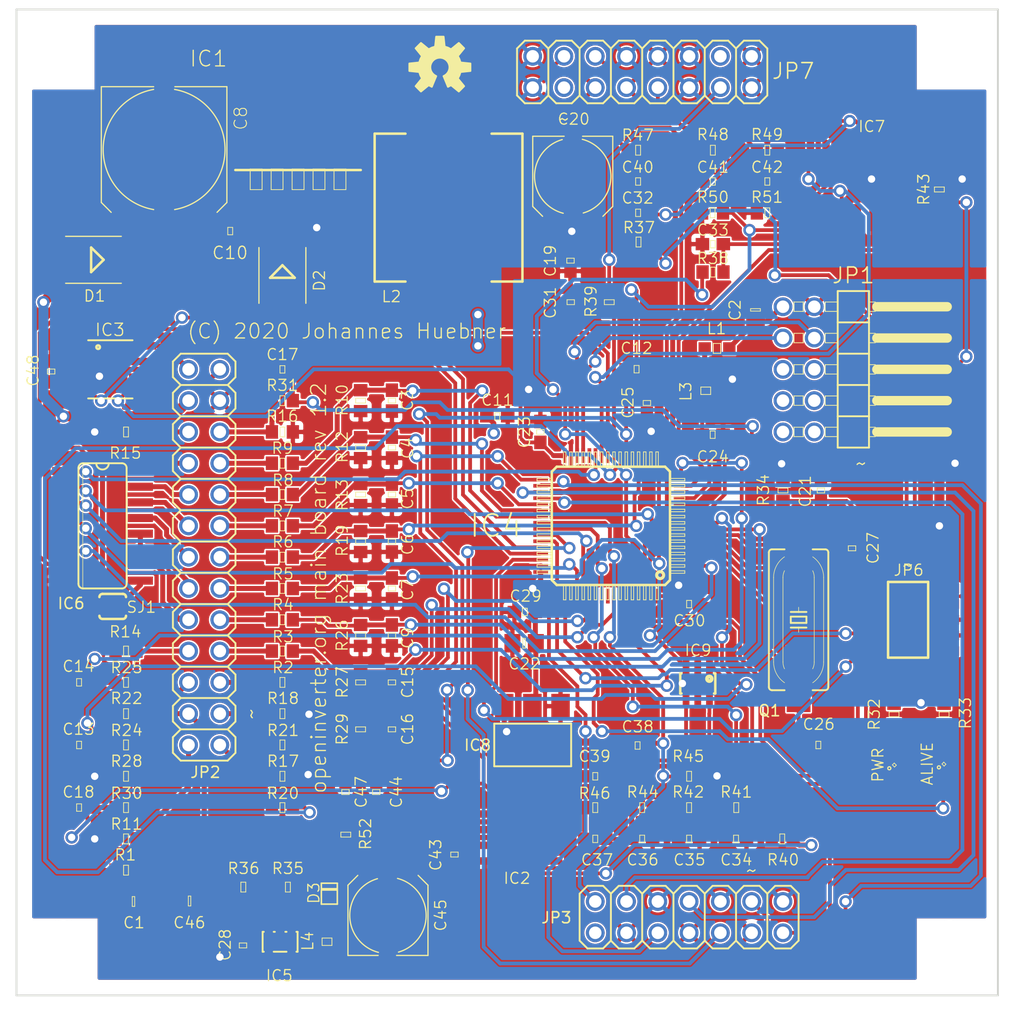
<source format=kicad_pcb>
(kicad_pcb (version 20171130) (host pcbnew 5.0.2-bee76a0~70~ubuntu18.04.1)
  (layers (0 Top signal) (31 Bottom signal) (34 B.Paste user) (35 F.Paste user) (36 B.SilkS user) (37 F.SilkS user) (38 B.Mask user) (39 F.Mask user) (44 Edge.Cuts user))
  (net 0 "")
  (net 1 GND)
  (net 2 VCC)
  (net 3 VCCIO)
  (net 4 +12V)
  (net 5 /N$23)
  (net 6 /PC12)
  (net 7 /S4/S1)
  (net 8 /N$28)
  (net 9 /PC8)
  (net 10 /PC7)
  (net 11 /PC6)
  (net 12 /PA4/ADC4)
  (net 13 /PA3/ADC3)
  (net 14 /N$25)
  (net 15 /PA2/ADC2)
  (net 16 /PA7/TIM3_CH2)
  (net 17 /PA6/TIM3_CH1)
  (net 18 /PC1/ADC11)
  (net 19 /PC0/ADC10)
  (net 20 /PB6/TIM4_CH1)
  (net 21 /PB5)
  (net 22 /PC2/ADC12)
  (net 23 /PD2/TIM3_ETR)
  (net 24 /NRST)
  (net 25 /N$7)
  (net 26 /N$4)
  (net 27 /N$2)
  (net 28 /PC4/ADC14)
  (net 29 /N$15)
  (net 30 /N$10)
  (net 31 /N$30)
  (net 32 /N$17)
  (net 33 /N$18)
  (net 34 /N$19)
  (net 35 /PC9)
  (net 36 /N$27)
  (net 37 /PC3/ADC13)
  (net 38 /PA5/ADC5)
  (net 39 /PB0/ADC8)
  (net 40 /N$21)
  (net 41 /N$11)
  (net 42 /ENC_Z/R1)
  (net 43 /N$20)
  (net 44 /N$14)
  (net 45 /N$26)
  (net 46 /CANH)
  (net 47 /CANL)
  (net 48 /PA11/CANRX)
  (net 49 /PA12/CANTX)
  (net 50 /PB9/TIM4_CH4)
  (net 51 /PB8/TIM4_CH3)
  (net 52 /PB7/TIM4_CH2)
  (net 53 "Net-(IC4-Pad56)")
  (net 54 "Net-(IC4-Pad55)")
  (net 55 /PC11)
  (net 56 /PC10)
  (net 57 "Net-(IC4-Pad50)")
  (net 58 /N$9)
  (net 59 /N$6)
  (net 60 /PA10/TIM1_CH3)
  (net 61 /PA9/TIM1_CH2)
  (net 62 /PA8/TIM1_CH1)
  (net 63 /TIM1_CH3N)
  (net 64 /TIM1_CH2N)
  (net 65 /TIM1_CH1N)
  (net 66 /PB12/TIM1_BKIN)
  (net 67 /PB11/USART3_RX)
  (net 68 /PB10/USART3_TX)
  (net 69 "Net-(IC4-Pad28)")
  (net 70 /PB1/ADC9)
  (net 71 /PC5/ADC15)
  (net 72 /PA1/TIM2_CH2)
  (net 73 "Net-(IC4-Pad14)")
  (net 74 "Net-(IC4-Pad4)")
  (net 75 "Net-(IC4-Pad3)")
  (net 76 /PC13)
  (net 77 /N$24)
  (net 78 /N$1)
  (net 79 /OUT_BRAKE)
  (net 80 /OUT_DCSW)
  (net 81 /OUT_ERR)
  (net 82 /OUT_OVTMP)
  (net 83 /OUT_TEMP)
  (net 84 /OUT_PRE)
  (net 85 "Net-(JP1-Pad9)")
  (net 86 "Net-(JP1-Pad7)")
  (net 87 "Net-(JP1-Pad5)")
  (net 88 "Net-(JP1-Pad10)")
  (net 89 "Net-(JP1-Pad8)")
  (net 90 "Net-(JP1-Pad6)")
  (net 91 /MTEMP+)
  (net 92 /MTEMP-)
  (net 93 /SIG_BMS)
  (net 94 /SIG_EMCYSTOP)
  (net 95 /SIG_REVERSE)
  (net 96 /SIG_FORWARD)
  (net 97 /SIG_MPROT)
  (net 98 /SIG_BRAKE)
  (net 99 /THROTTLE2)
  (net 100 /SIG_START)
  (net 101 /THROTTLE1)
  (net 102 /SIG_CRUISE)
  (net 103 /ENC_A/S2)
  (net 104 /ENC_B/S3)
  (net 105 "Net-(JP3-Pad14)")
  (net 106 "Net-(JP7-Pad14)")
  (net 107 /TMPHS)
  (net 108 /I_L2)
  (net 109 /I_L1)
  (net 110 /UDC)
  (net 111 "Net-(JP7-Pad3)")
  (net 112 /N$22)
  (net 113 /N$12)
  (module Mainboard_v1.2:LED_SML0805 (layer Top) (at 183.95 126.225 90)
    (fp_text reference ALIVE70 hide)
    (fp_text value LED_0603_GN hide)
    (pad C smd rect (at -1.04902 0 90) (size 1.19888 1.19888) (layers Top F.Paste F.Mask) (net 6 /PC12))
    (pad A smd rect (at 1.04902 0 90) (size 1.19888 1.19888) (layers Top F.Paste F.Mask) (net 5 /N$23))
  )
  (module Mainboard_v1.2:RCL_C0805 (layer Top) (at 118.1611 137.3836 180)
    (fp_text reference C1 (at -0.0389 -1.7164 180) (layer F.SilkS) (effects (font (size 0.9 0.9) (thickness 0.1016))))
    (fp_text value 10~ hide)
    (pad 2 smd rect (at 0.94996 0 180) (size 1.29794 1.4986) (layers Top F.Paste F.Mask) (net 1 GND))
    (pad 1 smd rect (at -0.94996 0 180) (size 1.29794 1.4986) (layers Top F.Paste F.Mask) (net 7 /S4/S1))
  )
  (module Mainboard_v1.2:RCL_C0805 (layer Top) (at 168.6611 89.3786 90)
    (fp_text reference C2 (at -0.0214 -1.6611 90) (layer F.SilkS) (effects (font (size 0.9 0.9) (thickness 0.1016))))
    (fp_text value 10~ hide)
    (pad 2 smd rect (at 0.94996 0 90) (size 1.29794 1.4986) (layers Top F.Paste F.Mask) (net 1 GND))
    (pad 1 smd rect (at -0.94996 0 90) (size 1.29794 1.4986) (layers Top F.Paste F.Mask) (net 8 /N$28))
  )
  (module Mainboard_v1.2:RCL_C0603 (layer Top) (at 139.1411 96.7436 270)
    (fp_text reference C3 (at -0.0436 -1.2589 270) (layer F.SilkS) (effects (font (size 0.9 0.9) (thickness 0.1016))))
    (fp_text value 1~ hide)
    (pad 2 smd rect (at 0.84836 0 270) (size 1.09982 0.99822) (layers Top F.Paste F.Mask) (net 1 GND))
    (pad 1 smd rect (at -0.84836 0 270) (size 1.09982 0.99822) (layers Top F.Paste F.Mask) (net 9 /PC8))
  )
  (module Mainboard_v1.2:RCL_C0603 (layer Top) (at 139.1411 100.5536 270)
    (fp_text reference C4 (at 0.0464 -1.27 270) (layer F.SilkS) (effects (font (size 0.9 0.9) (thickness 0.1016))))
    (fp_text value 1~ hide)
    (pad 2 smd rect (at 0.84836 0 270) (size 1.09982 0.99822) (layers Top F.Paste F.Mask) (net 1 GND))
    (pad 1 smd rect (at -0.84836 0 270) (size 1.09982 0.99822) (layers Top F.Paste F.Mask) (net 10 /PC7))
  )
  (module Mainboard_v1.2:RCL_C0603 (layer Top) (at 139.1411 104.3636 270)
    (fp_text reference C5 (at 0.3364 -1.27 270) (layer F.SilkS) (effects (font (size 0.9 0.9) (thickness 0.1016))))
    (fp_text value 1~ hide)
    (pad 2 smd rect (at 0.84836 0 270) (size 1.09982 0.99822) (layers Top F.Paste F.Mask) (net 1 GND))
    (pad 1 smd rect (at -0.84836 0 270) (size 1.09982 0.99822) (layers Top F.Paste F.Mask) (net 11 /PC6))
  )
  (module Mainboard_v1.2:RCL_C0603 (layer Top) (at 139.1411 108.1736 270)
    (fp_text reference C6 (at 0.2264 -1.27 270) (layer F.SilkS) (effects (font (size 0.9 0.9) (thickness 0.1016))))
    (fp_text value 1~ hide)
    (pad 2 smd rect (at 0.84836 0 270) (size 1.09982 0.99822) (layers Top F.Paste F.Mask) (net 1 GND))
    (pad 1 smd rect (at -0.84836 0 270) (size 1.09982 0.99822) (layers Top F.Paste F.Mask) (net 12 /PA4/ADC4))
  )
  (module Mainboard_v1.2:RCL_C0603 (layer Top) (at 139.1411 111.9836 270)
    (fp_text reference C7 (at 0.1164 -1.27 270) (layer F.SilkS) (effects (font (size 0.9 0.9) (thickness 0.1016))))
    (fp_text value 1~ hide)
    (pad 2 smd rect (at 0.84836 0 270) (size 1.09982 0.99822) (layers Top F.Paste F.Mask) (net 1 GND))
    (pad 1 smd rect (at -0.84836 0 270) (size 1.09982 0.99822) (layers Top F.Paste F.Mask) (net 13 /PA3/ADC3))
  )
  (module Mainboard_v1.2:RCL_UD-10X10_NICHICON (layer Top) (at 120.6461 76.3661 270)
    (fp_text reference C8 (at -2.54 -6.223 270) (layer F.SilkS) (effects (font (size 1.016 1.016) (thickness 0.0762))))
    (fp_text value 680~ hide)
    (pad - smd rect (at -3.9497 0 270) (size 3.59918 1.29794) (layers Top F.Paste F.Mask) (net 1 GND))
    (pad + smd rect (at 3.9243 0 270) (size 3.59918 1.29794) (layers Top F.Paste F.Mask) (net 14 /N$25))
  )
  (module Mainboard_v1.2:RCL_C0603 (layer Top) (at 139.1411 115.7936 270)
    (fp_text reference C9 (at 0.2064 -1.27 270) (layer F.SilkS) (effects (font (size 0.9 0.9) (thickness 0.1016))))
    (fp_text value 1~ hide)
    (pad 2 smd rect (at 0.84836 0 270) (size 1.09982 0.99822) (layers Top F.Paste F.Mask) (net 1 GND))
    (pad 1 smd rect (at -0.84836 0 270) (size 1.09982 0.99822) (layers Top F.Paste F.Mask) (net 15 /PA2/ADC2))
  )
  (module Mainboard_v1.2:RCL_C0603 (layer Top) (at 126.0136 82.9861 180)
    (fp_text reference C10 (at 0.0136 -1.7639 180) (layer F.SilkS) (effects (font (thickness 0.1016))))
    (fp_text value 1~ hide)
    (pad 2 smd rect (at 0.84836 0 180) (size 1.09982 0.99822) (layers Top F.Paste F.Mask) (net 1 GND))
    (pad 1 smd rect (at -0.84836 0 180) (size 1.09982 0.99822) (layers Top F.Paste F.Mask) (net 14 /N$25))
  )
  (module Mainboard_v1.2:RCL_C0603 (layer Top) (at 147.6961 98.0161)
    (fp_text reference C11 (at 0.0039 -1.3161) (layer F.SilkS) (effects (font (size 0.9 0.9) (thickness 0.1016))))
    (fp_text value 1nF hide)
    (pad 2 smd rect (at 0.84836 0) (size 1.09982 0.99822) (layers Top F.Paste F.Mask) (net 1 GND))
    (pad 1 smd rect (at -0.84836 0) (size 1.09982 0.99822) (layers Top F.Paste F.Mask) (net 16 /PA7/TIM3_CH2))
  )
  (module Mainboard_v1.2:RCL_C0603 (layer Top) (at 159.0061 94.1911)
    (fp_text reference C12 (at -0.0061 -1.6911) (layer F.SilkS) (effects (font (size 0.9 0.9) (thickness 0.1016))))
    (fp_text value 1nF hide)
    (pad 2 smd rect (at 0.84836 0) (size 1.09982 0.99822) (layers Top F.Paste F.Mask) (net 1 GND))
    (pad 1 smd rect (at -0.84836 0) (size 1.09982 0.99822) (layers Top F.Paste F.Mask) (net 17 /PA6/TIM3_CH1))
  )
  (module Mainboard_v1.2:RCL_C0603 (layer Top) (at 113.7411 124.6836 180)
    (fp_text reference C13 (at 0.0411 1.2836 180) (layer F.SilkS) (effects (font (size 0.9 0.9) (thickness 0.1016))))
    (fp_text value 1~ hide)
    (pad 2 smd rect (at 0.84836 0 180) (size 1.09982 0.99822) (layers Top F.Paste F.Mask) (net 1 GND))
    (pad 1 smd rect (at -0.84836 0 180) (size 1.09982 0.99822) (layers Top F.Paste F.Mask) (net 18 /PC1/ADC11))
  )
  (module Mainboard_v1.2:RCL_C0603 (layer Top) (at 113.7411 119.6036 180)
    (fp_text reference C14 (at 0.0411 1.3036 180) (layer F.SilkS) (effects (font (size 0.9 0.9) (thickness 0.1016))))
    (fp_text value 1~ hide)
    (pad 2 smd rect (at 0.84836 0 180) (size 1.09982 0.99822) (layers Top F.Paste F.Mask) (net 1 GND))
    (pad 1 smd rect (at -0.84836 0 180) (size 1.09982 0.99822) (layers Top F.Paste F.Mask) (net 19 /PC0/ADC10))
  )
  (module Mainboard_v1.2:RCL_C0603 (layer Top) (at 139.1411 119.6036 270)
    (fp_text reference C15 (at -0.0036 -1.27 270) (layer F.SilkS) (effects (font (size 0.9 0.9) (thickness 0.1016))))
    (fp_text value 1~ hide)
    (pad 2 smd rect (at 0.84836 0 270) (size 1.09982 0.99822) (layers Top F.Paste F.Mask) (net 1 GND))
    (pad 1 smd rect (at -0.84836 0 270) (size 1.09982 0.99822) (layers Top F.Paste F.Mask) (net 20 /PB6/TIM4_CH1))
  )
  (module Mainboard_v1.2:RCL_C0603 (layer Top) (at 139.1411 123.4136 270)
    (fp_text reference C16 (at -0.0136 -1.27 270) (layer F.SilkS) (effects (font (size 0.9 0.9) (thickness 0.1016))))
    (fp_text value 1~ hide)
    (pad 2 smd rect (at 0.84836 0 270) (size 1.09982 0.99822) (layers Top F.Paste F.Mask) (net 1 GND))
    (pad 1 smd rect (at -0.84836 0 270) (size 1.09982 0.99822) (layers Top F.Paste F.Mask) (net 21 /PB5))
  )
  (module Mainboard_v1.2:RCL_C0603 (layer Top) (at 130.2511 94.2036 180)
    (fp_text reference C17 (at 0.0011 1.2036 180) (layer F.SilkS) (effects (font (size 0.9 0.9) (thickness 0.1016))))
    (fp_text value 1~ hide)
    (pad 2 smd rect (at 0.84836 0 180) (size 1.09982 0.99822) (layers Top F.Paste F.Mask) (net 1 GND))
    (pad 1 smd rect (at -0.84836 0 180) (size 1.09982 0.99822) (layers Top F.Paste F.Mask) (net 22 /PC2/ADC12))
  )
  (module Mainboard_v1.2:RCL_C0603 (layer Top) (at 113.7411 129.7636 180)
    (fp_text reference C18 (at 0.0411 1.2636 180) (layer F.SilkS) (effects (font (size 0.9 0.9) (thickness 0.1016))))
    (fp_text value 1nF hide)
    (pad 2 smd rect (at 0.84836 0 180) (size 1.09982 0.99822) (layers Top F.Paste F.Mask) (net 1 GND))
    (pad 1 smd rect (at -0.84836 0 180) (size 1.09982 0.99822) (layers Top F.Paste F.Mask) (net 23 /PD2/TIM3_ETR))
  )
  (module Mainboard_v1.2:RCL_C0603 (layer Top) (at 153.6386 85.3836 270)
    (fp_text reference C19 (at 0.0164 1.6386 270) (layer F.SilkS) (effects (font (size 0.9 0.9) (thickness 0.1016))))
    (fp_text value 1~ hide)
    (pad 2 smd rect (at 0.84836 0 270) (size 1.09982 0.99822) (layers Top F.Paste F.Mask) (net 1 GND))
    (pad 1 smd rect (at -0.84836 0 270) (size 1.09982 0.99822) (layers Top F.Paste F.Mask) (net 2 VCC))
  )
  (module Mainboard_v1.2:RCL_UD-6_3X7_7_NICHICON (layer Top) (at 153.8236 78.5386 270)
    (fp_text reference C20 (at -4.6386 -0.0764) (layer F.SilkS) (effects (font (size 0.9 0.9) (thickness 0.1))))
    (fp_text value 470~ hide)
    (pad - smd rect (at -2.3495 0 270) (size 2.79908 0.99822) (layers Top F.Paste F.Mask) (net 1 GND))
    (pad + smd rect (at 2.3495 0 270) (size 2.79908 0.99822) (layers Top F.Paste F.Mask) (net 2 VCC))
  )
  (module Mainboard_v1.2:RCL_C0603 (layer Top) (at 173.9761 104.0336 90)
    (fp_text reference C21 (at -0.0664 -1.2761 90) (layer F.SilkS) (effects (font (size 0.9 0.9) (thickness 0.1016))))
    (fp_text value 1~ hide)
    (pad 2 smd rect (at 0.84836 0 90) (size 1.09982 0.99822) (layers Top F.Paste F.Mask) (net 1 GND))
    (pad 1 smd rect (at -0.84836 0 90) (size 1.09982 0.99822) (layers Top F.Paste F.Mask) (net 24 /NRST))
  )
  (module Mainboard_v1.2:RCL_C0805 (layer Top) (at 149.8761 116.4286 180)
    (fp_text reference C22 (at -0.0239 -1.6714 180) (layer F.SilkS) (effects (font (size 0.9 0.9) (thickness 0.1016))))
    (fp_text value 10~ hide)
    (pad 2 smd rect (at 0.94996 0 180) (size 1.29794 1.4986) (layers Top F.Paste F.Mask) (net 1 GND))
    (pad 1 smd rect (at -0.94996 0 180) (size 1.29794 1.4986) (layers Top F.Paste F.Mask) (net 3 VCCIO))
  )
  (module Mainboard_v1.2:RCL_C0603 (layer Top) (at 151.1961 99.2836 270)
    (fp_text reference C23 (at 0.0164 1.2961 270) (layer F.SilkS) (effects (font (size 0.9 0.9) (thickness 0.1016))))
    (fp_text value 1~ hide)
    (pad 2 smd rect (at 0.84836 0 270) (size 1.09982 0.99822) (layers Top F.Paste F.Mask) (net 3 VCCIO))
    (pad 1 smd rect (at -0.84836 0 270) (size 1.09982 0.99822) (layers Top F.Paste F.Mask) (net 1 GND))
  )
  (module Mainboard_v1.2:RCL_C0603 (layer Top) (at 165.1811 99.5036 180)
    (fp_text reference C24 (at -0.0189 -1.7964 180) (layer F.SilkS) (effects (font (size 0.9 0.9) (thickness 0.1016))))
    (fp_text value 1~ hide)
    (pad 2 smd rect (at 0.84836 0 180) (size 1.09982 0.99822) (layers Top F.Paste F.Mask) (net 25 /N$7))
    (pad 1 smd rect (at -0.84836 0 180) (size 1.09982 0.99822) (layers Top F.Paste F.Mask) (net 1 GND))
  )
  (module Mainboard_v1.2:RCL_C0603 (layer Top) (at 159.8461 96.9336 270)
    (fp_text reference C25 (at -0.0336 1.5461 270) (layer F.SilkS) (effects (font (size 0.9 0.9) (thickness 0.1016))))
    (fp_text value 1~ hide)
    (pad 2 smd rect (at 0.84836 0 270) (size 1.09982 0.99822) (layers Top F.Paste F.Mask) (net 3 VCCIO))
    (pad 1 smd rect (at -0.84836 0 270) (size 1.09982 0.99822) (layers Top F.Paste F.Mask) (net 1 GND))
  )
  (module Mainboard_v1.2:RCL_C0603 (layer Top) (at 173.7636 124.6836)
    (fp_text reference C26 (at 0.0364 -1.6836) (layer F.SilkS) (effects (font (size 0.9 0.9) (thickness 0.1016))))
    (fp_text value 20p hide)
    (pad 2 smd rect (at 0.84836 0) (size 1.09982 0.99822) (layers Top F.Paste F.Mask) (net 1 GND))
    (pad 1 smd rect (at -0.84836 0) (size 1.09982 0.99822) (layers Top F.Paste F.Mask) (net 26 /N$4))
  )
  (module Mainboard_v1.2:RCL_C0603 (layer Top) (at 176.5011 108.7236 90)
    (fp_text reference C27 (at 0.0236 1.6989 90) (layer F.SilkS) (effects (font (size 0.9 0.9) (thickness 0.1016))))
    (fp_text value 20p hide)
    (pad 2 smd rect (at 0.84836 0 90) (size 1.09982 0.99822) (layers Top F.Paste F.Mask) (net 1 GND))
    (pad 1 smd rect (at -0.84836 0 90) (size 1.09982 0.99822) (layers Top F.Paste F.Mask) (net 27 /N$2))
  )
  (module Mainboard_v1.2:RCL_C0603 (layer Top) (at 127.0486 140.9511 90)
    (fp_text reference C28 (at 0.0511 -1.4486 90) (layer F.SilkS) (effects (font (size 0.9 0.9) (thickness 0.1016))))
    (fp_text value 1~ hide)
    (pad 2 smd rect (at 0.84836 0 90) (size 1.09982 0.99822) (layers Top F.Paste F.Mask) (net 1 GND))
    (pad 1 smd rect (at -0.84836 0 90) (size 1.09982 0.99822) (layers Top F.Paste F.Mask) (net 2 VCC))
  )
  (module Mainboard_v1.2:RCL_C0603 (layer Top) (at 149.9361 113.8886)
    (fp_text reference C29 (at 0.0639 -1.2886) (layer F.SilkS) (effects (font (size 0.9 0.9) (thickness 0.1016))))
    (fp_text value 1~ hide)
    (pad 2 smd rect (at 0.84836 0) (size 1.09982 0.99822) (layers Top F.Paste F.Mask) (net 3 VCCIO))
    (pad 1 smd rect (at -0.84836 0) (size 1.09982 0.99822) (layers Top F.Paste F.Mask) (net 1 GND))
  )
  (module Mainboard_v1.2:RCL_C0603 (layer Top) (at 163.2711 113.2536 180)
    (fp_text reference C30 (at -0.0289 -1.3464 180) (layer F.SilkS) (effects (font (size 0.9 0.9) (thickness 0.1016))))
    (fp_text value 1~ hide)
    (pad 2 smd rect (at 0.84836 0 180) (size 1.09982 0.99822) (layers Top F.Paste F.Mask) (net 3 VCCIO))
    (pad 1 smd rect (at -0.84836 0 180) (size 1.09982 0.99822) (layers Top F.Paste F.Mask) (net 1 GND))
  )
  (module Mainboard_v1.2:RCL_C0603 (layer Top) (at 153.6611 88.7536 90)
    (fp_text reference C31 (at -0.0464 -1.6611 90) (layer F.SilkS) (effects (font (size 0.9 0.9) (thickness 0.1016))))
    (fp_text value 1~ hide)
    (pad 2 smd rect (at 0.84836 0 90) (size 1.09982 0.99822) (layers Top F.Paste F.Mask) (net 1 GND))
    (pad 1 smd rect (at -0.84836 0 90) (size 1.09982 0.99822) (layers Top F.Paste F.Mask) (net 28 /PC4/ADC14))
  )
  (module Mainboard_v1.2:RCL_C0603 (layer Top) (at 159.1311 81.5036 180)
    (fp_text reference C32 (at 0.0311 1.2036 180) (layer F.SilkS) (effects (font (size 0.9 0.9) (thickness 0.1016))))
    (fp_text value 1~ hide)
    (pad 2 smd rect (at 0.84836 0 180) (size 1.09982 0.99822) (layers Top F.Paste F.Mask) (net 1 GND))
    (pad 1 smd rect (at -0.84836 0 180) (size 1.09982 0.99822) (layers Top F.Paste F.Mask) (net 29 /N$15))
  )
  (module Mainboard_v1.2:RCL_C0603 (layer Top) (at 165.2011 84.0436 180)
    (fp_text reference C33 (at 0.0011 1.1436 180) (layer F.SilkS) (effects (font (size 0.9 0.9) (thickness 0.1016))))
    (fp_text value 1~ hide)
    (pad 2 smd rect (at 0.84836 0 180) (size 1.09982 0.99822) (layers Top F.Paste F.Mask) (net 1 GND))
    (pad 1 smd rect (at -0.84836 0 180) (size 1.09982 0.99822) (layers Top F.Paste F.Mask) (net 30 /N$10))
  )
  (module Mainboard_v1.2:RCL_C0603 (layer Top) (at 167.0811 132.3036)
    (fp_text reference C34 (at 0.0189 1.6964) (layer F.SilkS) (effects (font (size 0.9 0.9) (thickness 0.1016))))
    (fp_text value 22n hide)
    (pad 2 smd rect (at 0.84836 0) (size 1.09982 0.99822) (layers Top F.Paste F.Mask) (net 1 GND))
    (pad 1 smd rect (at -0.84836 0) (size 1.09982 0.99822) (layers Top F.Paste F.Mask) (net 31 /N$30))
  )
  (module Mainboard_v1.2:RCL_C0603 (layer Top) (at 163.2711 132.3036)
    (fp_text reference C35 (at 0.0289 1.6964) (layer F.SilkS) (effects (font (size 0.9 0.9) (thickness 0.1016))))
    (fp_text value 22n hide)
    (pad 2 smd rect (at 0.84836 0) (size 1.09982 0.99822) (layers Top F.Paste F.Mask) (net 1 GND))
    (pad 1 smd rect (at -0.84836 0) (size 1.09982 0.99822) (layers Top F.Paste F.Mask) (net 32 /N$17))
  )
  (module Mainboard_v1.2:RCL_C0603 (layer Top) (at 159.4611 132.3036)
    (fp_text reference C36 (at 0.0389 1.6964) (layer F.SilkS) (effects (font (size 0.9 0.9) (thickness 0.1016))))
    (fp_text value 22n hide)
    (pad 2 smd rect (at 0.84836 0) (size 1.09982 0.99822) (layers Top F.Paste F.Mask) (net 1 GND))
    (pad 1 smd rect (at -0.84836 0) (size 1.09982 0.99822) (layers Top F.Paste F.Mask) (net 33 /N$18))
  )
  (module Mainboard_v1.2:RCL_C0603 (layer Top) (at 155.6511 132.3036 180)
    (fp_text reference C37 (at -0.1489 -1.6964 180) (layer F.SilkS) (effects (font (size 0.9 0.9) (thickness 0.1016))))
    (fp_text value 22n hide)
    (pad 2 smd rect (at 0.84836 0 180) (size 1.09982 0.99822) (layers Top F.Paste F.Mask) (net 34 /N$19))
    (pad 1 smd rect (at -0.84836 0 180) (size 1.09982 0.99822) (layers Top F.Paste F.Mask) (net 33 /N$18))
  )
  (module Mainboard_v1.2:RCL_C0603 (layer Top) (at 159.0886 124.7236 180)
    (fp_text reference C38 (at -0.0114 1.5236 180) (layer F.SilkS) (effects (font (size 0.9 0.9) (thickness 0.1016))))
    (fp_text value 1nF hide)
    (pad 2 smd rect (at 0.84836 0 180) (size 1.09982 0.99822) (layers Top F.Paste F.Mask) (net 1 GND))
    (pad 1 smd rect (at -0.84836 0 180) (size 1.09982 0.99822) (layers Top F.Paste F.Mask) (net 35 /PC9))
  )
  (module Mainboard_v1.2:RCL_C0603 (layer Top) (at 155.6511 127.2236 180)
    (fp_text reference C39 (at 0.0511 1.6236 180) (layer F.SilkS) (effects (font (size 0.9 0.9) (thickness 0.1016))))
    (fp_text value 1~ hide)
    (pad 2 smd rect (at 0.84836 0 180) (size 1.09982 0.99822) (layers Top F.Paste F.Mask) (net 36 /N$27))
    (pad 1 smd rect (at -0.84836 0 180) (size 1.09982 0.99822) (layers Top F.Paste F.Mask) (net 1 GND))
  )
  (module Mainboard_v1.2:RCL_C0603 (layer Top) (at 159.1311 78.9636 180)
    (fp_text reference C40 (at 0.0311 1.1636 180) (layer F.SilkS) (effects (font (size 0.9 0.9) (thickness 0.1016))))
    (fp_text value 1~ hide)
    (pad 2 smd rect (at 0.84836 0 180) (size 1.09982 0.99822) (layers Top F.Paste F.Mask) (net 1 GND))
    (pad 1 smd rect (at -0.84836 0 180) (size 1.09982 0.99822) (layers Top F.Paste F.Mask) (net 37 /PC3/ADC13))
  )
  (module Mainboard_v1.2:RCL_C0603 (layer Top) (at 165.2011 78.9636 180)
    (fp_text reference C41 (at 0.0011 1.1636 180) (layer F.SilkS) (effects (font (size 0.9 0.9) (thickness 0.1016))))
    (fp_text value 1nF hide)
    (pad 2 smd rect (at 0.84836 0 180) (size 1.09982 0.99822) (layers Top F.Paste F.Mask) (net 1 GND))
    (pad 1 smd rect (at -0.84836 0 180) (size 1.09982 0.99822) (layers Top F.Paste F.Mask) (net 38 /PA5/ADC5))
  )
  (module Mainboard_v1.2:RCL_C0603 (layer Top) (at 169.6211 78.9636 180)
    (fp_text reference C42 (at 0.0211 1.1636 180) (layer F.SilkS) (effects (font (size 0.9 0.9) (thickness 0.1016))))
    (fp_text value 1nF hide)
    (pad 2 smd rect (at 0.84836 0 180) (size 1.09982 0.99822) (layers Top F.Paste F.Mask) (net 1 GND))
    (pad 1 smd rect (at -0.84836 0 180) (size 1.09982 0.99822) (layers Top F.Paste F.Mask) (net 39 /PB0/ADC8))
  )
  (module Mainboard_v1.2:RCL_C0603 (layer Top) (at 144.2211 133.5736 90)
    (fp_text reference C43 (at -0.0264 -1.5211 90) (layer F.SilkS) (effects (font (size 0.9 0.9) (thickness 0.1016))))
    (fp_text value 1~ hide)
    (pad 2 smd rect (at 0.84836 0 90) (size 1.09982 0.99822) (layers Top F.Paste F.Mask) (net 40 /N$21))
    (pad 1 smd rect (at -0.84836 0 90) (size 1.09982 0.99822) (layers Top F.Paste F.Mask) (net 1 GND))
  )
  (module Mainboard_v1.2:RCL_C0603 (layer Top) (at 137.8711 128.5036 270)
    (fp_text reference C44 (at -0.0036 -1.6289 270) (layer F.SilkS) (effects (font (size 0.9 0.9) (thickness 0.1016))))
    (fp_text value 22n hide)
    (pad 2 smd rect (at 0.84836 0 270) (size 1.09982 0.99822) (layers Top F.Paste F.Mask) (net 41 /N$11))
    (pad 1 smd rect (at -0.84836 0 270) (size 1.09982 0.99822) (layers Top F.Paste F.Mask) (net 1 GND))
  )
  (module Mainboard_v1.2:RCL_UD-6_3X7_7_NICHICON (layer Top) (at 138.8211 138.5111 90)
    (fp_text reference C45 (at 0.0111 4.2789 270) (layer F.SilkS) (effects (font (size 0.9 0.9) (thickness 0.1))))
    (fp_text value 470~ hide)
    (pad - smd rect (at -2.3495 0 90) (size 2.79908 0.99822) (layers Top F.Paste F.Mask) (net 1 GND))
    (pad + smd rect (at 2.3495 0 90) (size 2.79908 0.99822) (layers Top F.Paste F.Mask) (net 40 /N$21))
  )
  (module Mainboard_v1.2:RCL_C0805 (layer Top) (at 122.7111 137.3436 180)
    (fp_text reference C46 (at 0.0111 -1.7564 180) (layer F.SilkS) (effects (font (size 0.9 0.9) (thickness 0.1016))))
    (fp_text value 10~ hide)
    (pad 2 smd rect (at 0.94996 0 180) (size 1.29794 1.4986) (layers Top F.Paste F.Mask) (net 42 /ENC_Z/R1))
    (pad 1 smd rect (at -0.94996 0 180) (size 1.29794 1.4986) (layers Top F.Paste F.Mask) (net 43 /N$20))
  )
  (module Mainboard_v1.2:RCL_C0603 (layer Top) (at 135.3711 128.5036 270)
    (fp_text reference C47 (at -0.0036 -1.27 270) (layer F.SilkS) (effects (font (size 0.9 0.9) (thickness 0.1016))))
    (fp_text value 22n hide)
    (pad 2 smd rect (at 0.84836 0 270) (size 1.09982 0.99822) (layers Top F.Paste F.Mask) (net 41 /N$11))
    (pad 1 smd rect (at -0.84836 0 270) (size 1.09982 0.99822) (layers Top F.Paste F.Mask) (net 1 GND))
  )
  (module Mainboard_v1.2:RCL_C0603 (layer Top) (at 111.4736 94.3786 90)
    (fp_text reference C48 (at 0.0786 -1.4736 90) (layer F.SilkS) (effects (font (size 0.9 0.9) (thickness 0.1016))))
    (fp_text value 1~ hide)
    (pad 2 smd rect (at 0.84836 0 90) (size 1.09982 0.99822) (layers Top F.Paste F.Mask) (net 1 GND))
    (pad 1 smd rect (at -0.84836 0 90) (size 1.09982 0.99822) (layers Top F.Paste F.Mask) (net 2 VCC))
  )
  (module Mainboard_v1.2:DIODE_SMB (layer Top) (at 114.9111 85.3161 180)
    (fp_text reference D1 (at -0.0889 -2.9339 180) (layer F.SilkS) (effects (font (size 0.9 0.9) (thickness 0.1016))))
    (fp_text value CDBA540-HF hide)
    (pad C smd rect (at -2.19964 0 180) (size 2.39776 2.39776) (layers Top F.Paste F.Mask) (net 14 /N$25))
    (pad A smd rect (at 2.19964 0 180) (size 2.39776 2.39776) (layers Top F.Paste F.Mask) (net 4 +12V))
  )
  (module Mainboard_v1.2:DIODE_SMB (layer Top) (at 130.2511 86.5836 270)
    (fp_text reference D2 (at 0.4164 -2.9989 90) (layer F.SilkS) (effects (font (size 0.9 0.9) (thickness 0.1016))))
    (fp_text value CDBA540-HF hide)
    (pad C smd rect (at -2.19964 0 270) (size 2.39776 2.39776) (layers Top F.Paste F.Mask) (net 44 /N$14))
    (pad A smd rect (at 2.19964 0 270) (size 2.39776 2.39776) (layers Top F.Paste F.Mask) (net 1 GND))
  )
  (module Mainboard_v1.2:ADAFRUIT_SOD-323F (layer Top) (at 134.0611 136.7486 90)
    (fp_text reference D3 (at 0.0486 -1.2611 90) (layer F.SilkS) (effects (font (size 0.9 0.9) (thickness 0.1))))
    (fp_text value SBR1A40S3-7 hide)
    (pad C smd rect (at 0.99822 0 90) (size 0.99822 0.79756) (layers Top F.Paste F.Mask) (net 40 /N$21))
    (pad A smd rect (at -0.99822 0 90) (size 0.99822 0.79756) (layers Top F.Paste F.Mask) (net 45 /N$26))
  )
  (module Mainboard_v1.2:SPARKFUN-AESTHETICS_FIDUCIAL-1X2.5 (layer Top) (at 180.8486 132.1911)
    (fp_text reference FID1 hide)
    (fp_text value FIDUCIAL1X2.5 hide)
    (pad 1 smd circle (at 0 0) (size 0.99822 0.99822) (layers Top F.Paste F.Mask))
  )
  (module Mainboard_v1.2:SPARKFUN-AESTHETICS_FIDUCIAL-1X2.5 (layer Top) (at 112.7236 78.1286)
    (fp_text reference FID2 hide)
    (fp_text value FIDUCIAL1X2.5 hide)
    (pad 1 smd circle (at 0 0) (size 0.99822 0.99822) (layers Top F.Paste F.Mask))
  )
  (module Mainboard_v1.2:NATIONAL-SEMICONDUCTOR_TO263-5 (layer Top) (at 131.5211 75.1536)
    (fp_text reference IC1 (at -7.2711 -6.1536 180) (layer F.SilkS) (effects (font (size 1.27 1.27) (thickness 0.1016))))
    (fp_text value LM2596S hide)
    (pad 6 smd rect (at 0 -2.54) (size 10.79754 10.40892) (layers Top F.Paste F.Mask) (net 1 GND))
    (pad 5 smd rect (at 3.4036 5.7912) (size 1.0668 2.159) (layers Top F.Paste F.Mask) (net 1 GND))
    (pad 4 smd rect (at 1.7018 5.7912) (size 1.0668 2.159) (layers Top F.Paste F.Mask) (net 2 VCC))
    (pad 3 smd rect (at 0 5.7912) (size 1.0668 2.159) (layers Top F.Paste F.Mask) (net 1 GND))
    (pad 2 smd rect (at -1.7018 5.7912) (size 1.0668 2.159) (layers Top F.Paste F.Mask) (net 44 /N$14))
    (pad 1 smd rect (at -3.4036 5.7912) (size 1.0668 2.159) (layers Top F.Paste F.Mask) (net 14 /N$25))
  )
  (module Mainboard_v1.2:ST-MICROELECTRONICS_SO08 (layer Top) (at 149.2861 132.1911 270)
    (fp_text reference IC2 (at 3.3089 -0.0139) (layer F.SilkS) (effects (font (size 0.9 0.9) (thickness 0.1016))))
    (fp_text value TDA2822D hide)
    (pad 8 smd rect (at -1.905 -2.59842 270) (size 0.59944 2.19964) (layers Top F.Paste F.Mask) (net 36 /N$27))
    (pad 7 smd rect (at -0.635 -2.59842 270) (size 0.59944 2.19964) (layers Top F.Paste F.Mask) (net 34 /N$19))
    (pad 6 smd rect (at 0.635 -2.59842 270) (size 0.59944 2.19964) (layers Top F.Paste F.Mask))
    (pad 5 smd rect (at 1.905 -2.59842 270) (size 0.59944 2.19964) (layers Top F.Paste F.Mask))
    (pad 4 smd rect (at 1.905 2.59842 270) (size 0.59944 2.19964) (layers Top F.Paste F.Mask) (net 1 GND))
    (pad 3 smd rect (at 0.635 2.59842 270) (size 0.59944 2.19964) (layers Top F.Paste F.Mask))
    (pad 2 smd rect (at -0.635 2.59842 270) (size 0.59944 2.19964) (layers Top F.Paste F.Mask) (net 40 /N$21))
    (pad 1 smd rect (at -1.905 2.59842 270) (size 0.59944 2.19964) (layers Top F.Paste F.Mask) (net 43 /N$20))
  )
  (module Mainboard_v1.2:SPARKFUN-DIGITALIC_SO08 (layer Top) (at 116.2811 94.2036 270)
    (fp_text reference IC3 (at -3.2036 0.0311) (layer F.SilkS) (effects (font (thickness 0.1))))
    (fp_text value MCP2562P hide)
    (pad 8 smd rect (at -1.905 -2.6162 270) (size 0.6096 2.20726) (layers Top F.Paste F.Mask) (net 1 GND))
    (pad 7 smd rect (at -0.635 -2.6162 270) (size 0.6096 2.20726) (layers Top F.Paste F.Mask) (net 46 /CANH))
    (pad 6 smd rect (at 0.635 -2.6162 270) (size 0.6096 2.20726) (layers Top F.Paste F.Mask) (net 47 /CANL))
    (pad 5 smd rect (at 1.905 -2.6162 270) (size 0.6096 2.20726) (layers Top F.Paste F.Mask) (net 3 VCCIO))
    (pad 4 smd rect (at 1.905 2.6162 270) (size 0.6096 2.20726) (layers Top F.Paste F.Mask) (net 48 /PA11/CANRX))
    (pad 3 smd rect (at 0.635 2.6162 270) (size 0.6096 2.20726) (layers Top F.Paste F.Mask) (net 2 VCC))
    (pad 2 smd rect (at -0.635 2.6162 270) (size 0.6096 2.20726) (layers Top F.Paste F.Mask) (net 1 GND))
    (pad 1 smd rect (at -1.905 2.6162 270) (size 0.6096 2.20726) (layers Top F.Paste F.Mask) (net 49 /PA12/CANTX))
  )
  (module Mainboard_v1.2:STM32_TQFP64 (layer Top) (at 156.9211 106.9036 180)
    (fp_text reference IC4 (at 9.3211 0.0036 180) (layer F.SilkS) (effects (font (size 1.778 1.778) (thickness 0.1524))))
    (fp_text value STM32F103RBT6 hide)
    (pad 64 smd rect (at -3.74904 -5.69976 180) (size 0.29972 1.19888) (layers Top F.Paste F.Mask) (net 3 VCCIO))
    (pad 63 smd rect (at -3.24866 -5.69976 180) (size 0.29972 1.19888) (layers Top F.Paste F.Mask) (net 1 GND))
    (pad 62 smd rect (at -2.74828 -5.69976 180) (size 0.29972 1.19888) (layers Top F.Paste F.Mask) (net 50 /PB9/TIM4_CH4))
    (pad 61 smd rect (at -2.2479 -5.69976 180) (size 0.29972 1.19888) (layers Top F.Paste F.Mask) (net 51 /PB8/TIM4_CH3))
    (pad 60 smd rect (at -1.74752 -5.69976 180) (size 0.29972 1.19888) (layers Top F.Paste F.Mask) (net 1 GND))
    (pad 59 smd rect (at -1.24968 -5.69976 180) (size 0.29972 1.19888) (layers Top F.Paste F.Mask) (net 52 /PB7/TIM4_CH2))
    (pad 58 smd rect (at -0.7493 -5.69976 180) (size 0.29972 1.19888) (layers Top F.Paste F.Mask) (net 20 /PB6/TIM4_CH1))
    (pad 57 smd rect (at -0.24892 -5.69976 180) (size 0.29972 1.19888) (layers Top F.Paste F.Mask) (net 21 /PB5))
    (pad 56 smd rect (at 0.24892 -5.69976 180) (size 0.29972 1.19888) (layers Top F.Paste F.Mask) (net 53 "Net-(IC4-Pad56)"))
    (pad 55 smd rect (at 0.7493 -5.69976 180) (size 0.29972 1.19888) (layers Top F.Paste F.Mask) (net 54 "Net-(IC4-Pad55)"))
    (pad 54 smd rect (at 1.24968 -5.69976 180) (size 0.29972 1.19888) (layers Top F.Paste F.Mask) (net 23 /PD2/TIM3_ETR))
    (pad 53 smd rect (at 1.74752 -5.69976 180) (size 0.29972 1.19888) (layers Top F.Paste F.Mask) (net 6 /PC12))
    (pad 52 smd rect (at 2.2479 -5.69976 180) (size 0.29972 1.19888) (layers Top F.Paste F.Mask) (net 55 /PC11))
    (pad 51 smd rect (at 2.74828 -5.69976 180) (size 0.29972 1.19888) (layers Top F.Paste F.Mask) (net 56 /PC10))
    (pad 50 smd rect (at 3.24866 -5.69976 180) (size 0.29972 1.19888) (layers Top F.Paste F.Mask) (net 57 "Net-(IC4-Pad50)"))
    (pad 49 smd rect (at 3.74904 -5.69976 180) (size 0.29972 1.19888) (layers Top F.Paste F.Mask) (net 58 /N$9))
    (pad 48 smd rect (at 5.69976 -3.74904 180) (size 1.19888 0.29972) (layers Top F.Paste F.Mask) (net 3 VCCIO))
    (pad 47 smd rect (at 5.69976 -3.24866 180) (size 1.19888 0.29972) (layers Top F.Paste F.Mask) (net 1 GND))
    (pad 46 smd rect (at 5.69976 -2.74828 180) (size 1.19888 0.29972) (layers Top F.Paste F.Mask) (net 59 /N$6))
    (pad 45 smd rect (at 5.69976 -2.2479 180) (size 1.19888 0.29972) (layers Top F.Paste F.Mask) (net 49 /PA12/CANTX))
    (pad 44 smd rect (at 5.69976 -1.74752 180) (size 1.19888 0.29972) (layers Top F.Paste F.Mask) (net 48 /PA11/CANRX))
    (pad 43 smd rect (at 5.69976 -1.24968 180) (size 1.19888 0.29972) (layers Top F.Paste F.Mask) (net 60 /PA10/TIM1_CH3))
    (pad 42 smd rect (at 5.69976 -0.7493 180) (size 1.19888 0.29972) (layers Top F.Paste F.Mask) (net 61 /PA9/TIM1_CH2))
    (pad 41 smd rect (at 5.69976 -0.24892 180) (size 1.19888 0.29972) (layers Top F.Paste F.Mask) (net 62 /PA8/TIM1_CH1))
    (pad 40 smd rect (at 5.69976 0.24892 180) (size 1.19888 0.29972) (layers Top F.Paste F.Mask) (net 35 /PC9))
    (pad 39 smd rect (at 5.69976 0.7493 180) (size 1.19888 0.29972) (layers Top F.Paste F.Mask) (net 9 /PC8))
    (pad 38 smd rect (at 5.69976 1.24968 180) (size 1.19888 0.29972) (layers Top F.Paste F.Mask) (net 10 /PC7))
    (pad 37 smd rect (at 5.69976 1.74752 180) (size 1.19888 0.29972) (layers Top F.Paste F.Mask) (net 11 /PC6))
    (pad 36 smd rect (at 5.69976 2.2479 180) (size 1.19888 0.29972) (layers Top F.Paste F.Mask) (net 63 /TIM1_CH3N))
    (pad 35 smd rect (at 5.69976 2.74828 180) (size 1.19888 0.29972) (layers Top F.Paste F.Mask) (net 64 /TIM1_CH2N))
    (pad 34 smd rect (at 5.69976 3.24866 180) (size 1.19888 0.29972) (layers Top F.Paste F.Mask) (net 65 /TIM1_CH1N))
    (pad 33 smd rect (at 5.69976 3.74904 180) (size 1.19888 0.29972) (layers Top F.Paste F.Mask) (net 66 /PB12/TIM1_BKIN))
    (pad 32 smd rect (at 3.74904 5.69976 180) (size 0.29972 1.19888) (layers Top F.Paste F.Mask) (net 3 VCCIO))
    (pad 31 smd rect (at 3.24866 5.69976 180) (size 0.29972 1.19888) (layers Top F.Paste F.Mask) (net 1 GND))
    (pad 30 smd rect (at 2.74828 5.69976 180) (size 0.29972 1.19888) (layers Top F.Paste F.Mask) (net 67 /PB11/USART3_RX))
    (pad 29 smd rect (at 2.2479 5.69976 180) (size 0.29972 1.19888) (layers Top F.Paste F.Mask) (net 68 /PB10/USART3_TX))
    (pad 28 smd rect (at 1.74752 5.69976 180) (size 0.29972 1.19888) (layers Top F.Paste F.Mask) (net 69 "Net-(IC4-Pad28)"))
    (pad 27 smd rect (at 1.24968 5.69976 180) (size 0.29972 1.19888) (layers Top F.Paste F.Mask) (net 70 /PB1/ADC9))
    (pad 26 smd rect (at 0.7493 5.69976 180) (size 0.29972 1.19888) (layers Top F.Paste F.Mask) (net 39 /PB0/ADC8))
    (pad 25 smd rect (at 0.24892 5.69976 180) (size 0.29972 1.19888) (layers Top F.Paste F.Mask) (net 71 /PC5/ADC15))
    (pad 24 smd rect (at -0.24892 5.69976 180) (size 0.29972 1.19888) (layers Top F.Paste F.Mask) (net 28 /PC4/ADC14))
    (pad 23 smd rect (at -0.7493 5.69976 180) (size 0.29972 1.19888) (layers Top F.Paste F.Mask) (net 16 /PA7/TIM3_CH2))
    (pad 22 smd rect (at -1.24968 5.69976 180) (size 0.29972 1.19888) (layers Top F.Paste F.Mask) (net 17 /PA6/TIM3_CH1))
    (pad 21 smd rect (at -1.74752 5.69976 180) (size 0.29972 1.19888) (layers Top F.Paste F.Mask) (net 38 /PA5/ADC5))
    (pad 20 smd rect (at -2.2479 5.69976 180) (size 0.29972 1.19888) (layers Top F.Paste F.Mask) (net 12 /PA4/ADC4))
    (pad 19 smd rect (at -2.74828 5.69976 180) (size 0.29972 1.19888) (layers Top F.Paste F.Mask) (net 3 VCCIO))
    (pad 18 smd rect (at -3.24866 5.69976 180) (size 0.29972 1.19888) (layers Top F.Paste F.Mask) (net 1 GND))
    (pad 17 smd rect (at -3.74904 5.69976 180) (size 0.29972 1.19888) (layers Top F.Paste F.Mask) (net 13 /PA3/ADC3))
    (pad 16 smd rect (at -5.69976 3.74904 180) (size 1.19888 0.29972) (layers Top F.Paste F.Mask) (net 15 /PA2/ADC2))
    (pad 15 smd rect (at -5.69976 3.24866 180) (size 1.19888 0.29972) (layers Top F.Paste F.Mask) (net 72 /PA1/TIM2_CH2))
    (pad 14 smd rect (at -5.69976 2.74828 180) (size 1.19888 0.29972) (layers Top F.Paste F.Mask) (net 73 "Net-(IC4-Pad14)"))
    (pad 13 smd rect (at -5.69976 2.2479 180) (size 1.19888 0.29972) (layers Top F.Paste F.Mask) (net 25 /N$7))
    (pad 12 smd rect (at -5.69976 1.74752 180) (size 1.19888 0.29972) (layers Top F.Paste F.Mask) (net 1 GND))
    (pad 11 smd rect (at -5.69976 1.24968 180) (size 1.19888 0.29972) (layers Top F.Paste F.Mask) (net 37 /PC3/ADC13))
    (pad 10 smd rect (at -5.69976 0.7493 180) (size 1.19888 0.29972) (layers Top F.Paste F.Mask) (net 22 /PC2/ADC12))
    (pad 9 smd rect (at -5.69976 0.24892 180) (size 1.19888 0.29972) (layers Top F.Paste F.Mask) (net 18 /PC1/ADC11))
    (pad 8 smd rect (at -5.69976 -0.24892 180) (size 1.19888 0.29972) (layers Top F.Paste F.Mask) (net 19 /PC0/ADC10))
    (pad 7 smd rect (at -5.69976 -0.7493 180) (size 1.19888 0.29972) (layers Top F.Paste F.Mask) (net 24 /NRST))
    (pad 6 smd rect (at -5.69976 -1.24968 180) (size 1.19888 0.29972) (layers Top F.Paste F.Mask) (net 27 /N$2))
    (pad 5 smd rect (at -5.69976 -1.74752 180) (size 1.19888 0.29972) (layers Top F.Paste F.Mask) (net 26 /N$4))
    (pad 4 smd rect (at -5.69976 -2.2479 180) (size 1.19888 0.29972) (layers Top F.Paste F.Mask) (net 74 "Net-(IC4-Pad4)"))
    (pad 3 smd rect (at -5.69976 -2.74828 180) (size 1.19888 0.29972) (layers Top F.Paste F.Mask) (net 75 "Net-(IC4-Pad3)"))
    (pad 2 smd rect (at -5.69976 -3.24866 180) (size 1.19888 0.29972) (layers Top F.Paste F.Mask) (net 76 /PC13))
    (pad 1 smd rect (at -5.69976 -3.74904 180) (size 1.19888 0.29972) (layers Top F.Paste F.Mask) (net 3 VCCIO))
  )
  (module Mainboard_v1.2:ADAFRUIT_SOT23-5L (layer Top) (at 130.0636 140.6511 180)
    (fp_text reference IC5 (at 0.0636 -2.7489 180) (layer F.SilkS) (effects (font (size 0.9 0.9) (thickness 0.1016))))
    (fp_text value MIC2288YD5 hide)
    (pad 5 smd rect (at -0.94996 -1.29794 180) (size 0.54864 1.19888) (layers Top F.Paste F.Mask) (net 2 VCC))
    (pad 4 smd rect (at 0.94996 -1.29794 180) (size 0.54864 1.19888) (layers Top F.Paste F.Mask) (net 2 VCC))
    (pad 3 smd rect (at 0.94996 1.29794 180) (size 0.54864 1.19888) (layers Top F.Paste F.Mask) (net 77 /N$24))
    (pad 2 smd rect (at 0 1.29794 180) (size 0.54864 1.19888) (layers Top F.Paste F.Mask) (net 1 GND))
    (pad 1 smd rect (at -0.94996 1.29794 180) (size 0.54864 1.19888) (layers Top F.Paste F.Mask) (net 45 /N$26))
  )
  (module Mainboard_v1.2:ULN-UDN_SO16 (layer Top) (at 115.6461 106.9036 270)
    (fp_text reference IC6 (at 6.2964 2.5461) (layer F.SilkS) (effects (font (size 0.9 0.9) (thickness 0.127))))
    (fp_text value ULN2003AD hide)
    (pad 16 smd rect (at -4.445 -3.0734 270) (size 0.6604 2.032) (layers Top F.Paste F.Mask) (net 84 /OUT_PRE))
    (pad 15 smd rect (at -3.175 -3.0734 270) (size 0.6604 2.032) (layers Top F.Paste F.Mask) (net 83 /OUT_TEMP))
    (pad 14 smd rect (at -1.905 -3.0734 270) (size 0.6604 2.032) (layers Top F.Paste F.Mask) (net 82 /OUT_OVTMP))
    (pad 13 smd rect (at -0.635 -3.0734 270) (size 0.6604 2.032) (layers Top F.Paste F.Mask) (net 81 /OUT_ERR))
    (pad 12 smd rect (at 0.635 -3.0734 270) (size 0.6604 2.032) (layers Top F.Paste F.Mask) (net 80 /OUT_DCSW))
    (pad 11 smd rect (at 1.905 -3.0734 270) (size 0.6604 2.032) (layers Top F.Paste F.Mask) (net 80 /OUT_DCSW))
    (pad 10 smd rect (at 3.175 -3.0734 270) (size 0.6604 2.032) (layers Top F.Paste F.Mask) (net 79 /OUT_BRAKE))
    (pad 9 smd rect (at 4.445 -3.0734 270) (size 0.6604 2.032) (layers Top F.Paste F.Mask) (net 78 /N$1))
    (pad 8 smd rect (at 4.445 3.0734 270) (size 0.6604 2.032) (layers Top F.Paste F.Mask) (net 1 GND))
    (pad 7 smd rect (at 3.175 3.0734 270) (size 0.6604 2.032) (layers Top F.Paste F.Mask) (net 71 /PC5/ADC15))
    (pad 6 smd rect (at 1.905 3.0734 270) (size 0.6604 2.032) (layers Top F.Paste F.Mask) (net 76 /PC13))
    (pad 5 smd rect (at 0.635 3.0734 270) (size 0.6604 2.032) (layers Top F.Paste F.Mask) (net 76 /PC13))
    (pad 4 smd rect (at -0.635 3.0734 270) (size 0.6604 2.032) (layers Top F.Paste F.Mask) (net 56 /PC10))
    (pad 3 smd rect (at -1.905 3.0734 270) (size 0.6604 2.032) (layers Top F.Paste F.Mask) (net 55 /PC11))
    (pad 2 smd rect (at -3.175 3.0734 270) (size 0.6604 2.032) (layers Top F.Paste F.Mask) (net 50 /PB9/TIM4_CH4))
    (pad 1 smd rect (at -4.445 3.0734 270) (size 0.6604 2.032) (layers Top F.Paste F.Mask) (net 70 /PB1/ADC9))
  )
  (module Mainboard_v1.2:LINEAR_SO14 (layer Top) (at 176.9286 79.2961 180)
    (fp_text reference IC7 (at -1.1714 4.7961) (layer F.SilkS) (effects (font (size 0.9 0.9) (thickness 0.1016))))
    (fp_text value LM2901 hide)
    (pad 14 smd rect (at -3.81 -2.59842 180) (size 0.59944 2.19964) (layers Top F.Paste F.Mask) (net 72 /PA1/TIM2_CH2))
    (pad 13 smd rect (at -2.54 -2.59842 180) (size 0.59944 2.19964) (layers Top F.Paste F.Mask) (net 72 /PA1/TIM2_CH2))
    (pad 12 smd rect (at -1.27 -2.59842 180) (size 0.59944 2.19964) (layers Top F.Paste F.Mask) (net 1 GND))
    (pad 11 smd rect (at 0 -2.59842 180) (size 0.59944 2.19964) (layers Top F.Paste F.Mask) (net 30 /N$10))
    (pad 10 smd rect (at 1.27 -2.59842 180) (size 0.59944 2.19964) (layers Top F.Paste F.Mask) (net 39 /PB0/ADC8))
    (pad 9 smd rect (at 2.54 -2.59842 180) (size 0.59944 2.19964) (layers Top F.Paste F.Mask) (net 30 /N$10))
    (pad 8 smd rect (at 3.81 -2.59842 180) (size 0.59944 2.19964) (layers Top F.Paste F.Mask) (net 38 /PA5/ADC5))
    (pad 7 smd rect (at 3.81 2.59842 180) (size 0.59944 2.19964) (layers Top F.Paste F.Mask) (net 39 /PB0/ADC8))
    (pad 6 smd rect (at 2.54 2.59842 180) (size 0.59944 2.19964) (layers Top F.Paste F.Mask) (net 29 /N$15))
    (pad 5 smd rect (at 1.27 2.59842 180) (size 0.59944 2.19964) (layers Top F.Paste F.Mask) (net 38 /PA5/ADC5))
    (pad 4 smd rect (at 0 2.59842 180) (size 0.59944 2.19964) (layers Top F.Paste F.Mask) (net 29 /N$15))
    (pad 3 smd rect (at -1.27 2.59842 180) (size 0.59944 2.19964) (layers Top F.Paste F.Mask) (net 2 VCC))
    (pad 2 smd rect (at -2.54 2.59842 180) (size 0.59944 2.19964) (layers Top F.Paste F.Mask) (net 72 /PA1/TIM2_CH2))
    (pad 1 smd rect (at -3.81 2.59842 180) (size 0.59944 2.19964) (layers Top F.Paste F.Mask) (net 72 /PA1/TIM2_CH2))
  )
  (module Mainboard_v1.2:BURR-BROWN_SOT223 (layer Top) (at 150.5711 124.6836 180)
    (fp_text reference IC8 (at 4.4711 -0.0164 180) (layer F.SilkS) (effects (font (size 0.9 0.9) (thickness 0.127))))
    (fp_text value REG1117 hide)
    (pad 4 smd rect (at 0 -3.1496 180) (size 3.81 2.0066) (layers Top F.Paste F.Mask))
    (pad 3 smd rect (at 2.3114 3.1496 180) (size 1.4986 2.0066) (layers Top F.Paste F.Mask) (net 2 VCC))
    (pad 2 smd rect (at 0.0254 3.1496 180) (size 1.4986 2.0066) (layers Top F.Paste F.Mask) (net 3 VCCIO))
    (pad 1 smd rect (at -2.2606 3.1496 180) (size 1.4986 2.0066) (layers Top F.Paste F.Mask) (net 1 GND))
  )
  (module Mainboard_v1.2:74XX-EU_SOT23-6 (layer Top) (at 163.9736 119.6911)
    (fp_text reference IC9 (at 0.0264 -2.6911) (layer F.SilkS) (effects (font (size 0.9 0.9) (thickness 0.1))))
    (fp_text value SN74LVC1G10 hide)
    (pad 6 smd rect (at 0.94996 1.29794) (size 0.54864 1.19888) (layers Top F.Paste F.Mask) (net 35 /PC9))
    (pad 5 smd rect (at 0 1.29794) (size 0.54864 1.19888) (layers Top F.Paste F.Mask) (net 3 VCCIO))
    (pad 4 smd rect (at -0.94996 1.29794) (size 0.54864 1.19888) (layers Top F.Paste F.Mask) (net 66 /PB12/TIM1_BKIN))
    (pad 3 smd rect (at -0.94996 -1.29794) (size 0.54864 1.19888) (layers Top F.Paste F.Mask) (net 13 /PA3/ADC3))
    (pad 2 smd rect (at 0 -1.29794 180) (size 0.54864 1.19888) (layers Top F.Paste F.Mask) (net 1 GND))
    (pad 1 smd rect (at 0.94996 -1.29794) (size 0.54864 1.19888) (layers Top F.Paste F.Mask) (net 72 /PA1/TIM2_CH2))
  )
  (module Mainboard_v1.2:PINHEAD_2X05_90 (layer Top) (at 177.2411 94.2036 270)
    (fp_text reference JP1 (at -7.62 0.635) (layer F.SilkS) (effects (font (size 1.27 1.27) (thickness 0.127))))
    (fp_text value ~ (at 7.62 0) (layer F.SilkS) (effects (font (size 1.27 1.27) (thickness 0.1016))))
    (pad 10 thru_hole circle (at 5.08 3.81 270) (size 1.524 3.048) (drill 1.016) (layers *.Cu *.Paste *.Mask) (net 88 "Net-(JP1-Pad10)"))
    (pad 9 thru_hole circle (at 5.08 6.35 270) (size 1.524 3.048) (drill 1.016) (layers *.Cu *.Paste *.Mask) (net 85 "Net-(JP1-Pad9)"))
    (pad 8 thru_hole circle (at 2.54 3.81 270) (size 1.524 3.048) (drill 1.016) (layers *.Cu *.Paste *.Mask) (net 89 "Net-(JP1-Pad8)"))
    (pad 7 thru_hole circle (at 2.54 6.35 270) (size 1.524 3.048) (drill 1.016) (layers *.Cu *.Paste *.Mask) (net 86 "Net-(JP1-Pad7)"))
    (pad 6 thru_hole circle (at 0 3.81 270) (size 1.524 3.048) (drill 1.016) (layers *.Cu *.Paste *.Mask) (net 90 "Net-(JP1-Pad6)"))
    (pad 5 thru_hole circle (at 0 6.35 270) (size 1.524 3.048) (drill 1.016) (layers *.Cu *.Paste *.Mask) (net 87 "Net-(JP1-Pad5)"))
    (pad 4 thru_hole circle (at -2.54 3.81 270) (size 1.524 3.048) (drill 1.016) (layers *.Cu *.Paste *.Mask) (net 67 /PB11/USART3_RX))
    (pad 3 thru_hole circle (at -2.54 6.35 270) (size 1.524 3.048) (drill 1.016) (layers *.Cu *.Paste *.Mask) (net 68 /PB10/USART3_TX))
    (pad 2 thru_hole circle (at -5.08 3.81 270) (size 1.524 3.048) (drill 1.016) (layers *.Cu *.Paste *.Mask) (net 1 GND))
    (pad 1 thru_hole circle (at -5.08 6.35 270) (size 1.524 3.048) (drill 1.016) (layers *.Cu *.Paste *.Mask) (net 8 /N$28))
  )
  (module Mainboard_v1.2:PINHEAD_2X13 (layer Top) (at 123.9011 109.4436 90)
    (fp_text reference JP2 (at -17.4564 0.0989 180) (layer F.SilkS) (effects (font (size 0.9 0.9) (thickness 0.127))))
    (fp_text value ~ (at -12.7 3.81 90) (layer F.SilkS) (effects (font (size 1.27 1.27) (thickness 0.1016))))
    (pad 26 thru_hole circle (at 15.24 -1.27 90) (size 1.524 3.048) (drill 1.016) (layers *.Cu *.Paste *.Mask) (net 46 /CANH))
    (pad 25 thru_hole circle (at 15.24 1.27 90) (size 1.524 3.048) (drill 1.016) (layers *.Cu *.Paste *.Mask) (net 47 /CANL))
    (pad 24 thru_hole circle (at 12.7 -1.27 90) (size 1.524 3.048) (drill 1.016) (layers *.Cu *.Paste *.Mask) (net 4 +12V))
    (pad 23 thru_hole circle (at 12.7 1.27 90) (size 1.524 3.048) (drill 1.016) (layers *.Cu *.Paste *.Mask) (net 1 GND))
    (pad 22 thru_hole circle (at 10.16 -1.27 90) (size 1.524 3.048) (drill 1.016) (layers *.Cu *.Paste *.Mask) (net 91 /MTEMP+))
    (pad 21 thru_hole circle (at 10.16 1.27 90) (size 1.524 3.048) (drill 1.016) (layers *.Cu *.Paste *.Mask) (net 92 /MTEMP-))
    (pad 20 thru_hole circle (at 7.62 -1.27 90) (size 1.524 3.048) (drill 1.016) (layers *.Cu *.Paste *.Mask) (net 84 /OUT_PRE))
    (pad 19 thru_hole circle (at 7.62 1.27 90) (size 1.524 3.048) (drill 1.016) (layers *.Cu *.Paste *.Mask) (net 93 /SIG_BMS))
    (pad 18 thru_hole circle (at 5.08 -1.27 90) (size 1.524 3.048) (drill 1.016) (layers *.Cu *.Paste *.Mask) (net 83 /OUT_TEMP))
    (pad 17 thru_hole circle (at 5.08 1.27 90) (size 1.524 3.048) (drill 1.016) (layers *.Cu *.Paste *.Mask) (net 94 /SIG_EMCYSTOP))
    (pad 16 thru_hole circle (at 2.54 -1.27 90) (size 1.524 3.048) (drill 1.016) (layers *.Cu *.Paste *.Mask) (net 82 /OUT_OVTMP))
    (pad 15 thru_hole circle (at 2.54 1.27 90) (size 1.524 3.048) (drill 1.016) (layers *.Cu *.Paste *.Mask) (net 95 /SIG_REVERSE))
    (pad 14 thru_hole circle (at 0 -1.27 90) (size 1.524 3.048) (drill 1.016) (layers *.Cu *.Paste *.Mask) (net 81 /OUT_ERR))
    (pad 13 thru_hole circle (at 0 1.27 90) (size 1.524 3.048) (drill 1.016) (layers *.Cu *.Paste *.Mask) (net 96 /SIG_FORWARD))
    (pad 12 thru_hole circle (at -2.54 -1.27 90) (size 1.524 3.048) (drill 1.016) (layers *.Cu *.Paste *.Mask) (net 80 /OUT_DCSW))
    (pad 11 thru_hole circle (at -2.54 1.27 90) (size 1.524 3.048) (drill 1.016) (layers *.Cu *.Paste *.Mask) (net 97 /SIG_MPROT))
    (pad 10 thru_hole circle (at -5.08 -1.27 90) (size 1.524 3.048) (drill 1.016) (layers *.Cu *.Paste *.Mask) (net 79 /OUT_BRAKE))
    (pad 9 thru_hole circle (at -5.08 1.27 90) (size 1.524 3.048) (drill 1.016) (layers *.Cu *.Paste *.Mask) (net 98 /SIG_BRAKE))
    (pad 8 thru_hole circle (at -7.62 -1.27 90) (size 1.524 3.048) (drill 1.016) (layers *.Cu *.Paste *.Mask) (net 99 /THROTTLE2))
    (pad 7 thru_hole circle (at -7.62 1.27 90) (size 1.524 3.048) (drill 1.016) (layers *.Cu *.Paste *.Mask) (net 100 /SIG_START))
    (pad 6 thru_hole circle (at -10.16 -1.27 90) (size 1.524 3.048) (drill 1.016) (layers *.Cu *.Paste *.Mask) (net 101 /THROTTLE1))
    (pad 5 thru_hole circle (at -10.16 1.27 90) (size 1.524 3.048) (drill 1.016) (layers *.Cu *.Paste *.Mask) (net 102 /SIG_CRUISE))
    (pad 4 thru_hole circle (at -12.7 -1.27 90) (size 1.524 3.048) (drill 1.016) (layers *.Cu *.Paste *.Mask) (net 42 /ENC_Z/R1))
    (pad 3 thru_hole circle (at -12.7 1.27 90) (size 1.524 3.048) (drill 1.016) (layers *.Cu *.Paste *.Mask) (net 103 /ENC_A/S2))
    (pad 2 thru_hole circle (at -15.24 -1.27 90) (size 1.524 3.048) (drill 1.016) (layers *.Cu *.Paste *.Mask) (net 7 /S4/S1))
    (pad 1 thru_hole circle (at -15.24 1.27 90) (size 1.524 3.048) (drill 1.016) (layers *.Cu *.Paste *.Mask) (net 104 /ENC_B/S3))
  )
  (module Mainboard_v1.2:PINHEAD_2X07 (layer Top) (at 163.2711 138.6536 180)
    (fp_text reference JP3 (at 10.7711 -0.0464 180) (layer F.SilkS) (effects (font (size 0.9 0.9) (thickness 0.127))))
    (fp_text value ~ (at -5.08 3.81 180) (layer F.SilkS) (effects (font (size 1.27 1.27) (thickness 0.1016))))
    (pad 14 thru_hole circle (at 7.62 -1.27 180) (size 1.524 3.048) (drill 1.016) (layers *.Cu *.Paste *.Mask) (net 105 "Net-(JP3-Pad14)"))
    (pad 13 thru_hole circle (at 7.62 1.27 180) (size 1.524 3.048) (drill 1.016) (layers *.Cu *.Paste *.Mask) (net 35 /PC9))
    (pad 12 thru_hole circle (at 5.08 -1.27 180) (size 1.524 3.048) (drill 1.016) (layers *.Cu *.Paste *.Mask) (net 1 GND))
    (pad 11 thru_hole circle (at 5.08 1.27 180) (size 1.524 3.048) (drill 1.016) (layers *.Cu *.Paste *.Mask) (net 63 /TIM1_CH3N))
    (pad 10 thru_hole circle (at 2.54 -1.27 180) (size 1.524 3.048) (drill 1.016) (layers *.Cu *.Paste *.Mask) (net 60 /PA10/TIM1_CH3))
    (pad 9 thru_hole circle (at 2.54 1.27 180) (size 1.524 3.048) (drill 1.016) (layers *.Cu *.Paste *.Mask) (net 2 VCC))
    (pad 8 thru_hole circle (at 0 -1.27 180) (size 1.524 3.048) (drill 1.016) (layers *.Cu *.Paste *.Mask) (net 1 GND))
    (pad 7 thru_hole circle (at 0 1.27 180) (size 1.524 3.048) (drill 1.016) (layers *.Cu *.Paste *.Mask) (net 64 /TIM1_CH2N))
    (pad 6 thru_hole circle (at -2.54 -1.27 180) (size 1.524 3.048) (drill 1.016) (layers *.Cu *.Paste *.Mask) (net 61 /PA9/TIM1_CH2))
    (pad 5 thru_hole circle (at -2.54 1.27 180) (size 1.524 3.048) (drill 1.016) (layers *.Cu *.Paste *.Mask) (net 2 VCC))
    (pad 4 thru_hole circle (at -5.08 -1.27 180) (size 1.524 3.048) (drill 1.016) (layers *.Cu *.Paste *.Mask) (net 1 GND))
    (pad 3 thru_hole circle (at -5.08 1.27 180) (size 1.524 3.048) (drill 1.016) (layers *.Cu *.Paste *.Mask) (net 65 /TIM1_CH1N))
    (pad 2 thru_hole circle (at -7.62 -1.27 180) (size 1.524 3.048) (drill 1.016) (layers *.Cu *.Paste *.Mask) (net 62 /PA8/TIM1_CH1))
    (pad 1 thru_hole circle (at -7.62 1.27 180) (size 1.524 3.048) (drill 1.016) (layers *.Cu *.Paste *.Mask) (net 2 VCC))
  )
  (module Mainboard_v1.2:CON-LEOTRONICS_1365-10 (layer Top) (at 181.0511 114.5236 90)
    (fp_text reference JP6 (at 4.0236 0.0489 180) (layer F.SilkS) (effects (font (size 0.9 0.9) (thickness 0.1016))))
    (fp_text value ~ (at 4.445 0 180) (layer F.SilkS) (effects (font (size 1.27 1.27) (thickness 0.1016))))
    (pad 10 smd rect (at 2.54 -2.94894 90) (size 0.75946 2.39776) (layers Top F.Paste F.Mask) (net 24 /NRST))
    (pad 9 smd rect (at 2.54 2.94894 90) (size 0.75946 2.39776) (layers Top F.Paste F.Mask))
    (pad 8 smd rect (at 1.27 -2.94894 90) (size 0.75946 2.39776) (layers Top F.Paste F.Mask))
    (pad 7 smd rect (at 1.27 2.94894 90) (size 0.75946 2.39776) (layers Top F.Paste F.Mask))
    (pad 6 smd rect (at 0 -2.94894 90) (size 0.75946 2.39776) (layers Top F.Paste F.Mask))
    (pad 5 smd rect (at 0 2.94894 90) (size 0.75946 2.39776) (layers Top F.Paste F.Mask) (net 1 GND))
    (pad 4 smd rect (at -1.27 -2.94894 90) (size 0.75946 2.39776) (layers Top F.Paste F.Mask) (net 58 /N$9))
    (pad 3 smd rect (at -1.27 2.94894 90) (size 0.75946 2.39776) (layers Top F.Paste F.Mask) (net 1 GND))
    (pad 2 smd rect (at -2.54 -2.94894 90) (size 0.75946 2.39776) (layers Top F.Paste F.Mask) (net 59 /N$6))
    (pad 1 smd rect (at -2.54 2.94894 90) (size 0.75946 2.39776) (layers Top F.Paste F.Mask) (net 3 VCCIO))
  )
  (module Mainboard_v1.2:PINHEAD_2X08 (layer Top) (at 159.4611 70.0736)
    (fp_text reference JP7 (at 12.2639 -0.0736) (layer F.SilkS) (effects (font (size 1.27 1.27) (thickness 0.127))))
    (fp_text value ~ (at -6.35 3.81) (layer F.SilkS) (effects (font (size 1.27 1.27) (thickness 0.1016))))
    (pad 16 thru_hole circle (at 8.89 -1.27) (size 1.524 3.048) (drill 1.016) (layers *.Cu *.Paste *.Mask) (net 1 GND))
    (pad 15 thru_hole circle (at 8.89 1.27) (size 1.524 3.048) (drill 1.016) (layers *.Cu *.Paste *.Mask) (net 1 GND))
    (pad 14 thru_hole circle (at 6.35 -1.27) (size 1.524 3.048) (drill 1.016) (layers *.Cu *.Paste *.Mask) (net 106 "Net-(JP7-Pad14)"))
    (pad 13 thru_hole circle (at 6.35 1.27) (size 1.524 3.048) (drill 1.016) (layers *.Cu *.Paste *.Mask) (net 107 /TMPHS))
    (pad 12 thru_hole circle (at 3.81 -1.27) (size 1.524 3.048) (drill 1.016) (layers *.Cu *.Paste *.Mask) (net 2 VCC))
    (pad 11 thru_hole circle (at 3.81 1.27) (size 1.524 3.048) (drill 1.016) (layers *.Cu *.Paste *.Mask) (net 2 VCC))
    (pad 10 thru_hole circle (at 1.27 -1.27) (size 1.524 3.048) (drill 1.016) (layers *.Cu *.Paste *.Mask) (net 1 GND))
    (pad 9 thru_hole circle (at 1.27 1.27) (size 1.524 3.048) (drill 1.016) (layers *.Cu *.Paste *.Mask) (net 108 /I_L2))
    (pad 8 thru_hole circle (at -1.27 -1.27) (size 1.524 3.048) (drill 1.016) (layers *.Cu *.Paste *.Mask) (net 2 VCC))
    (pad 7 thru_hole circle (at -1.27 1.27) (size 1.524 3.048) (drill 1.016) (layers *.Cu *.Paste *.Mask) (net 1 GND))
    (pad 6 thru_hole circle (at -3.81 -1.27) (size 1.524 3.048) (drill 1.016) (layers *.Cu *.Paste *.Mask) (net 109 /I_L1))
    (pad 5 thru_hole circle (at -3.81 1.27) (size 1.524 3.048) (drill 1.016) (layers *.Cu *.Paste *.Mask) (net 1 GND))
    (pad 4 thru_hole circle (at -6.35 -1.27) (size 1.524 3.048) (drill 1.016) (layers *.Cu *.Paste *.Mask) (net 110 /UDC))
    (pad 3 thru_hole circle (at -6.35 1.27) (size 1.524 3.048) (drill 1.016) (layers *.Cu *.Paste *.Mask) (net 111 "Net-(JP7-Pad3)"))
    (pad 2 thru_hole circle (at -8.89 -1.27) (size 1.524 3.048) (drill 1.016) (layers *.Cu *.Paste *.Mask) (net 2 VCC))
    (pad 1 thru_hole circle (at -8.89 1.27) (size 1.524 3.048) (drill 1.016) (layers *.Cu *.Paste *.Mask) (net 2 VCC))
  )
  (module Mainboard_v1.2:RCL_L2012C (layer Top) (at 165.5361 92.5036)
    (fp_text reference L1 (at -0.0361 -1.6036) (layer F.SilkS) (effects (font (size 0.9 0.9) (thickness 0.1016))))
    (fp_text value 10~H hide)
    (pad 2 smd rect (at 0.99822 0) (size 0.99822 0.99822) (layers Top F.Paste F.Mask) (net 8 /N$28))
    (pad 1 smd rect (at -0.99822 0) (size 0.99822 0.99822) (layers Top F.Paste F.Mask) (net 3 VCCIO))
  )
  (module Mainboard_v1.2:SPARKFUN-PASSIVES_CDRH125 (layer Top) (at 143.7386 81.0811 180)
    (fp_text reference L2 (at 4.6386 -7.2189 180) (layer F.SilkS) (effects (font (size 0.9 0.9) (thickness 0.1))))
    (fp_text value 47~H hide)
    (pad 2 smd rect (at 0 4.89966 180) (size 5.3975 3.99796) (layers Top F.Paste F.Mask) (net 2 VCC))
    (pad 1 smd rect (at 0 -4.89966 180) (size 5.3975 3.99796) (layers Top F.Paste F.Mask) (net 44 /N$14))
  )
  (module Mainboard_v1.2:RCL_L2012C (layer Top) (at 164.6186 95.9436 90)
    (fp_text reference L3 (at -0.0564 -1.6186 90) (layer F.SilkS) (effects (font (size 0.9 0.9) (thickness 0.1016))))
    (fp_text value 10~H hide)
    (pad 2 smd rect (at 0.99822 0 90) (size 0.99822 0.99822) (layers Top F.Paste F.Mask) (net 3 VCCIO))
    (pad 1 smd rect (at -0.99822 0 90) (size 0.99822 0.99822) (layers Top F.Paste F.Mask) (net 25 /N$7))
  )
  (module Mainboard_v1.2:RCL_L2012C (layer Top) (at 133.8736 140.6511 90)
    (fp_text reference L4 (at 0.0511 -1.5736 90) (layer F.SilkS) (effects (font (size 0.9 0.9) (thickness 0.1016))))
    (fp_text value 10~H hide)
    (pad 2 smd rect (at 0.99822 0 90) (size 0.99822 0.99822) (layers Top F.Paste F.Mask) (net 45 /N$26))
    (pad 1 smd rect (at -0.99822 0 90) (size 0.99822 0.99822) (layers Top F.Paste F.Mask) (net 2 VCC))
  )
  (module Mainboard_v1.2:SPARKFUN-AESTHETICS_OSHW-LOGO-M (layer Top) (at 143.0361 69.6911)
    (fp_text reference LOGO1 hide)
    (fp_text value OSHW-LOGOM hide)
  )
  (module Mainboard_v1.2:LED_SML0805 (layer Top) (at 179.925 126.3 90)
    (fp_text reference PWR70 hide)
    (fp_text value LED_0603_GN hide)
    (pad C smd rect (at -1.04902 0 90) (size 1.19888 1.19888) (layers Top F.Paste F.Mask) (net 1 GND))
    (pad A smd rect (at 1.04902 0 90) (size 1.19888 1.19888) (layers Top F.Paste F.Mask) (net 112 /N$22))
  )
  (module Mainboard_v1.2:CRYSTAL_HC49UP (layer Top) (at 172.1611 114.5236 270)
    (fp_text reference Q1 (at 7.3764 2.3611) (layer F.SilkS) (effects (font (size 0.9 0.9) (thickness 0.127))))
    (fp_text value 8MHz hide)
    (pad 2 smd rect (at 4.826 0 270) (size 5.334 1.9304) (layers Top F.Paste F.Mask) (net 26 /N$4))
    (pad 1 smd rect (at -4.826 0 270) (size 5.334 1.9304) (layers Top F.Paste F.Mask) (net 27 /N$2))
  )
  (module Mainboard_v1.2:RCL_R0603 (layer Top) (at 117.5511 134.8436)
    (fp_text reference R1 (at -0.0511 -1.2436) (layer F.SilkS) (effects (font (size 0.9 0.9) (thickness 0.1016))))
    (fp_text value 220 hide)
    (pad 2 smd rect (at 0.84836 0) (size 0.99822 1.09982) (layers Top F.Paste F.Mask) (net 7 /S4/S1))
    (pad 1 smd rect (at -0.84836 0) (size 0.99822 1.09982) (layers Top F.Paste F.Mask) (net 1 GND))
  )
  (module Mainboard_v1.2:RCL_R0603 (layer Top) (at 130.2511 119.6036)
    (fp_text reference R2 (at 0.0489 -1.2036) (layer F.SilkS) (effects (font (size 0.9 0.9) (thickness 0.1016))))
    (fp_text value 3k3 hide)
    (pad 2 smd rect (at 0.84836 0) (size 0.99822 1.09982) (layers Top F.Paste F.Mask) (net 21 /PB5))
    (pad 1 smd rect (at -0.84836 0) (size 0.99822 1.09982) (layers Top F.Paste F.Mask) (net 102 /SIG_CRUISE))
  )
  (module Mainboard_v1.2:RCL_R0603 (layer Top) (at 130.2511 117.0636)
    (fp_text reference R3 (at 0.0489 -1.1636) (layer F.SilkS) (effects (font (size 0.9 0.9) (thickness 0.1016))))
    (fp_text value 3k3 hide)
    (pad 2 smd rect (at 0.84836 0) (size 0.99822 1.09982) (layers Top F.Paste F.Mask) (net 20 /PB6/TIM4_CH1))
    (pad 1 smd rect (at -0.84836 0) (size 0.99822 1.09982) (layers Top F.Paste F.Mask) (net 100 /SIG_START))
  )
  (module Mainboard_v1.2:RCL_R0603 (layer Top) (at 130.2511 114.5236)
    (fp_text reference R4 (at 0.0489 -1.2236) (layer F.SilkS) (effects (font (size 0.9 0.9) (thickness 0.1016))))
    (fp_text value 3k3 hide)
    (pad 2 smd rect (at 0.84836 0) (size 0.99822 1.09982) (layers Top F.Paste F.Mask) (net 15 /PA2/ADC2))
    (pad 1 smd rect (at -0.84836 0) (size 0.99822 1.09982) (layers Top F.Paste F.Mask) (net 98 /SIG_BRAKE))
  )
  (module Mainboard_v1.2:RCL_R0603 (layer Top) (at 130.2511 111.9836)
    (fp_text reference R5 (at 0.0489 -1.1836 180) (layer F.SilkS) (effects (font (size 0.9 0.9) (thickness 0.1016))))
    (fp_text value 4k7 hide)
    (pad 2 smd rect (at 0.84836 0) (size 0.99822 1.09982) (layers Top F.Paste F.Mask) (net 13 /PA3/ADC3))
    (pad 1 smd rect (at -0.84836 0) (size 0.99822 1.09982) (layers Top F.Paste F.Mask) (net 97 /SIG_MPROT))
  )
  (module Mainboard_v1.2:RCL_R0603 (layer Top) (at 130.2511 109.4436)
    (fp_text reference R6 (at 0.0489 -1.2436 180) (layer F.SilkS) (effects (font (size 0.9 0.9) (thickness 0.1016))))
    (fp_text value 3k3 hide)
    (pad 2 smd rect (at 0.84836 0) (size 0.99822 1.09982) (layers Top F.Paste F.Mask) (net 12 /PA4/ADC4))
    (pad 1 smd rect (at -0.84836 0) (size 0.99822 1.09982) (layers Top F.Paste F.Mask) (net 96 /SIG_FORWARD))
  )
  (module Mainboard_v1.2:RCL_R0603 (layer Top) (at 130.2511 106.9036)
    (fp_text reference R7 (at 0.0489 -1.2036 180) (layer F.SilkS) (effects (font (size 0.9 0.9) (thickness 0.1016))))
    (fp_text value 3k3 hide)
    (pad 2 smd rect (at 0.84836 0) (size 0.99822 1.09982) (layers Top F.Paste F.Mask) (net 11 /PC6))
    (pad 1 smd rect (at -0.84836 0) (size 0.99822 1.09982) (layers Top F.Paste F.Mask) (net 95 /SIG_REVERSE))
  )
  (module Mainboard_v1.2:RCL_R0603 (layer Top) (at 130.2511 104.3636)
    (fp_text reference R8 (at 0.0489 -1.1636 180) (layer F.SilkS) (effects (font (size 0.9 0.9) (thickness 0.1016))))
    (fp_text value 3k3 hide)
    (pad 2 smd rect (at 0.84836 0) (size 0.99822 1.09982) (layers Top F.Paste F.Mask) (net 10 /PC7))
    (pad 1 smd rect (at -0.84836 0) (size 0.99822 1.09982) (layers Top F.Paste F.Mask) (net 94 /SIG_EMCYSTOP))
  )
  (module Mainboard_v1.2:RCL_R0603 (layer Top) (at 130.2511 101.8236)
    (fp_text reference R9 (at -0.0011 -1.2236 180) (layer F.SilkS) (effects (font (size 0.9 0.9) (thickness 0.1016))))
    (fp_text value 3k3 hide)
    (pad 2 smd rect (at 0.84836 0) (size 0.99822 1.09982) (layers Top F.Paste F.Mask) (net 9 /PC8))
    (pad 1 smd rect (at -0.84836 0) (size 0.99822 1.09982) (layers Top F.Paste F.Mask) (net 93 /SIG_BMS))
  )
  (module Mainboard_v1.2:RCL_R0603 (layer Top) (at 136.6011 96.7436 90)
    (fp_text reference R10 (at 0.0436 -1.5011 90) (layer F.SilkS) (effects (font (size 0.9 0.9) (thickness 0.1016))))
    (fp_text value 1k2 hide)
    (pad 2 smd rect (at 0.84836 0 90) (size 0.99822 1.09982) (layers Top F.Paste F.Mask) (net 9 /PC8))
    (pad 1 smd rect (at -0.84836 0 90) (size 0.99822 1.09982) (layers Top F.Paste F.Mask) (net 1 GND))
  )
  (module Mainboard_v1.2:RCL_R0603 (layer Top) (at 117.5511 132.3036 180)
    (fp_text reference R11 (at -0.0489 1.2036 180) (layer F.SilkS) (effects (font (size 0.9 0.9) (thickness 0.1016))))
    (fp_text value 120R/510R hide)
    (pad 2 smd rect (at 0.84836 0 180) (size 0.99822 1.09982) (layers Top F.Paste F.Mask) (net 2 VCC))
    (pad 1 smd rect (at -0.84836 0 180) (size 0.99822 1.09982) (layers Top F.Paste F.Mask) (net 7 /S4/S1))
  )
  (module Mainboard_v1.2:RCL_R0603 (layer Top) (at 136.6011 100.5536 90)
    (fp_text reference R12 (at 0.0536 -1.5011 90) (layer F.SilkS) (effects (font (size 0.9 0.9) (thickness 0.1016))))
    (fp_text value 1k2 hide)
    (pad 2 smd rect (at 0.84836 0 90) (size 0.99822 1.09982) (layers Top F.Paste F.Mask) (net 10 /PC7))
    (pad 1 smd rect (at -0.84836 0 90) (size 0.99822 1.09982) (layers Top F.Paste F.Mask) (net 1 GND))
  )
  (module Mainboard_v1.2:RCL_R0603 (layer Top) (at 136.6011 104.3636 90)
    (fp_text reference R13 (at -0.0364 -1.5011 90) (layer F.SilkS) (effects (font (size 0.9 0.9) (thickness 0.1016))))
    (fp_text value 1k2 hide)
    (pad 2 smd rect (at 0.84836 0 90) (size 0.99822 1.09982) (layers Top F.Paste F.Mask) (net 11 /PC6))
    (pad 1 smd rect (at -0.84836 0 90) (size 0.99822 1.09982) (layers Top F.Paste F.Mask) (net 1 GND))
  )
  (module Mainboard_v1.2:RCL_R0603 (layer Top) (at 117.5511 117.0636)
    (fp_text reference R14 (at -0.0511 -1.5636) (layer F.SilkS) (effects (font (size 0.9 0.9) (thickness 0.1016))))
    (fp_text value 10k hide)
    (pad 2 smd rect (at 0.84836 0) (size 0.99822 1.09982) (layers Top F.Paste F.Mask) (net 99 /THROTTLE2))
    (pad 1 smd rect (at -0.84836 0) (size 0.99822 1.09982) (layers Top F.Paste F.Mask) (net 1 GND))
  )
  (module Mainboard_v1.2:RCL_R0603 (layer Top) (at 117.5511 99.2836 180)
    (fp_text reference R15 (at 0.0511 -1.7164 180) (layer F.SilkS) (effects (font (size 0.9 0.9) (thickness 0.1016))))
    (fp_text value 510 hide)
    (pad 2 smd rect (at 0.84836 0 180) (size 0.99822 1.09982) (layers Top F.Paste F.Mask) (net 2 VCC))
    (pad 1 smd rect (at -0.84836 0 180) (size 0.99822 1.09982) (layers Top F.Paste F.Mask) (net 91 /MTEMP+))
  )
  (module Mainboard_v1.2:RCL_R0603 (layer Top) (at 130.2511 99.2836)
    (fp_text reference R16 (at -0.0011 -1.2836 180) (layer F.SilkS) (effects (font (size 0.9 0.9) (thickness 0.1016))))
    (fp_text value 510 hide)
    (pad 2 smd rect (at 0.84836 0) (size 0.99822 1.09982) (layers Top F.Paste F.Mask) (net 1 GND))
    (pad 1 smd rect (at -0.84836 0) (size 0.99822 1.09982) (layers Top F.Paste F.Mask) (net 92 /MTEMP-))
  )
  (module Mainboard_v1.2:RCL_R0603 (layer Top) (at 130.2511 127.2236 180)
    (fp_text reference R17 (at -0.0489 1.2236 180) (layer F.SilkS) (effects (font (size 0.9 0.9) (thickness 0.1016))))
    (fp_text value 510 hide)
    (pad 2 smd rect (at 0.84836 0 180) (size 0.99822 1.09982) (layers Top F.Paste F.Mask) (net 104 /ENC_B/S3))
    (pad 1 smd rect (at -0.84836 0 180) (size 0.99822 1.09982) (layers Top F.Paste F.Mask) (net 2 VCC))
  )
  (module Mainboard_v1.2:RCL_R0603 (layer Top) (at 130.2511 122.1436 180)
    (fp_text reference R18 (at -0.0489 1.2436 180) (layer F.SilkS) (effects (font (size 0.9 0.9) (thickness 0.1016))))
    (fp_text value 510 hide)
    (pad 2 smd rect (at 0.84836 0 180) (size 0.99822 1.09982) (layers Top F.Paste F.Mask) (net 103 /ENC_A/S2))
    (pad 1 smd rect (at -0.84836 0 180) (size 0.99822 1.09982) (layers Top F.Paste F.Mask) (net 2 VCC))
  )
  (module Mainboard_v1.2:RCL_R0603 (layer Top) (at 136.6011 108.1736 90)
    (fp_text reference R19 (at 0.0736 -1.5011 90) (layer F.SilkS) (effects (font (size 0.9 0.9) (thickness 0.1016))))
    (fp_text value 1k2 hide)
    (pad 2 smd rect (at 0.84836 0 90) (size 0.99822 1.09982) (layers Top F.Paste F.Mask) (net 12 /PA4/ADC4))
    (pad 1 smd rect (at -0.84836 0 90) (size 0.99822 1.09982) (layers Top F.Paste F.Mask) (net 1 GND))
  )
  (module Mainboard_v1.2:RCL_R0603 (layer Top) (at 130.2511 129.7636 180)
    (fp_text reference R20 (at -0.0489 1.1636 180) (layer F.SilkS) (effects (font (size 0.9 0.9) (thickness 0.1016))))
    (fp_text value 10k hide)
    (pad 2 smd rect (at 0.84836 0 180) (size 0.99822 1.09982) (layers Top F.Paste F.Mask) (net 104 /ENC_B/S3))
    (pad 1 smd rect (at -0.84836 0 180) (size 0.99822 1.09982) (layers Top F.Paste F.Mask) (net 16 /PA7/TIM3_CH2))
  )
  (module Mainboard_v1.2:RCL_R0603 (layer Top) (at 130.2511 124.6836 180)
    (fp_text reference R21 (at -0.0489 1.1836 180) (layer F.SilkS) (effects (font (size 0.9 0.9) (thickness 0.1016))))
    (fp_text value 10k hide)
    (pad 2 smd rect (at 0.84836 0 180) (size 0.99822 1.09982) (layers Top F.Paste F.Mask) (net 103 /ENC_A/S2))
    (pad 1 smd rect (at -0.84836 0 180) (size 0.99822 1.09982) (layers Top F.Paste F.Mask) (net 17 /PA6/TIM3_CH1))
  )
  (module Mainboard_v1.2:RCL_R0603 (layer Top) (at 117.5511 122.1436)
    (fp_text reference R22 (at 0.0489 -1.2436) (layer F.SilkS) (effects (font (size 0.9 0.9) (thickness 0.1016))))
    (fp_text value 10k hide)
    (pad 2 smd rect (at 0.84836 0) (size 0.99822 1.09982) (layers Top F.Paste F.Mask) (net 101 /THROTTLE1))
    (pad 1 smd rect (at -0.84836 0) (size 0.99822 1.09982) (layers Top F.Paste F.Mask) (net 1 GND))
  )
  (module Mainboard_v1.2:RCL_R0603 (layer Top) (at 136.6011 111.9836 90)
    (fp_text reference R23 (at -0.0164 -1.5011 90) (layer F.SilkS) (effects (font (size 0.9 0.9) (thickness 0.1016))))
    (fp_text value 1k2 hide)
    (pad 2 smd rect (at 0.84836 0 90) (size 0.99822 1.09982) (layers Top F.Paste F.Mask) (net 13 /PA3/ADC3))
    (pad 1 smd rect (at -0.84836 0 90) (size 0.99822 1.09982) (layers Top F.Paste F.Mask) (net 1 GND))
  )
  (module Mainboard_v1.2:RCL_R0603 (layer Top) (at 117.5511 124.6836 180)
    (fp_text reference R24 (at -0.0489 1.1836 180) (layer F.SilkS) (effects (font (size 0.9 0.9) (thickness 0.1016))))
    (fp_text value 10k hide)
    (pad 2 smd rect (at 0.84836 0 180) (size 0.99822 1.09982) (layers Top F.Paste F.Mask) (net 18 /PC1/ADC11))
    (pad 1 smd rect (at -0.84836 0 180) (size 0.99822 1.09982) (layers Top F.Paste F.Mask) (net 101 /THROTTLE1))
  )
  (module Mainboard_v1.2:RCL_R0603 (layer Top) (at 117.5511 119.6036 180)
    (fp_text reference R25 (at -0.0489 1.2036 180) (layer F.SilkS) (effects (font (size 0.9 0.9) (thickness 0.1016))))
    (fp_text value 10k hide)
    (pad 2 smd rect (at 0.84836 0 180) (size 0.99822 1.09982) (layers Top F.Paste F.Mask) (net 19 /PC0/ADC10))
    (pad 1 smd rect (at -0.84836 0 180) (size 0.99822 1.09982) (layers Top F.Paste F.Mask) (net 99 /THROTTLE2))
  )
  (module Mainboard_v1.2:RCL_R0603 (layer Top) (at 136.6011 115.7936 90)
    (fp_text reference R26 (at -0.0064 -1.5011 90) (layer F.SilkS) (effects (font (size 0.9 0.9) (thickness 0.1016))))
    (fp_text value 1k2 hide)
    (pad 2 smd rect (at 0.84836 0 90) (size 0.99822 1.09982) (layers Top F.Paste F.Mask) (net 15 /PA2/ADC2))
    (pad 1 smd rect (at -0.84836 0 90) (size 0.99822 1.09982) (layers Top F.Paste F.Mask) (net 1 GND))
  )
  (module Mainboard_v1.2:RCL_R0603 (layer Top) (at 136.6011 119.6036 90)
    (fp_text reference R27 (at 0.0036 -1.5011 90) (layer F.SilkS) (effects (font (size 0.9 0.9) (thickness 0.1016))))
    (fp_text value 1k2 hide)
    (pad 2 smd rect (at 0.84836 0 90) (size 0.99822 1.09982) (layers Top F.Paste F.Mask) (net 20 /PB6/TIM4_CH1))
    (pad 1 smd rect (at -0.84836 0 90) (size 0.99822 1.09982) (layers Top F.Paste F.Mask) (net 1 GND))
  )
  (module Mainboard_v1.2:RCL_R0603 (layer Top) (at 117.5511 127.2236)
    (fp_text reference R28 (at 0.0489 -1.2236) (layer F.SilkS) (effects (font (size 0.9 0.9) (thickness 0.1016))))
    (fp_text value 510 hide)
    (pad 2 smd rect (at 0.84836 0) (size 0.99822 1.09982) (layers Top F.Paste F.Mask) (net 42 /ENC_Z/R1))
    (pad 1 smd rect (at -0.84836 0) (size 0.99822 1.09982) (layers Top F.Paste F.Mask) (net 2 VCC))
  )
  (module Mainboard_v1.2:RCL_R0603 (layer Top) (at 136.6011 123.4136 90)
    (fp_text reference R29 (at 0.0136 -1.5011 90) (layer F.SilkS) (effects (font (size 0.9 0.9) (thickness 0.1016))))
    (fp_text value 1k2 hide)
    (pad 2 smd rect (at 0.84836 0 90) (size 0.99822 1.09982) (layers Top F.Paste F.Mask) (net 21 /PB5))
    (pad 1 smd rect (at -0.84836 0 90) (size 0.99822 1.09982) (layers Top F.Paste F.Mask) (net 1 GND))
  )
  (module Mainboard_v1.2:RCL_R0603 (layer Top) (at 117.5511 129.7636)
    (fp_text reference R30 (at 0.0489 -1.1636) (layer F.SilkS) (effects (font (size 0.9 0.9) (thickness 0.1016))))
    (fp_text value 10k hide)
    (pad 2 smd rect (at 0.84836 0) (size 0.99822 1.09982) (layers Top F.Paste F.Mask) (net 42 /ENC_Z/R1))
    (pad 1 smd rect (at -0.84836 0) (size 0.99822 1.09982) (layers Top F.Paste F.Mask) (net 23 /PD2/TIM3_ETR))
  )
  (module Mainboard_v1.2:RCL_R0603 (layer Top) (at 130.2511 96.7436)
    (fp_text reference R31 (at -0.0011 -1.2436 180) (layer F.SilkS) (effects (font (size 0.9 0.9) (thickness 0.1016))))
    (fp_text value 10k hide)
    (pad 2 smd rect (at 0.84836 0) (size 0.99822 1.09982) (layers Top F.Paste F.Mask) (net 22 /PC2/ADC12))
    (pad 1 smd rect (at -0.84836 0) (size 0.99822 1.09982) (layers Top F.Paste F.Mask) (net 92 /MTEMP-))
  )
  (module Mainboard_v1.2:RCL_R0603 (layer Top) (at 179.9111 122.1911 270)
    (fp_text reference R32 (at 0.0089 1.6111 270) (layer F.SilkS) (effects (font (size 0.9 0.9) (thickness 0.1016))))
    (fp_text value 510 hide)
    (pad 2 smd rect (at 0.84836 0 270) (size 0.99822 1.09982) (layers Top F.Paste F.Mask) (net 112 /N$22))
    (pad 1 smd rect (at -0.84836 0 270) (size 0.99822 1.09982) (layers Top F.Paste F.Mask) (net 3 VCCIO))
  )
  (module Mainboard_v1.2:RCL_R0603 (layer Top) (at 183.9736 122.1911 270)
    (fp_text reference R33 (at -0.0911 -1.7264 270) (layer F.SilkS) (effects (font (size 0.9 0.9) (thickness 0.1016))))
    (fp_text value 510 hide)
    (pad 2 smd rect (at 0.84836 0 270) (size 0.99822 1.09982) (layers Top F.Paste F.Mask) (net 5 /N$23))
    (pad 1 smd rect (at -0.84836 0 270) (size 0.99822 1.09982) (layers Top F.Paste F.Mask) (net 3 VCCIO))
  )
  (module Mainboard_v1.2:RCL_R0603 (layer Top) (at 170.8911 104.0336 90)
    (fp_text reference R34 (at 0.0336 -1.5911 90) (layer F.SilkS) (effects (font (size 0.9 0.9) (thickness 0.1016))))
    (fp_text value 10k hide)
    (pad 2 smd rect (at 0.84836 0 90) (size 0.99822 1.09982) (layers Top F.Paste F.Mask) (net 3 VCCIO))
    (pad 1 smd rect (at -0.84836 0 90) (size 0.99822 1.09982) (layers Top F.Paste F.Mask) (net 24 /NRST))
  )
  (module Mainboard_v1.2:RCL_R0603 (layer Top) (at 130.6986 136.2161)
    (fp_text reference R35 (at 0.0014 -1.5161) (layer F.SilkS) (effects (font (size 0.9 0.9) (thickness 0.1016))))
    (fp_text value 3k3 hide)
    (pad 2 smd rect (at 0.84836 0) (size 0.99822 1.09982) (layers Top F.Paste F.Mask) (net 40 /N$21))
    (pad 1 smd rect (at -0.84836 0) (size 0.99822 1.09982) (layers Top F.Paste F.Mask) (net 77 /N$24))
  )
  (module Mainboard_v1.2:RCL_R0603 (layer Top) (at 127.0761 136.2161)
    (fp_text reference R36 (at 0.0239 -1.5161) (layer F.SilkS) (effects (font (size 0.9 0.9) (thickness 0.1016))))
    (fp_text value 510 hide)
    (pad 2 smd rect (at 0.84836 0) (size 0.99822 1.09982) (layers Top F.Paste F.Mask) (net 77 /N$24))
    (pad 1 smd rect (at -0.84836 0) (size 0.99822 1.09982) (layers Top F.Paste F.Mask) (net 1 GND))
  )
  (module Mainboard_v1.2:RCL_R0603 (layer Top) (at 159.1611 83.8736)
    (fp_text reference R37 (at 0.0389 -1.1736) (layer F.SilkS) (effects (font (size 0.9 0.9) (thickness 0.1016))))
    (fp_text value 10k hide)
    (pad 2 smd rect (at 0.84836 0) (size 0.99822 1.09982) (layers Top F.Paste F.Mask) (net 29 /N$15))
    (pad 1 smd rect (at -0.84836 0) (size 0.99822 1.09982) (layers Top F.Paste F.Mask) (net 52 /PB7/TIM4_CH2))
  )
  (module Mainboard_v1.2:RCL_R0603 (layer Top) (at 165.2111 86.3136)
    (fp_text reference R38 (at -0.0111 -1.1136) (layer F.SilkS) (effects (font (size 0.9 0.9) (thickness 0.1016))))
    (fp_text value 10k hide)
    (pad 2 smd rect (at 0.84836 0) (size 0.99822 1.09982) (layers Top F.Paste F.Mask) (net 30 /N$10))
    (pad 1 smd rect (at -0.84836 0) (size 0.99822 1.09982) (layers Top F.Paste F.Mask) (net 51 /PB8/TIM4_CH3))
  )
  (module Mainboard_v1.2:RCL_R0603 (layer Top) (at 156.7861 88.7536 90)
    (fp_text reference R39 (at 0.0536 -1.4861 90) (layer F.SilkS) (effects (font (size 0.9 0.9) (thickness 0.1016))))
    (fp_text value 10k hide)
    (pad 2 smd rect (at 0.84836 0 90) (size 0.99822 1.09982) (layers Top F.Paste F.Mask) (net 107 /TMPHS))
    (pad 1 smd rect (at -0.84836 0 90) (size 0.99822 1.09982) (layers Top F.Paste F.Mask) (net 28 /PC4/ADC14))
  )
  (module Mainboard_v1.2:RCL_R0603 (layer Top) (at 170.8311 132.3036 180)
    (fp_text reference R40 (at -0.0689 -1.6964 180) (layer F.SilkS) (effects (font (size 0.9 0.9) (thickness 0.1016))))
    (fp_text value 510 hide)
    (pad 2 smd rect (at 0.84836 0 180) (size 0.99822 1.09982) (layers Top F.Paste F.Mask) (net 113 /N$12))
    (pad 1 smd rect (at -0.84836 0 180) (size 0.99822 1.09982) (layers Top F.Paste F.Mask) (net 23 /PD2/TIM3_ETR))
  )
  (module Mainboard_v1.2:RCL_R0603 (layer Top) (at 167.0986 129.7636 180)
    (fp_text reference R41 (at -0.0014 1.2636 180) (layer F.SilkS) (effects (font (size 0.9 0.9) (thickness 0.1016))))
    (fp_text value 10k hide)
    (pad 2 smd rect (at 0.84836 0 180) (size 0.99822 1.09982) (layers Top F.Paste F.Mask) (net 31 /N$30))
    (pad 1 smd rect (at -0.84836 0 180) (size 0.99822 1.09982) (layers Top F.Paste F.Mask) (net 113 /N$12))
  )
  (module Mainboard_v1.2:RCL_R0603 (layer Top) (at 163.2711 129.7636 180)
    (fp_text reference R42 (at 0.0711 1.2636 180) (layer F.SilkS) (effects (font (size 0.9 0.9) (thickness 0.1016))))
    (fp_text value 3k3 hide)
    (pad 2 smd rect (at 0.84836 0 180) (size 0.99822 1.09982) (layers Top F.Paste F.Mask) (net 32 /N$17))
    (pad 1 smd rect (at -0.84836 0 180) (size 0.99822 1.09982) (layers Top F.Paste F.Mask) (net 31 /N$30))
  )
  (module Mainboard_v1.2:RCL_R0603 (layer Top) (at 183.5911 79.6086 90)
    (fp_text reference R43 (at 0.0086 -1.27 90) (layer F.SilkS) (effects (font (size 0.9 0.9) (thickness 0.1016))))
    (fp_text value 10k hide)
    (pad 2 smd rect (at 0.84836 0 90) (size 0.99822 1.09982) (layers Top F.Paste F.Mask) (net 2 VCC))
    (pad 1 smd rect (at -0.84836 0 90) (size 0.99822 1.09982) (layers Top F.Paste F.Mask) (net 72 /PA1/TIM2_CH2))
  )
  (module Mainboard_v1.2:RCL_R0603 (layer Top) (at 159.4611 129.7636 180)
    (fp_text reference R44 (at -0.0389 1.2636 180) (layer F.SilkS) (effects (font (size 0.9 0.9) (thickness 0.1016))))
    (fp_text value 3k3 hide)
    (pad 2 smd rect (at 0.84836 0 180) (size 0.99822 1.09982) (layers Top F.Paste F.Mask) (net 33 /N$18))
    (pad 1 smd rect (at -0.84836 0 180) (size 0.99822 1.09982) (layers Top F.Paste F.Mask) (net 32 /N$17))
  )
  (module Mainboard_v1.2:RCL_R0603 (layer Top) (at 163.2711 127.2236)
    (fp_text reference R45 (at -0.0711 -1.6236) (layer F.SilkS) (effects (font (size 0.9 0.9) (thickness 0.1016))))
    (fp_text value 10k hide)
    (pad 2 smd rect (at 0.84836 0) (size 0.99822 1.09982) (layers Top F.Paste F.Mask) (net 2 VCC))
    (pad 1 smd rect (at -0.84836 0) (size 0.99822 1.09982) (layers Top F.Paste F.Mask) (net 35 /PC9))
  )
  (module Mainboard_v1.2:RCL_R0603 (layer Top) (at 155.6511 129.7636 180)
    (fp_text reference R46 (at 0.0511 1.1636 180) (layer F.SilkS) (effects (font (size 0.9 0.9) (thickness 0.1016))))
    (fp_text value 10k hide)
    (pad 2 smd rect (at 0.84836 0 180) (size 0.99822 1.09982) (layers Top F.Paste F.Mask) (net 34 /N$19))
    (pad 1 smd rect (at -0.84836 0 180) (size 0.99822 1.09982) (layers Top F.Paste F.Mask) (net 1 GND))
  )
  (module Mainboard_v1.2:RCL_R0603 (layer Top) (at 159.1311 76.4236)
    (fp_text reference R47 (at -0.0311 -1.2236) (layer F.SilkS) (effects (font (size 0.9 0.9) (thickness 0.1016))))
    (fp_text value 10k hide)
    (pad 2 smd rect (at 0.84836 0) (size 0.99822 1.09982) (layers Top F.Paste F.Mask) (net 37 /PC3/ADC13))
    (pad 1 smd rect (at -0.84836 0) (size 0.99822 1.09982) (layers Top F.Paste F.Mask) (net 110 /UDC))
  )
  (module Mainboard_v1.2:RCL_R0603 (layer Top) (at 165.2011 76.4236)
    (fp_text reference R48 (at -0.0011 -1.27) (layer F.SilkS) (effects (font (size 0.9 0.9) (thickness 0.1016))))
    (fp_text value 3k3 hide)
    (pad 2 smd rect (at 0.84836 0) (size 0.99822 1.09982) (layers Top F.Paste F.Mask) (net 38 /PA5/ADC5))
    (pad 1 smd rect (at -0.84836 0) (size 0.99822 1.09982) (layers Top F.Paste F.Mask) (net 109 /I_L1))
  )
  (module Mainboard_v1.2:RCL_R0603 (layer Top) (at 169.6211 76.4236)
    (fp_text reference R49 (at -0.0211 -1.27) (layer F.SilkS) (effects (font (size 0.9 0.9) (thickness 0.1016))))
    (fp_text value 3k3 hide)
    (pad 2 smd rect (at 0.84836 0) (size 0.99822 1.09982) (layers Top F.Paste F.Mask) (net 39 /PB0/ADC8))
    (pad 1 smd rect (at -0.84836 0) (size 0.99822 1.09982) (layers Top F.Paste F.Mask) (net 108 /I_L2))
  )
  (module Mainboard_v1.2:RCL_R0603 (layer Top) (at 165.1761 81.5036)
    (fp_text reference R50 (at 0.0239 -1.27) (layer F.SilkS) (effects (font (size 0.9 0.9) (thickness 0.1016))))
    (fp_text value 4k7 hide)
    (pad 2 smd rect (at 0.84836 0) (size 0.99822 1.09982) (layers Top F.Paste F.Mask) (net 38 /PA5/ADC5))
    (pad 1 smd rect (at -0.84836 0) (size 0.99822 1.09982) (layers Top F.Paste F.Mask) (net 1 GND))
  )
  (module Mainboard_v1.2:RCL_R0603 (layer Top) (at 169.6211 81.5036)
    (fp_text reference R51 (at -0.0211 -1.27) (layer F.SilkS) (effects (font (size 0.9 0.9) (thickness 0.1016))))
    (fp_text value 4k7 hide)
    (pad 2 smd rect (at 0.84836 0) (size 0.99822 1.09982) (layers Top F.Paste F.Mask) (net 39 /PB0/ADC8))
    (pad 1 smd rect (at -0.84836 0) (size 0.99822 1.09982) (layers Top F.Paste F.Mask) (net 1 GND))
  )
  (module Mainboard_v1.2:RCL_R0603 (layer Top) (at 135.3986 131.9586 270)
    (fp_text reference R52 (at -0.0586 -1.6014 270) (layer F.SilkS) (effects (font (size 0.9 0.9) (thickness 0.1016))))
    (fp_text value 10R hide)
    (pad 2 smd rect (at 0.84836 0 270) (size 0.99822 1.09982) (layers Top F.Paste F.Mask) (net 43 /N$20))
    (pad 1 smd rect (at -0.84836 0 270) (size 0.99822 1.09982) (layers Top F.Paste F.Mask) (net 41 /N$11))
  )
  (module Mainboard_v1.2:SPARKFUN-PASSIVES_SJ_2S-TRACE (layer Top) (at 116.4736 113.4411 180)
    (fp_text reference SJ1 (at -2.3264 -0.0589 180) (layer F.SilkS) (effects (font (size 0.9 0.9) (thickness 0.1))))
    (fp_text value SOLDERJUMPERTRACE hide)
    (fp_line (start -0.381 0) (end 0.381 0) (layer Top) (width 0.2032))
    (pad 2 smd rect (at 0.508 0 180) (size 0.635 1.27) (layers Top F.Paste F.Mask) (net 4 +12V))
    (pad 1 smd rect (at -0.508 0 180) (size 0.635 1.27) (layers Top F.Paste F.Mask) (net 78 /N$1))
  )
  (module Mounting_Holes:MountingHole_4.3mm_M4 (layer Top) (at 112.4711 68.81)
    (fp_text reference H1 hide)
    (fp_text value MountingHole)
    (pad 1 np_thru_hole circle (at 0 0) (size 4.3 4.3) (drill 4.3) (layers *.Cu *.Mask))
  )
  (module Mounting_Holes:MountingHole_4.3mm_M4 (layer Top) (at 112.4711 141.19)
    (fp_text reference H2 hide)
    (fp_text value MountingHole)
    (pad 1 np_thru_hole circle (at 0 0) (size 4.3 4.3) (drill 4.3) (layers *.Cu *.Mask))
  )
  (module Mounting_Holes:MountingHole_4.3mm_M4 (layer Top) (at 184.44 68.81)
    (fp_text reference H3 hide)
    (fp_text value MountingHole)
    (pad 1 np_thru_hole circle (at 0 0) (size 4.3 4.3) (drill 4.3) (layers *.Cu *.Mask))
  )
  (module Mounting_Holes:MountingHole_4.3mm_M4 (layer Top) (at 184.44 141.19)
    (fp_text reference H4 hide)
    (fp_text value MountingHole)
    (pad 1 np_thru_hole circle (at 0 0) (size 4.3 4.3) (drill 4.3) (layers *.Cu *.Mask))
  )
  (module Mainboard_v1.2:copyright_mask (layer Bottom) (at 132.25 77.5 180)
    (fp_text reference svg2mod hide)
    (fp_text value G*** hide)
  )
  (gr_text ALIVE (at 182.6 126.2 90) (layer F.SilkS) (effects (font (size 0.9 0.9) (thickness 0.1))))
  (gr_text PWR (at 178.6 126.3 90) (layer F.SilkS) (effects (font (size 0.9 0.9) (thickness 0.1))))
  (gr_line (start 108.6611 145.0036) (end 188.3411 145.0036) (layer Edge.Cuts) (width 0.15))
  (gr_line (start 188.3411 145.0036) (end 188.3411 65.0036) (layer Edge.Cuts) (width 0.15))
  (gr_line (start 188.3411 65.0036) (end 108.6611 65.0036) (layer Edge.Cuts) (width 0.15))
  (gr_line (start 108.6611 65.0036) (end 108.6611 145.0036) (layer Edge.Cuts) (width 0.15))
  (gr_text "openinverter.org main board rev 1.2" (at 133.9 128.7 90) (layer F.SilkS) (effects (font (size 1.2065 1.2065) (thickness 0.1016)) (justify left bottom)))
  (gr_text "(C) 2020 Johannes Huebner" (at 148.5 90.4) (layer F.SilkS) (effects (font (size 1.2065 1.2065) (thickness 0.1016)) (justify right top)))
  (via (at 146.1261 89.7586) (size 1.0064) (drill 0.6) (layers Top Bottom) (net 1))
  (via (at 146.1261 92.2986) (size 1.0064) (drill 0.6) (layers Top Bottom) (net 1))
  (segment (start 146.1261 89.7586) (end 146.1261 92.2986) (width 0.8128) (layer Bottom) (net 1))
  (segment (start 116.7011 132.3036) (end 115.0111 132.3036) (width 0.4064) (layer Top) (net 2))
  (via (at 115.0111 132.3036) (size 1.0064) (drill 0.6) (layers Top Bottom) (net 2))
  (segment (start 116.7011 127.2236) (end 115.0111 127.2236) (width 0.4064) (layer Top) (net 2))
  (via (at 115.0111 127.2236) (size 1.0064) (drill 0.6) (layers Top Bottom) (net 2))
  (segment (start 116.7011 99.2836) (end 115.0111 99.2836) (width 0.4064) (layer Top) (net 2))
  (via (at 115.0111 99.2836) (size 1.0064) (drill 0.6) (layers Top Bottom) (net 2))
  (segment (start 115.0111 99.2836) (end 115.6461 99.2836) (width 0.4064) (layer Bottom) (net 2))
  (segment (start 131.1011 122.1436) (end 131.1486 122.1911) (width 0.3048) (layer Top) (net 2))
  (segment (start 131.1486 122.1911) (end 132.4111 122.1911) (width 0.3048) (layer Top) (net 2))
  (via (at 132.4111 122.1911) (size 1.0064) (drill 0.6) (layers Top Bottom) (net 2))
  (segment (start 148.2597 121.534) (end 148.2597 123.514) (width 0.4064) (layer Top) (net 2))
  (segment (start 148.2597 123.514) (end 148.4536 123.5986) (width 0.4064) (layer Top) (net 2))
  (via (at 148.4536 123.5986) (size 1.0064) (drill 0.6) (layers Top Bottom) (net 2))
  (segment (start 131.1011 127.2236) (end 131.2411 127.0836) (width 0.3048) (layer Top) (net 2))
  (segment (start 131.2411 127.0836) (end 132.3411 127.0836) (width 0.3048) (layer Top) (net 2))
  (via (at 132.3411 127.0836) (size 1.0064) (drill 0.6) (layers Top Bottom) (net 2))
  (segment (start 113.6649 94.8386) (end 115.3211 94.8386) (width 0.3048) (layer Top) (net 2))
  (segment (start 115.3211 94.8386) (end 115.3961 94.7636) (width 0.3048) (layer Top) (net 2))
  (via (at 115.3961 94.7636) (size 1.0064) (drill 0.6) (layers Top Bottom) (net 2))
  (segment (start 115.3961 94.7636) (end 116.0211 94.1236) (width 0.3048) (layer Bottom) (net 2))
  (segment (start 183.5911 78.7586) (end 183.5961 78.7636) (width 0.3048) (layer Top) (net 2))
  (segment (start 183.5961 78.7636) (end 185.4411 78.7636) (width 0.3048) (layer Top) (net 2))
  (via (at 185.4411 78.7636) (size 1.0064) (drill 0.6) (layers Top Bottom) (net 2))
  (segment (start 185.4411 78.7636) (end 185.4411 77.8036) (width 0.3048) (layer Bottom) (net 2))
  (segment (start 178.1986 76.6961) (end 178.0811 76.8136) (width 0.3048) (layer Top) (net 2))
  (segment (start 178.0811 76.8136) (end 178.0811 78.7636) (width 0.3048) (layer Top) (net 2))
  (via (at 178.0811 78.7636) (size 1.0064) (drill 0.6) (layers Top Bottom) (net 2))
  (segment (start 133.2229 80.9448) (end 133.0361 81.1316) (width 0.3048) (layer Top) (net 2))
  (segment (start 133.0361 81.1316) (end 133.0361 82.7036) (width 0.3048) (layer Top) (net 2))
  (via (at 133.0361 82.7036) (size 1.0064) (drill 0.6) (layers Top Bottom) (net 2))
  (segment (start 133.0361 82.7036) (end 133.3486 82.8161) (width 0.3048) (layer Bottom) (net 2))
  (via (at 153.7461 83.0036) (size 1.0064) (drill 0.6) (layers Top Bottom) (net 2))
  (segment (start 153.6386 84.5336) (end 153.7461 84.4261) (width 0.8128) (layer Top) (net 2))
  (segment (start 153.7461 84.4261) (end 153.7461 83.0036) (width 0.8128) (layer Top) (net 2))
  (segment (start 153.8236 80.8886) (end 153.7461 80.9661) (width 0.8128) (layer Top) (net 2))
  (segment (start 153.7461 80.9661) (end 153.7461 83.0036) (width 0.8128) (layer Top) (net 2))
  (segment (start 131.0136 141.9511) (end 131.3136 141.6511) (width 0.4064) (layer Top) (net 2))
  (segment (start 131.3136 141.6511) (end 133.8736 141.6511) (width 0.4064) (layer Top) (net 2))
  (segment (start 133.8736 141.6511) (end 134.0236 141.8011) (width 0.4064) (layer Top) (net 2))
  (segment (start 127.0486 141.8011) (end 126.9611 141.8886) (width 0.4064) (layer Top) (net 2))
  (segment (start 126.9611 141.8886) (end 125.1736 141.8886) (width 0.4064) (layer Top) (net 2))
  (via (at 125.1736 141.8886) (size 1.0064) (drill 0.6) (layers Top Bottom) (net 2))
  (segment (start 125.1736 141.8886) (end 124.8611 141.8886) (width 0.4064) (layer Bottom) (net 2))
  (segment (start 127.0486 141.8011) (end 127.1986 141.9511) (width 0.4064) (layer Top) (net 2))
  (segment (start 127.1986 141.9511) (end 129.1136 141.9511) (width 0.4064) (layer Top) (net 2))
  (segment (start 164.1211 127.2236) (end 164.1861 127.1911) (width 0.3048) (layer Top) (net 2))
  (segment (start 164.1861 127.1911) (end 165.5361 127.1911) (width 0.3048) (layer Top) (net 2))
  (via (at 165.5361 127.1911) (size 1.0064) (drill 0.6) (layers Top Bottom) (net 2))
  (segment (start 143.7386 76.1811) (end 150.5611 83.0036) (width 0.8128) (layer Top) (net 2))
  (segment (start 150.5611 83.0036) (end 153.7461 83.0036) (width 0.8128) (layer Top) (net 2))
  (segment (start 129.1136 141.9511) (end 131.0136 141.9511) (width 0.4064) (layer Top) (net 2))
  (segment (start 113.6649 94.8386) (end 111.8636 94.8386) (width 0.3048) (layer Top) (net 2))
  (segment (start 111.8636 94.8386) (end 111.4736 95.2286) (width 0.3048) (layer Top) (net 2))
  (segment (start 162.4211 113.2536) (end 161.7711 112.6036) (width 0.3048) (layer Top) (net 3))
  (segment (start 161.7711 112.6036) (end 160.6711 112.6036) (width 0.3048) (layer Top) (net 3))
  (segment (start 162.4211 113.2536) (end 162.6211 113.0536) (width 0.3048) (layer Top) (net 3))
  (segment (start 153.1711 101.2036) (end 152.2661 101.2036) (width 0.4064) (layer Top) (net 3))
  (segment (start 179.9111 121.3411) (end 182.0111 121.3411) (width 0.4064) (layer Top) (net 3))
  (segment (start 182.0111 121.3411) (end 182.0986 121.2536) (width 0.4064) (layer Top) (net 3))
  (via (at 182.0986 121.2536) (size 1.0064) (drill 0.6) (layers Top Bottom) (net 3))
  (segment (start 182.0986 121.2536) (end 183.8861 121.2536) (width 0.4064) (layer Top) (net 3))
  (segment (start 183.8861 121.2536) (end 183.9736 121.3411) (width 0.4064) (layer Top) (net 3))
  (segment (start 184.0011 117.0636) (end 184.0011 121.3136) (width 0.4064) (layer Top) (net 3))
  (segment (start 184.0011 121.3136) (end 183.9736 121.3411) (width 0.4064) (layer Top) (net 3))
  (segment (start 150.5457 121.534) (end 150.5611 121.1886) (width 0.3048) (layer Top) (net 3))
  (segment (start 162.6211 113.0536) (end 162.4211 112.8536) (width 0.3048) (layer Top) (net 3))
  (segment (start 162.4211 112.8536) (end 162.4211 111.7236) (width 0.3048) (layer Top) (net 3))
  (via (at 162.4211 111.7236) (size 1.0064) (drill 0.6) (layers Top Bottom) (net 3))
  (segment (start 162.4211 111.7236) (end 162.6211 111.5236) (width 0.3048) (layer Top) (net 3))
  (segment (start 162.6211 111.5236) (end 162.6211 110.6536) (width 0.3048) (layer Top) (net 3))
  (via (at 170.7811 101.8636) (size 1.0064) (drill 0.6) (layers Top Bottom) (net 3))
  (via (at 160.1911 99.2336) (size 1.0064) (drill 0.6) (layers Top Bottom) (net 3))
  (segment (start 160.1911 99.2336) (end 159.6711 99.7536) (width 0.3048) (layer Top) (net 3))
  (segment (start 159.6711 99.7536) (end 159.6711 101.2036) (width 0.3048) (layer Top) (net 3))
  (segment (start 151.1961 100.1336) (end 149.9211 100.1336) (width 0.3048) (layer Top) (net 3))
  (segment (start 149.9211 100.1336) (end 149.5811 99.7936) (width 0.3048) (layer Top) (net 3))
  (segment (start 149.5811 99.7936) (end 149.5811 96.4936) (width 0.3048) (layer Top) (net 3))
  (segment (start 149.5811 96.4936) (end 150.2411 95.8336) (width 0.3048) (layer Top) (net 3))
  (via (at 150.2411 95.8336) (size 1.0064) (drill 0.6) (layers Top Bottom) (net 3))
  (segment (start 151.1961 100.1336) (end 152.2661 101.2036) (width 0.3048) (layer Top) (net 3))
  (segment (start 150.5611 121.1886) (end 150.8261 120.9236) (width 0.4064) (layer Top) (net 3))
  (segment (start 150.8261 120.9236) (end 150.8261 116.4286) (width 0.4064) (layer Top) (net 3))
  (segment (start 150.8261 116.4286) (end 150.7861 115.7536) (width 0.4064) (layer Top) (net 3))
  (segment (start 150.7861 115.7536) (end 150.7861 113.8886) (width 0.4064) (layer Top) (net 3))
  (segment (start 150.7861 113.8886) (end 150.5711 113.6736) (width 0.4064) (layer Top) (net 3))
  (segment (start 150.5711 113.6736) (end 150.5711 111.9836) (width 0.4064) (layer Top) (net 3))
  (via (at 150.5711 111.9836) (size 1.0064) (drill 0.6) (layers Top Bottom) (net 3))
  (segment (start 150.5711 111.9836) (end 151.2211 111.3336) (width 0.4064) (layer Top) (net 3))
  (segment (start 151.2211 111.3336) (end 151.2211 110.6536) (width 0.4064) (layer Top) (net 3))
  (segment (start 118.8973 96.1086) (end 117.5411 96.1086) (width 0.3048) (layer Top) (net 3))
  (segment (start 117.5411 96.1086) (end 116.9061 96.7436) (width 0.3048) (layer Top) (net 3))
  (via (at 116.9061 96.7436) (size 1.0064) (drill 0.6) (layers Top Bottom) (net 3))
  (segment (start 116.9061 96.7436) (end 118.1761 98.0136) (width 0.3048) (layer Bottom) (net 3))
  (segment (start 118.1761 98.0136) (end 128.9811 98.0136) (width 0.3048) (layer Bottom) (net 3))
  (segment (start 128.9811 98.0136) (end 132.7911 94.2036) (width 0.3048) (layer Bottom) (net 3))
  (segment (start 132.7911 94.2036) (end 148.6111 94.2036) (width 0.3048) (layer Bottom) (net 3))
  (segment (start 148.6111 94.2036) (end 150.2411 95.8336) (width 0.3048) (layer Bottom) (net 3))
  (via (at 183.5911 106.9036) (size 1.0064) (drill 0.6) (layers Top Bottom) (net 3))
  (via (at 184.8611 101.8236) (size 1.0064) (drill 0.6) (layers Top Bottom) (net 3))
  (segment (start 183.5911 106.9036) (end 183.5911 103.0936) (width 0.8128) (layer Top) (net 3))
  (segment (start 183.5911 103.0936) (end 184.8611 101.8236) (width 0.8128) (layer Top) (net 3))
  (segment (start 170.7811 101.8636) (end 170.8911 101.9736) (width 0.3048) (layer Top) (net 3))
  (segment (start 170.8911 101.9736) (end 170.8911 103.1836) (width 0.3048) (layer Top) (net 3))
  (segment (start 160.1911 99.2336) (end 159.8461 98.8886) (width 0.3048) (layer Top) (net 3))
  (segment (start 159.8461 98.8886) (end 159.8461 97.7836) (width 0.3048) (layer Top) (net 3))
  (via (at 166.7861 95.0036) (size 1.0064) (drill 0.6) (layers Top Bottom) (net 3))
  (segment (start 166.7861 95.0036) (end 164.9111 95.0036) (width 0.3048) (layer Bottom) (net 3))
  (segment (start 166.7861 95.0036) (end 166.7261 94.9436) (width 0.3048) (layer Top) (net 3))
  (segment (start 166.7261 94.9436) (end 164.6186 94.9436) (width 0.3048) (layer Top) (net 3))
  (segment (start 164.6186 94.9436) (end 164.5361 94.9436) (width 0.3048) (layer Top) (net 3))
  (segment (start 164.5361 94.9436) (end 164.5361 92.5036) (width 0.4064) (layer Top) (net 3))
  (segment (start 163.9736 120.9912) (end 163.9736 120.3161) (width 0.3048) (layer Top) (net 3))
  (segment (start 163.9736 120.3161) (end 163.3486 119.6911) (width 0.3048) (layer Top) (net 3))
  (segment (start 163.3486 119.6911) (end 162.7236 119.6911) (width 0.3048) (layer Top) (net 3))
  (via (at 162.7236 119.6911) (size 1.0064) (drill 0.6) (layers Top Bottom) (net 3))
  (segment (start 162.7236 119.6911) (end 163.0361 119.6911) (width 0.3048) (layer Bottom) (net 3))
  (segment (start 115.6461 112.0136) (end 115.6461 102.4586) (width 0.4064) (layer Top) (net 4))
  (segment (start 115.6461 102.4586) (end 113.7411 100.5536) (width 0.3048) (layer Top) (net 4))
  (segment (start 113.7411 100.5536) (end 112.4711 100.5536) (width 0.3048) (layer Top) (net 4))
  (segment (start 112.4711 100.5536) (end 111.8361 99.9186) (width 0.3048) (layer Top) (net 4))
  (segment (start 111.8361 99.9186) (end 111.8361 98.6486) (width 0.3048) (layer Top) (net 4))
  (segment (start 111.8361 98.6486) (end 112.4711 98.0136) (width 0.3048) (layer Top) (net 4))
  (segment (start 112.4711 98.0136) (end 121.3611 98.0136) (width 0.8128) (layer Top) (net 4))
  (segment (start 121.3611 98.0136) (end 122.6311 96.7436) (width 0.8128) (layer Top) (net 4))
  (via (at 112.4711 98.0136) (size 1.0064) (drill 0.6) (layers Top Bottom) (net 4))
  (segment (start 112.4711 98.0136) (end 110.8486 96.3911) (width 0.8128) (layer Bottom) (net 4))
  (segment (start 110.8486 96.3911) (end 110.8486 88.7536) (width 0.8128) (layer Bottom) (net 4))
  (via (at 110.8486 88.7536) (size 1.0064) (drill 0.6) (layers Top Bottom) (net 4))
  (segment (start 110.8486 88.7536) (end 112.7111 86.8911) (width 0.8128) (layer Top) (net 4))
  (segment (start 112.7111 86.8911) (end 112.7111 85.3161) (width 0.8128) (layer Top) (net 4))
  (segment (start 115.6461 112.0136) (end 115.7116 112.0791) (width 0.3048) (layer Top) (net 4))
  (segment (start 115.7116 112.0791) (end 115.9656 112.3331) (width 0.4064) (layer Top) (net 4))
  (segment (start 115.9656 112.3331) (end 115.9656 113.4411) (width 0.4064) (layer Top) (net 4))
  (segment (start 183.9736 123.0411) (end 183.9736 125.2036) (width 0.4064) (layer Top) (net 5))
  (segment (start 153.2111 116.2936) (end 155.8511 118.9336) (width 0.3048) (layer Top) (net 6))
  (segment (start 155.8511 118.9336) (end 155.8511 120.5836) (width 0.3048) (layer Top) (net 6))
  (segment (start 155.8511 120.5836) (end 155.5211 120.9136) (width 0.3048) (layer Top) (net 6))
  (segment (start 155.5211 120.9136) (end 155.5211 122.8936) (width 0.3048) (layer Top) (net 6))
  (segment (start 155.5211 122.8936) (end 156.1986 123.5711) (width 0.3048) (layer Top) (net 6))
  (via (at 156.1986 123.5711) (size 1.0064) (drill 0.6) (layers Top Bottom) (net 6))
  (segment (start 165.7511 123.5536) (end 166.4111 124.2136) (width 0.3048) (layer Bottom) (net 6))
  (segment (start 166.4111 124.2136) (end 169.7111 124.2136) (width 0.3048) (layer Bottom) (net 6))
  (segment (start 169.7111 124.2136) (end 175.3211 129.8236) (width 0.3048) (layer Bottom) (net 6))
  (segment (start 175.3211 129.8236) (end 183.9011 129.8236) (width 0.3048) (layer Bottom) (net 6))
  (via (at 183.9011 129.8236) (size 1.0064) (drill 0.6) (layers Top Bottom) (net 6))
  (segment (start 183.9011 129.8236) (end 183.9011 127.3761) (width 0.3048) (layer Top) (net 6))
  (segment (start 183.9011 127.3761) (end 183.9736 127.3036) (width 0.3048) (layer Top) (net 6))
  (segment (start 165.7511 123.5536) (end 165.7336 123.5711) (width 0.3048) (layer Bottom) (net 6))
  (segment (start 165.7336 123.5711) (end 156.1986 123.5711) (width 0.3048) (layer Bottom) (net 6))
  (segment (start 153.2111 116.2936) (end 153.2111 114.2036) (width 0.3048) (layer Top) (net 6))
  (segment (start 153.2111 114.2036) (end 153.6611 113.7536) (width 0.3048) (layer Top) (net 6))
  (segment (start 153.6611 113.7536) (end 154.9111 113.7536) (width 0.3048) (layer Top) (net 6))
  (segment (start 154.9111 113.7536) (end 155.1711 113.4936) (width 0.3048) (layer Top) (net 6))
  (segment (start 155.1711 113.4936) (end 155.1711 112.6036) (width 0.3048) (layer Top) (net 6))
  (segment (start 118.4011 132.3036) (end 118.4011 134.8436) (width 0.4064) (layer Top) (net 7))
  (segment (start 118.4011 132.3036) (end 122.6311 128.0736) (width 0.4064) (layer Top) (net 7))
  (segment (start 122.6311 128.0736) (end 122.6311 124.6836) (width 0.4064) (layer Top) (net 7))
  (segment (start 118.4011 134.8436) (end 119.1111 135.5536) (width 0.4064) (layer Top) (net 7))
  (segment (start 119.1111 135.5536) (end 119.1111 137.3836) (width 0.4064) (layer Top) (net 7))
  (segment (start 166.5361 92.5036) (end 166.5361 92.4536) (width 0.3048) (layer Top) (net 8))
  (segment (start 166.5361 92.4536) (end 168.6611 90.3286) (width 0.4064) (layer Top) (net 8))
  (segment (start 170.8911 89.1236) (end 170.7911 89.1236) (width 0.3048) (layer Top) (net 8))
  (segment (start 170.7911 89.1236) (end 169.5986 90.3161) (width 0.4064) (layer Top) (net 8))
  (segment (start 169.5986 90.3161) (end 168.6736 90.3161) (width 0.4064) (layer Top) (net 8))
  (segment (start 168.6736 90.3161) (end 168.6611 90.3286) (width 0.3048) (layer Top) (net 8))
  (segment (start 136.6011 95.8936) (end 136.1811 95.8936) (width 0.4064) (layer Top) (net 9))
  (segment (start 136.1811 95.8936) (end 134.6961 97.3786) (width 0.4064) (layer Top) (net 9))
  (segment (start 134.6961 97.3786) (end 134.6961 99.2836) (width 0.4064) (layer Top) (net 9))
  (segment (start 134.6961 99.2836) (end 132.1561 101.8236) (width 0.4064) (layer Top) (net 9))
  (segment (start 132.1561 101.8236) (end 131.1011 101.8236) (width 0.4064) (layer Top) (net 9))
  (segment (start 136.6011 95.8936) (end 139.1411 95.8936) (width 0.4064) (layer Top) (net 9))
  (segment (start 145.4911 104.0336) (end 147.6111 106.1536) (width 0.3048) (layer Top) (net 9))
  (segment (start 147.6111 106.1536) (end 151.2211 106.1536) (width 0.3048) (layer Top) (net 9))
  (segment (start 139.1411 95.8936) (end 139.1886 95.9411) (width 0.3048) (layer Top) (net 9))
  (segment (start 139.1886 95.9411) (end 140.8286 95.9411) (width 0.3048) (layer Top) (net 9))
  (via (at 140.8286 95.9411) (size 1.0064) (drill 0.6) (layers Top Bottom) (net 9))
  (segment (start 140.8286 95.9411) (end 146.4736 95.9411) (width 0.3048) (layer Bottom) (net 9))
  (via (at 146.4736 95.9411) (size 1.0064) (drill 0.6) (layers Top Bottom) (net 9))
  (segment (start 146.4736 95.9411) (end 145.4911 96.9236) (width 0.3048) (layer Top) (net 9))
  (segment (start 145.4911 96.9236) (end 145.4911 104.0336) (width 0.3048) (layer Top) (net 9))
  (segment (start 136.6011 99.7036) (end 136.1811 99.7036) (width 0.4064) (layer Top) (net 10))
  (segment (start 136.1811 99.7036) (end 131.5211 104.3636) (width 0.4064) (layer Top) (net 10))
  (segment (start 131.5211 104.3636) (end 131.1011 104.3636) (width 0.4064) (layer Top) (net 10))
  (segment (start 136.6011 99.7036) (end 139.1411 99.7036) (width 0.4064) (layer Top) (net 10))
  (segment (start 151.2211 105.6536) (end 151.2011 105.6336) (width 0.3048) (layer Top) (net 10))
  (segment (start 151.2011 105.6336) (end 148.0311 105.6336) (width 0.3048) (layer Top) (net 10))
  (segment (start 148.0311 105.6336) (end 146.4486 104.0511) (width 0.3048) (layer Top) (net 10))
  (segment (start 146.4486 104.0511) (end 146.4486 100.2411) (width 0.3048) (layer Top) (net 10))
  (via (at 146.4486 100.2411) (size 1.0064) (drill 0.6) (layers Top Bottom) (net 10))
  (segment (start 146.4486 100.2411) (end 141.3786 100.2411) (width 0.3048) (layer Bottom) (net 10))
  (segment (start 141.3786 100.2411) (end 141.1411 100.0036) (width 0.3048) (layer Bottom) (net 10))
  (segment (start 141.1411 100.0036) (end 141.0761 99.9286) (width 0.3048) (layer Bottom) (net 10))
  (via (at 141.0761 99.9286) (size 1.0064) (drill 0.6) (layers Top Bottom) (net 10))
  (segment (start 141.0761 99.9286) (end 140.9886 99.7036) (width 0.3048) (layer Top) (net 10))
  (segment (start 140.9886 99.7036) (end 139.1411 99.7036) (width 0.3048) (layer Top) (net 10))
  (segment (start 136.6011 103.5136) (end 136.1811 103.5136) (width 0.4064) (layer Top) (net 11))
  (segment (start 136.1811 103.5136) (end 132.7911 106.9036) (width 0.4064) (layer Top) (net 11))
  (segment (start 132.7911 106.9036) (end 131.1011 106.9036) (width 0.4064) (layer Top) (net 11))
  (segment (start 136.6011 103.5136) (end 139.1411 103.5136) (width 0.4064) (layer Top) (net 11))
  (segment (start 139.1411 103.5136) (end 139.2136 103.4411) (width 0.3048) (layer Top) (net 11))
  (segment (start 139.2136 103.4411) (end 140.5161 103.4411) (width 0.3048) (layer Top) (net 11))
  (via (at 140.5161 103.4411) (size 1.0064) (drill 0.6) (layers Top Bottom) (net 11))
  (segment (start 140.5161 103.4411) (end 147.7236 103.4411) (width 0.3048) (layer Bottom) (net 11))
  (via (at 147.7236 103.4411) (size 1.0064) (drill 0.6) (layers Top Bottom) (net 11))
  (segment (start 147.7236 103.4411) (end 149.4361 105.1536) (width 0.3048) (layer Top) (net 11))
  (segment (start 149.4361 105.1536) (end 151.2211 105.1536) (width 0.3048) (layer Top) (net 11))
  (segment (start 136.6011 107.3236) (end 134.9111 107.3236) (width 0.4064) (layer Top) (net 12))
  (segment (start 134.9111 107.3236) (end 132.7911 109.4436) (width 0.4064) (layer Top) (net 12))
  (segment (start 132.7911 109.4436) (end 131.1011 109.4436) (width 0.4064) (layer Top) (net 12))
  (segment (start 136.6011 107.3236) (end 139.1411 107.3236) (width 0.4064) (layer Top) (net 12))
  (segment (start 139.1411 107.3236) (end 139.2736 107.1911) (width 0.3048) (layer Top) (net 12))
  (segment (start 139.2736 107.1911) (end 140.5161 107.1911) (width 0.3048) (layer Top) (net 12))
  (via (at 140.5161 107.1911) (size 1.0064) (drill 0.6) (layers Top Bottom) (net 12))
  (segment (start 140.5161 107.1911) (end 140.8286 106.8786) (width 0.3048) (layer Bottom) (net 12))
  (segment (start 140.8286 106.8786) (end 158.6611 106.8786) (width 0.3048) (layer Bottom) (net 12))
  (segment (start 158.6611 106.8786) (end 158.9736 106.9036) (width 0.3048) (layer Bottom) (net 12))
  (via (at 158.9736 106.9036) (size 1.0064) (drill 0.6) (layers Top Bottom) (net 12))
  (segment (start 158.9736 106.9036) (end 158.8411 106.9936) (width 0.3048) (layer Top) (net 12))
  (segment (start 158.8411 106.9936) (end 158.8411 104.3936) (width 0.3048) (layer Top) (net 12))
  (segment (start 158.8411 104.3936) (end 159.1711 104.0636) (width 0.3048) (layer Top) (net 12))
  (segment (start 159.1711 104.0636) (end 159.1711 101.2036) (width 0.3048) (layer Top) (net 12))
  (segment (start 136.6011 111.1336) (end 134.9111 111.1336) (width 0.4064) (layer Top) (net 13))
  (segment (start 134.9111 111.1336) (end 134.0611 111.9836) (width 0.4064) (layer Top) (net 13))
  (segment (start 134.0611 111.9836) (end 131.1011 111.9836) (width 0.4064) (layer Top) (net 13))
  (segment (start 136.6011 111.1336) (end 139.1411 111.1336) (width 0.4064) (layer Top) (net 13))
  (via (at 140.8286 111.0136) (size 1.0064) (drill 0.6) (layers Top Bottom) (net 13))
  (segment (start 140.8286 111.0136) (end 154.2011 111.0136) (width 0.3048) (layer Bottom) (net 13))
  (segment (start 154.2011 111.0136) (end 154.5311 110.6836) (width 0.3048) (layer Bottom) (net 13))
  (segment (start 154.5311 110.6836) (end 154.5311 109.6936) (width 0.3048) (layer Bottom) (net 13))
  (segment (start 154.5311 109.6936) (end 156.1811 108.0436) (width 0.3048) (layer Bottom) (net 13))
  (segment (start 156.1811 108.0436) (end 158.8211 108.0436) (width 0.3048) (layer Bottom) (net 13))
  (segment (start 158.8211 108.0436) (end 160.7286 109.9511) (width 0.3048) (layer Bottom) (net 13))
  (segment (start 160.7286 109.9511) (end 160.8486 109.9511) (width 0.3048) (layer Bottom) (net 13))
  (via (at 160.8486 109.9511) (size 1.0064) (drill 0.6) (layers Top Bottom) (net 13))
  (segment (start 160.8486 109.9511) (end 160.6711 109.7736) (width 0.3048) (layer Top) (net 13))
  (segment (start 160.6711 109.7736) (end 160.8211 109.6236) (width 0.3048) (layer Top) (net 13))
  (segment (start 160.8211 109.6236) (end 160.8211 101.4836) (width 0.3048) (layer Top) (net 13))
  (segment (start 160.8211 101.4836) (end 160.6711 101.2036) (width 0.3048) (layer Top) (net 13))
  (segment (start 140.8286 111.0136) (end 140.7086 111.1336) (width 0.3048) (layer Top) (net 13))
  (segment (start 140.7086 111.1336) (end 139.1411 111.1336) (width 0.3048) (layer Top) (net 13))
  (segment (start 160.8486 109.9511) (end 160.8486 115.0411) (width 0.3048) (layer Bottom) (net 13))
  (segment (start 160.8486 115.0411) (end 160.0961 115.7936) (width 0.3048) (layer Bottom) (net 13))
  (via (at 160.0961 115.7936) (size 1.0064) (drill 0.6) (layers Top Bottom) (net 13))
  (segment (start 160.0961 115.7936) (end 160.3962 115.7936) (width 0.3048) (layer Top) (net 13))
  (segment (start 163.0236 118.391) (end 160.4262 115.7936) (width 0.3048) (layer Top) (net 13))
  (segment (start 160.4262 115.7936) (end 160.0961 115.7936) (width 0.3048) (layer Top) (net 13))
  (segment (start 128.1175 80.9448) (end 127.8013 80.6286) (width 0.8128) (layer Top) (net 14))
  (segment (start 120.6461 80.2911) (end 127.4638 80.2911) (width 0.8128) (layer Top) (net 14))
  (segment (start 127.4638 80.2911) (end 128.1175 80.9448) (width 0.8128) (layer Top) (net 14))
  (segment (start 117.1111 85.3161) (end 120.6461 81.7811) (width 0.8128) (layer Top) (net 14))
  (segment (start 120.6461 81.7811) (end 120.6461 80.2911) (width 0.8128) (layer Top) (net 14))
  (segment (start 126.8636 82.9861) (end 126.8636 82.1987) (width 0.8128) (layer Top) (net 14))
  (segment (start 126.8636 82.1987) (end 128.1175 80.9448) (width 0.8128) (layer Top) (net 14))
  (segment (start 136.6011 114.9436) (end 139.1411 114.9436) (width 0.4064) (layer Top) (net 15))
  (segment (start 139.1411 114.9436) (end 139.1611 114.9236) (width 0.3048) (layer Top) (net 15))
  (segment (start 139.1611 114.9236) (end 140.6711 114.9236) (width 0.3048) (layer Top) (net 15))
  (via (at 140.6711 114.9236) (size 1.0064) (drill 0.6) (layers Top Bottom) (net 15))
  (segment (start 140.6711 114.9236) (end 147.9511 114.9236) (width 0.3048) (layer Bottom) (net 15))
  (segment (start 147.9511 114.9236) (end 150.7461 117.7186) (width 0.3048) (layer Bottom) (net 15))
  (segment (start 167.5411 116.3136) (end 167.5411 106.2836) (width 0.3048) (layer Bottom) (net 15))
  (via (at 167.5411 106.2836) (size 1.0064) (drill 0.6) (layers Top Bottom) (net 15))
  (segment (start 167.5411 106.2836) (end 167.5411 101.7936) (width 0.3048) (layer Top) (net 15))
  (via (at 167.5411 101.7936) (size 1.0064) (drill 0.6) (layers Top Bottom) (net 15))
  (segment (start 167.5411 101.7936) (end 162.7411 101.7936) (width 0.3048) (layer Bottom) (net 15))
  (via (at 162.7411 101.7936) (size 1.0064) (drill 0.6) (layers Top Bottom) (net 15))
  (segment (start 162.7411 101.7936) (end 162.6211 102.2436) (width 0.3048) (layer Top) (net 15))
  (segment (start 162.6211 102.2436) (end 162.6211 103.1536) (width 0.3048) (layer Top) (net 15))
  (segment (start 166.9011 116.9536) (end 167.5411 116.3136) (width 0.3048) (layer Bottom) (net 15))
  (segment (start 150.7661 117.6986) (end 160.7911 117.6986) (width 0.3048) (layer Bottom) (net 15))
  (segment (start 160.7911 117.6986) (end 161.5361 116.9536) (width 0.3048) (layer Bottom) (net 15))
  (segment (start 161.5361 116.9536) (end 166.9011 116.9536) (width 0.3048) (layer Bottom) (net 15))
  (segment (start 150.7461 117.7186) (end 150.7661 117.6986) (width 0.3048) (layer Bottom) (net 15))
  (segment (start 136.6011 114.9436) (end 136.5411 115.0036) (width 0.3048) (layer Top) (net 15))
  (segment (start 136.5411 115.0036) (end 133.9736 115.0036) (width 0.3048) (layer Top) (net 15))
  (segment (start 133.9736 115.0036) (end 133.4936 114.5236) (width 0.3048) (layer Top) (net 15))
  (segment (start 133.4936 114.5236) (end 131.1011 114.5236) (width 0.3048) (layer Top) (net 15))
  (segment (start 131.1011 129.7636) (end 132.0661 129.7636) (width 0.3048) (layer Top) (net 16))
  (segment (start 132.0661 129.7636) (end 132.4561 130.1536) (width 0.3048) (layer Top) (net 16))
  (via (at 132.4561 130.1536) (size 1.0064) (drill 0.6) (layers Top Bottom) (net 16))
  (segment (start 132.4561 130.1536) (end 120.1111 130.1536) (width 0.3048) (layer Bottom) (net 16))
  (segment (start 120.1111 130.1536) (end 115.2611 135.0036) (width 0.3048) (layer Bottom) (net 16))
  (segment (start 115.2611 135.0036) (end 111.9611 135.0036) (width 0.3048) (layer Bottom) (net 16))
  (segment (start 111.9611 135.0036) (end 110.9711 134.0136) (width 0.3048) (layer Bottom) (net 16))
  (segment (start 110.9711 134.0136) (end 110.9711 103.0936) (width 0.3048) (layer Bottom) (net 16))
  (segment (start 113.4611 100.6036) (end 137.7686 100.6036) (width 0.3048) (layer Bottom) (net 16))
  (segment (start 139.5686 98.8036) (end 147.4111 98.8036) (width 0.3048) (layer Bottom) (net 16))
  (segment (start 147.4111 98.8036) (end 151.2311 98.8036) (width 0.3048) (layer Bottom) (net 16))
  (segment (start 151.2311 98.8036) (end 153.5411 101.1136) (width 0.3048) (layer Bottom) (net 16))
  (segment (start 153.5411 101.1136) (end 155.1911 101.1136) (width 0.3048) (layer Bottom) (net 16))
  (segment (start 155.1911 101.1136) (end 156.8411 102.7636) (width 0.3048) (layer Bottom) (net 16))
  (via (at 156.8411 102.7636) (size 1.0064) (drill 0.6) (layers Top Bottom) (net 16))
  (segment (start 156.8411 102.7636) (end 157.6711 101.9336) (width 0.3048) (layer Top) (net 16))
  (segment (start 157.6711 101.9336) (end 157.6711 101.2036) (width 0.3048) (layer Top) (net 16))
  (segment (start 113.4611 100.6036) (end 110.9711 103.0936) (width 0.3048) (layer Bottom) (net 16))
  (segment (start 139.5686 98.8036) (end 137.7686 100.6036) (width 0.3048) (layer Bottom) (net 16))
  (segment (start 146.8461 98.0161) (end 147.4111 98.5811) (width 0.4064) (layer Top) (net 16))
  (segment (start 147.4111 98.5811) (end 147.4111 99.3786) (width 0.4064) (layer Top) (net 16))
  (via (at 147.4111 99.3786) (size 1.0064) (drill 0.6) (layers Top Bottom) (net 16))
  (segment (start 147.4111 99.3786) (end 147.4111 98.8036) (width 0.4064) (layer Bottom) (net 16))
  (segment (start 158.1711 101.2036) (end 158.1711 99.8036) (width 0.3048) (layer Top) (net 17))
  (segment (start 158.1711 99.8036) (end 158.1611 99.4636) (width 0.3048) (layer Top) (net 17))
  (via (at 158.1611 99.4636) (size 1.0064) (drill 0.6) (layers Top Bottom) (net 17))
  (segment (start 158.1611 99.4636) (end 156.8411 98.1436) (width 0.3048) (layer Bottom) (net 17))
  (segment (start 156.8411 98.1436) (end 143.0361 98.1286) (width 0.3048) (layer Bottom) (net 17))
  (segment (start 143.0361 98.1286) (end 142.7386 97.8311) (width 0.3048) (layer Bottom) (net 17))
  (segment (start 142.7386 97.8311) (end 141.3536 97.8311) (width 0.3048) (layer Bottom) (net 17))
  (segment (start 131.1011 124.5511) (end 131.1011 124.6836) (width 0.3048) (layer Top) (net 17))
  (via (at 141.3536 97.8311) (size 1.0064) (drill 0.6) (layers Top Bottom) (net 17))
  (segment (start 141.3536 97.8311) (end 142.0036 98.4811) (width 0.3048) (layer Top) (net 17))
  (segment (start 142.0036 98.4811) (end 142.0036 107.2261) (width 0.3048) (layer Top) (net 17))
  (segment (start 142.0036 107.2261) (end 144.8561 110.0786) (width 0.3048) (layer Top) (net 17))
  (segment (start 144.8561 110.0786) (end 144.8561 118.9786) (width 0.3048) (layer Top) (net 17))
  (segment (start 144.8561 118.9786) (end 143.6161 120.2186) (width 0.3048) (layer Top) (net 17))
  (via (at 143.6161 120.2186) (size 1.0064) (drill 0.6) (layers Top Bottom) (net 17))
  (segment (start 143.6161 120.2186) (end 143.5561 120.2786) (width 0.3048) (layer Bottom) (net 17))
  (segment (start 158.1561 94.1911) (end 158.1611 94.1961) (width 0.3048) (layer Top) (net 17))
  (segment (start 158.1611 94.1961) (end 158.1611 99.4636) (width 0.3048) (layer Top) (net 17))
  (segment (start 131.1011 124.6836) (end 131.1086 124.6911) (width 0.4064) (layer Top) (net 17))
  (segment (start 131.1086 124.6911) (end 133.3486 124.6911) (width 0.4064) (layer Top) (net 17))
  (segment (start 133.3486 124.6911) (end 134.4511 125.8136) (width 0.4064) (layer Top) (net 17))
  (segment (start 134.4511 125.8136) (end 134.5786 125.9411) (width 0.3048) (layer Top) (net 17))
  (segment (start 134.5786 125.9411) (end 143.6611 125.9411) (width 0.3048) (layer Top) (net 17))
  (via (at 143.6611 125.9411) (size 1.0064) (drill 0.6) (layers Top Bottom) (net 17))
  (segment (start 143.6611 125.9411) (end 143.6161 125.8961) (width 0.3048) (layer Bottom) (net 17))
  (segment (start 143.6161 125.8961) (end 143.6161 120.2186) (width 0.3048) (layer Bottom) (net 17))
  (segment (start 116.7011 124.6836) (end 114.5911 124.6836) (width 0.4064) (layer Top) (net 18))
  (segment (start 162.6211 106.6536) (end 165.5711 106.6536) (width 0.3048) (layer Top) (net 18))
  (segment (start 165.5711 106.6536) (end 165.9411 106.2836) (width 0.3048) (layer Top) (net 18))
  (via (at 165.9411 106.2836) (size 1.0064) (drill 0.6) (layers Top Bottom) (net 18))
  (segment (start 165.9411 106.2836) (end 166.5811 106.9236) (width 0.3048) (layer Bottom) (net 18))
  (segment (start 166.5811 106.9236) (end 166.5811 115.3136) (width 0.3048) (layer Bottom) (net 18))
  (segment (start 166.5811 115.3136) (end 165.9411 115.9536) (width 0.3048) (layer Bottom) (net 18))
  (via (at 165.9411 115.9536) (size 1.0064) (drill 0.6) (layers Top Bottom) (net 18))
  (segment (start 116.7011 124.6836) (end 114.9211 124.6836) (width 0.3048) (layer Top) (net 18))
  (segment (start 114.9211 124.6836) (end 114.7411 124.5036) (width 0.3048) (layer Top) (net 18))
  (segment (start 114.7411 124.5036) (end 114.7411 123.2236) (width 0.3048) (layer Top) (net 18))
  (segment (start 114.7411 123.2236) (end 114.4211 122.9036) (width 0.3048) (layer Top) (net 18))
  (via (at 114.4211 122.9036) (size 1.0064) (drill 0.6) (layers Top Bottom) (net 18))
  (segment (start 114.4211 122.9036) (end 114.4211 121.8036) (width 0.3048) (layer Bottom) (net 18))
  (segment (start 117.9211 118.3036) (end 145.9511 118.3036) (width 0.3048) (layer Bottom) (net 18))
  (via (at 167.9211 119.7736) (size 1.0064) (drill 0.6) (layers Top Bottom) (net 18))
  (segment (start 165.9411 118.2736) (end 165.9411 115.9536) (width 0.3048) (layer Top) (net 18))
  (segment (start 165.9411 118.2736) (end 167.4411 119.7736) (width 0.3048) (layer Top) (net 18))
  (segment (start 167.4411 119.7736) (end 167.9211 119.7736) (width 0.3048) (layer Top) (net 18))
  (segment (start 117.9211 118.3036) (end 114.4211 121.8036) (width 0.3048) (layer Bottom) (net 18))
  (segment (start 145.9511 118.3036) (end 148.5886 120.9411) (width 0.3048) (layer Bottom) (net 18))
  (segment (start 167.7811 119.7736) (end 167.9211 119.7736) (width 0.3048) (layer Bottom) (net 18))
  (segment (start 148.5886 120.9411) (end 156.1611 120.9411) (width 0.3048) (layer Bottom) (net 18))
  (segment (start 156.1611 120.9411) (end 156.4736 120.6286) (width 0.3048) (layer Bottom) (net 18))
  (segment (start 156.4736 120.6286) (end 160.2236 120.6286) (width 0.3048) (layer Bottom) (net 18))
  (segment (start 160.2236 120.6286) (end 160.5361 120.9411) (width 0.3048) (layer Bottom) (net 18))
  (segment (start 160.5361 120.9411) (end 166.4736 120.9411) (width 0.3048) (layer Bottom) (net 18))
  (segment (start 166.4736 120.9411) (end 167.6411 119.7736) (width 0.3048) (layer Bottom) (net 18))
  (segment (start 167.6411 119.7736) (end 167.9211 119.7736) (width 0.3048) (layer Bottom) (net 18))
  (segment (start 114.5911 119.6036) (end 116.7011 119.6036) (width 0.4064) (layer Top) (net 19))
  (segment (start 120.2936 115.8036) (end 147.8411 115.8036) (width 0.3048) (layer Bottom) (net 19))
  (segment (start 168.9911 116.4336) (end 168.9911 107.1911) (width 0.3048) (layer Bottom) (net 19))
  (via (at 168.9911 107.1911) (size 1.0064) (drill 0.6) (layers Top Bottom) (net 19))
  (segment (start 168.9911 107.1911) (end 162.6586 107.1911) (width 0.3048) (layer Top) (net 19))
  (segment (start 162.6586 107.1911) (end 162.6211 107.1536) (width 0.3048) (layer Top) (net 19))
  (segment (start 150.3911 118.3536) (end 147.8411 115.8036) (width 0.3048) (layer Bottom) (net 19))
  (segment (start 167.7411 117.6836) (end 168.9911 116.4336) (width 0.3048) (layer Bottom) (net 19))
  (segment (start 120.2936 115.8036) (end 118.3986 117.6986) (width 0.3048) (layer Bottom) (net 19))
  (segment (start 118.3986 117.6986) (end 115.0111 117.6986) (width 0.3048) (layer Bottom) (net 19))
  (via (at 115.0111 117.6986) (size 1.0064) (drill 0.6) (layers Top Bottom) (net 19))
  (segment (start 115.0111 117.6986) (end 114.5911 118.1186) (width 0.3048) (layer Top) (net 19))
  (segment (start 114.5911 118.1186) (end 114.5911 119.6036) (width 0.3048) (layer Top) (net 19))
  (segment (start 150.4111 118.3336) (end 161.1136 118.3336) (width 0.3048) (layer Bottom) (net 19))
  (segment (start 161.1136 118.3336) (end 161.7636 117.6836) (width 0.3048) (layer Bottom) (net 19))
  (segment (start 161.7636 117.6836) (end 167.7411 117.6836) (width 0.3048) (layer Bottom) (net 19))
  (segment (start 150.3911 118.3536) (end 150.4111 118.3336) (width 0.3048) (layer Bottom) (net 19))
  (segment (start 136.6011 118.7536) (end 134.4811 118.7536) (width 0.4064) (layer Top) (net 20))
  (segment (start 134.4811 118.7536) (end 132.7911 117.0636) (width 0.4064) (layer Top) (net 20))
  (segment (start 132.7911 117.0636) (end 131.1011 117.0636) (width 0.4064) (layer Top) (net 20))
  (segment (start 136.6011 118.7536) (end 139.1411 118.7536) (width 0.4064) (layer Top) (net 20))
  (segment (start 139.1411 118.7536) (end 139.2511 118.7536) (width 0.3048) (layer Top) (net 20))
  (segment (start 139.2511 118.7536) (end 141.0511 116.9536) (width 0.3048) (layer Top) (net 20))
  (via (at 141.0511 116.9536) (size 1.0064) (drill 0.6) (layers Top Bottom) (net 20))
  (segment (start 141.0511 116.9536) (end 147.9836 116.9536) (width 0.3048) (layer Bottom) (net 20))
  (segment (start 147.9836 116.9536) (end 151.2686 120.2386) (width 0.3048) (layer Bottom) (net 20))
  (via (at 161.4611 119.8736) (size 1.0064) (drill 0.6) (layers Top Bottom) (net 20))
  (segment (start 157.6711 115.2636) (end 157.6711 112.6036) (width 0.3048) (layer Top) (net 20))
  (segment (start 151.2686 120.2386) (end 155.3986 120.2386) (width 0.3048) (layer Bottom) (net 20))
  (segment (start 155.3986 120.2386) (end 155.7636 119.8736) (width 0.3048) (layer Bottom) (net 20))
  (segment (start 155.7636 119.8736) (end 161.4611 119.8736) (width 0.3048) (layer Bottom) (net 20))
  (segment (start 157.6711 115.2636) (end 161.4611 119.0536) (width 0.3048) (layer Top) (net 20))
  (segment (start 161.4611 119.0536) (end 161.4611 119.8736) (width 0.3048) (layer Top) (net 20))
  (segment (start 136.6011 122.5636) (end 135.7511 122.5636) (width 0.4064) (layer Top) (net 21))
  (segment (start 135.7511 122.5636) (end 132.7911 119.6036) (width 0.4064) (layer Top) (net 21))
  (segment (start 132.7911 119.6036) (end 131.1011 119.6036) (width 0.4064) (layer Top) (net 21))
  (segment (start 136.6011 122.5636) (end 139.1411 122.5636) (width 0.4064) (layer Top) (net 21))
  (segment (start 157.1711 112.6036) (end 157.1711 113.9836) (width 0.3048) (layer Top) (net 21))
  (segment (start 157.1711 113.9836) (end 156.2161 114.9386) (width 0.3048) (layer Top) (net 21))
  (segment (start 156.2161 114.9386) (end 155.2011 114.9386) (width 0.3048) (layer Top) (net 21))
  (segment (start 155.2011 114.9386) (end 154.2011 115.9386) (width 0.3048) (layer Top) (net 21))
  (via (at 154.2011 115.9386) (size 1.0064) (drill 0.6) (layers Top Bottom) (net 21))
  (segment (start 154.2011 115.9386) (end 150.9111 115.9386) (width 0.3048) (layer Bottom) (net 21))
  (segment (start 150.9111 115.9386) (end 148.6261 113.6536) (width 0.3048) (layer Bottom) (net 21))
  (segment (start 148.6261 113.6536) (end 142.7186 113.6536) (width 0.3048) (layer Bottom) (net 21))
  (segment (start 142.7186 113.6536) (end 142.3711 113.3236) (width 0.3048) (layer Bottom) (net 21))
  (via (at 142.3711 113.3236) (size 1.0064) (drill 0.6) (layers Top Bottom) (net 21))
  (segment (start 142.3711 113.3236) (end 142.3711 117.4136) (width 0.3048) (layer Top) (net 21))
  (segment (start 142.3711 117.4136) (end 141.0511 118.7336) (width 0.3048) (layer Top) (net 21))
  (segment (start 141.0511 118.7336) (end 141.0511 121.5736) (width 0.3048) (layer Top) (net 21))
  (segment (start 141.0511 121.5736) (end 140.0611 122.5636) (width 0.3048) (layer Top) (net 21))
  (segment (start 140.0611 122.5636) (end 139.1411 122.5636) (width 0.3048) (layer Top) (net 21))
  (segment (start 131.1011 94.2036) (end 131.1011 96.7436) (width 0.3048) (layer Top) (net 22))
  (segment (start 131.1011 96.7436) (end 131.2361 96.8786) (width 0.3048) (layer Top) (net 22))
  (segment (start 131.2361 96.8786) (end 132.7236 96.8786) (width 0.3048) (layer Top) (net 22))
  (via (at 132.7236 96.8786) (size 1.0064) (drill 0.6) (layers Top Bottom) (net 22))
  (segment (start 132.7236 96.8786) (end 133.3486 97.5036) (width 0.3048) (layer Bottom) (net 22))
  (segment (start 133.3486 97.5036) (end 140.2036 97.5036) (width 0.3048) (layer Bottom) (net 22))
  (segment (start 140.2036 97.5036) (end 140.8286 96.8786) (width 0.3048) (layer Bottom) (net 22))
  (segment (start 140.8286 96.8786) (end 143.0361 96.8786) (width 0.3048) (layer Bottom) (net 22))
  (segment (start 143.0361 96.8786) (end 143.6611 97.5036) (width 0.3048) (layer Bottom) (net 22))
  (segment (start 143.6611 97.5036) (end 159.9111 97.5036) (width 0.3048) (layer Bottom) (net 22))
  (segment (start 159.9111 97.5036) (end 159.8936 97.4961) (width 0.3048) (layer Bottom) (net 22))
  (segment (start 162.4536 98.8211) (end 168.4361 98.8211) (width 0.3048) (layer Bottom) (net 22))
  (via (at 168.4361 98.8211) (size 1.0064) (drill 0.6) (layers Top Bottom) (net 22))
  (segment (start 166.1686 101.6961) (end 166.1686 104.3486) (width 0.3048) (layer Top) (net 22))
  (segment (start 166.1686 104.3486) (end 164.3636 106.1536) (width 0.3048) (layer Top) (net 22))
  (segment (start 164.3636 106.1536) (end 162.6211 106.1536) (width 0.3048) (layer Top) (net 22))
  (segment (start 161.1386 97.4961) (end 159.8936 97.4961) (width 0.3048) (layer Bottom) (net 22))
  (segment (start 166.1686 101.6961) (end 168.3611 99.5036) (width 0.3048) (layer Top) (net 22))
  (segment (start 168.3611 99.5036) (end 168.3611 98.8961) (width 0.3048) (layer Top) (net 22))
  (segment (start 168.3611 98.8961) (end 168.4361 98.8211) (width 0.3048) (layer Top) (net 22))
  (segment (start 162.4536 98.8211) (end 161.1386 97.5061) (width 0.3048) (layer Bottom) (net 22))
  (segment (start 161.1386 97.5061) (end 161.1386 97.4961) (width 0.3048) (layer Bottom) (net 22))
  (segment (start 116.7011 129.7636) (end 114.5911 129.7636) (width 0.4064) (layer Top) (net 23))
  (segment (start 116.9611 128.3636) (end 113.1411 132.1836) (width 0.3048) (layer Bottom) (net 23))
  (via (at 113.1411 132.1836) (size 1.0064) (drill 0.6) (layers Top Bottom) (net 23))
  (segment (start 113.1411 132.1836) (end 114.4211 130.9036) (width 0.3048) (layer Top) (net 23))
  (segment (start 114.4211 130.9036) (end 114.4211 129.9336) (width 0.3048) (layer Top) (net 23))
  (segment (start 114.4211 129.9336) (end 114.5911 129.7636) (width 0.3048) (layer Top) (net 23))
  (via (at 154.2011 114.6186) (size 1.0064) (drill 0.6) (layers Top Bottom) (net 23))
  (segment (start 154.1761 114.6436) (end 150.6061 114.6436) (width 0.3048) (layer Bottom) (net 23))
  (segment (start 150.6061 114.6436) (end 148.9561 112.9936) (width 0.3048) (layer Bottom) (net 23))
  (segment (start 148.9561 112.9936) (end 144.3511 112.9936) (width 0.3048) (layer Bottom) (net 23))
  (segment (start 146.5861 127.8186) (end 146.5861 125.7686) (width 0.3048) (layer Top) (net 23))
  (segment (start 146.5861 125.7686) (end 142.0411 121.2236) (width 0.3048) (layer Top) (net 23))
  (segment (start 142.0411 121.2236) (end 142.0411 119.2461) (width 0.3048) (layer Top) (net 23))
  (segment (start 142.0411 119.2461) (end 143.6911 117.5961) (width 0.3048) (layer Top) (net 23))
  (segment (start 143.6911 117.5961) (end 143.6911 112.0211) (width 0.3048) (layer Top) (net 23))
  (segment (start 143.6911 112.0211) (end 143.3611 112.0036) (width 0.3048) (layer Top) (net 23))
  (via (at 143.3611 112.0036) (size 1.0064) (drill 0.6) (layers Top Bottom) (net 23))
  (segment (start 143.3611 112.0036) (end 144.3511 112.9936) (width 0.3048) (layer Bottom) (net 23))
  (via (at 173.1911 132.8061) (size 1.0064) (drill 0.6) (layers Top Bottom) (net 23))
  (segment (start 173.1911 132.8061) (end 158.8086 132.8061) (width 0.3048) (layer Bottom) (net 23))
  (segment (start 158.8086 132.8061) (end 156.5111 135.1036) (width 0.3048) (layer Bottom) (net 23))
  (via (at 156.5111 135.1036) (size 1.0064) (drill 0.6) (layers Top Bottom) (net 23))
  (segment (start 156.5111 135.1036) (end 149.9111 135.1036) (width 0.3048) (layer Top) (net 23))
  (segment (start 149.9111 135.1036) (end 149.2511 134.4436) (width 0.3048) (layer Top) (net 23))
  (segment (start 149.2511 134.4436) (end 149.2511 130.4836) (width 0.3048) (layer Top) (net 23))
  (segment (start 149.2511 130.4836) (end 146.5861 127.8186) (width 0.3048) (layer Top) (net 23))
  (segment (start 116.9611 128.3636) (end 142.7236 128.3636) (width 0.3048) (layer Bottom) (net 23))
  (segment (start 146.5861 127.8186) (end 143.9061 127.8186) (width 0.3048) (layer Top) (net 23))
  (segment (start 154.2011 114.6186) (end 154.6711 114.6186) (width 0.3048) (layer Top) (net 23))
  (segment (start 154.6711 114.6186) (end 154.9111 114.3786) (width 0.3048) (layer Top) (net 23))
  (segment (start 154.9111 114.3786) (end 155.2236 114.3786) (width 0.3048) (layer Top) (net 23))
  (segment (start 155.2236 114.3786) (end 155.6711 113.9311) (width 0.3048) (layer Top) (net 23))
  (segment (start 155.6711 113.9311) (end 155.6711 112.6036) (width 0.3048) (layer Top) (net 23))
  (segment (start 154.2011 114.6186) (end 154.1761 114.6436) (width 0.3048) (layer Bottom) (net 23))
  (segment (start 173.1911 132.8061) (end 172.2236 132.8061) (width 0.4064) (layer Top) (net 23))
  (segment (start 172.2236 132.8061) (end 171.6811 132.3036) (width 0.4064) (layer Top) (net 23))
  (segment (start 143.9061 127.8186) (end 143.2911 128.4336) (width 0.3048) (layer Top) (net 23))
  (segment (start 143.2911 128.4336) (end 143.1711 128.4336) (width 0.3048) (layer Top) (net 23))
  (via (at 143.1711 128.4336) (size 1.0064) (drill 0.6) (layers Top Bottom) (net 23))
  (segment (start 143.1711 128.4336) (end 143.1011 128.3636) (width 0.3048) (layer Bottom) (net 23))
  (segment (start 143.1011 128.3636) (end 142.7236 128.3636) (width 0.3048) (layer Bottom) (net 23))
  (segment (start 170.5361 105.6686) (end 170.5361 107.8161) (width 0.3048) (layer Top) (net 24))
  (segment (start 170.5361 107.8161) (end 169.9111 108.4411) (width 0.3048) (layer Top) (net 24))
  (segment (start 169.9111 108.4411) (end 168.0361 108.4411) (width 0.3048) (layer Top) (net 24))
  (segment (start 168.0361 108.4411) (end 167.2486 107.6536) (width 0.3048) (layer Top) (net 24))
  (segment (start 167.2486 107.6536) (end 162.6211 107.6536) (width 0.3048) (layer Top) (net 24))
  (segment (start 170.5361 105.6686) (end 170.8911 105.3136) (width 0.3048) (layer Top) (net 24))
  (segment (start 170.8911 105.3136) (end 170.8911 104.8836) (width 0.3048) (layer Top) (net 24))
  (segment (start 178.1011 106.9236) (end 176.0611 104.8836) (width 0.3048) (layer Top) (net 24))
  (segment (start 176.0611 104.8836) (end 173.9761 104.8836) (width 0.3048) (layer Top) (net 24))
  (segment (start 173.9761 104.8836) (end 170.8911 104.8836) (width 0.3048) (layer Top) (net 24))
  (segment (start 178.1011 106.9236) (end 178.1011 111.9836) (width 0.3048) (layer Top) (net 24))
  (segment (start 164.6186 96.9436) (end 164.3311 97.2311) (width 0.3048) (layer Top) (net 25))
  (segment (start 164.3311 97.2311) (end 164.3311 99.5036) (width 0.3048) (layer Top) (net 25))
  (segment (start 164.3311 99.5036) (end 164.2861 99.5486) (width 0.3048) (layer Top) (net 25))
  (segment (start 164.2861 99.5486) (end 164.2861 100.6286) (width 0.3048) (layer Top) (net 25))
  (segment (start 164.2861 100.6286) (end 164.9111 101.2536) (width 0.3048) (layer Top) (net 25))
  (segment (start 164.9111 101.2536) (end 164.9111 103.4411) (width 0.3048) (layer Top) (net 25))
  (segment (start 164.9111 103.4411) (end 163.6986 104.6536) (width 0.3048) (layer Top) (net 25))
  (segment (start 163.6986 104.6536) (end 162.6211 104.6536) (width 0.3048) (layer Top) (net 25))
  (segment (start 172.1611 123.0936) (end 172.1611 119.3496) (width 0.3048) (layer Top) (net 26))
  (segment (start 172.1611 119.3496) (end 169.6711 116.8596) (width 0.3048) (layer Top) (net 26))
  (segment (start 169.6711 116.8596) (end 169.6711 113.3036) (width 0.3048) (layer Top) (net 26))
  (segment (start 169.6711 113.3036) (end 165.0211 108.6536) (width 0.3048) (layer Top) (net 26))
  (segment (start 165.0211 108.6536) (end 162.6211 108.6536) (width 0.3048) (layer Top) (net 26))
  (segment (start 172.1611 123.0936) (end 172.9136 123.8461) (width 0.3048) (layer Top) (net 26))
  (segment (start 172.9136 123.8461) (end 172.9136 124.6836) (width 0.3048) (layer Top) (net 26))
  (segment (start 172.1611 109.6976) (end 171.5426 110.3161) (width 0.3048) (layer Top) (net 27))
  (segment (start 171.5426 110.3161) (end 168.0361 110.3161) (width 0.3048) (layer Top) (net 27))
  (segment (start 168.0361 110.3161) (end 165.8736 108.1536) (width 0.3048) (layer Top) (net 27))
  (segment (start 165.8736 108.1536) (end 162.6211 108.1536) (width 0.3048) (layer Top) (net 27))
  (segment (start 176.5011 109.5736) (end 176.4771 109.6976) (width 0.3048) (layer Top) (net 27))
  (segment (start 176.4771 109.6976) (end 172.1611 109.6976) (width 0.3048) (layer Top) (net 27))
  (segment (start 156.7861 89.6036) (end 157.1711 89.9886) (width 0.3048) (layer Top) (net 28))
  (segment (start 157.1711 89.9886) (end 157.1711 101.2036) (width 0.3048) (layer Top) (net 28))
  (segment (start 156.7861 89.6036) (end 153.6611 89.6036) (width 0.4064) (layer Top) (net 28))
  (segment (start 160.0111 83.8736) (end 159.9811 83.8436) (width 0.3048) (layer Top) (net 29))
  (segment (start 159.9811 83.8436) (end 159.9811 81.5036) (width 0.3048) (layer Top) (net 29))
  (segment (start 159.9811 81.5036) (end 160.1211 81.6436) (width 0.3048) (layer Top) (net 29))
  (segment (start 160.1211 81.6436) (end 161.3611 81.6436) (width 0.3048) (layer Top) (net 29))
  (via (at 161.3611 81.6436) (size 1.0064) (drill 0.6) (layers Top Bottom) (net 29))
  (segment (start 161.3611 81.6436) (end 162.3511 81.6436) (width 0.3048) (layer Bottom) (net 29))
  (segment (start 162.3511 81.6436) (end 167.9611 76.0336) (width 0.3048) (layer Bottom) (net 29))
  (segment (start 167.9611 76.0336) (end 174.3311 76.0336) (width 0.3048) (layer Bottom) (net 29))
  (segment (start 174.3311 76.0336) (end 176.3111 74.0536) (width 0.3048) (layer Bottom) (net 29))
  (via (at 176.3111 74.0536) (size 1.0064) (drill 0.6) (layers Top Bottom) (net 29))
  (segment (start 176.8711 76.6386) (end 176.9286 76.6961) (width 0.3048) (layer Top) (net 29))
  (segment (start 174.3886 76.6961) (end 174.2861 76.5936) (width 0.3048) (layer Top) (net 29))
  (segment (start 174.2861 76.5936) (end 174.2861 74.3786) (width 0.3048) (layer Top) (net 29))
  (segment (start 174.2861 74.3786) (end 174.6111 74.0536) (width 0.3048) (layer Top) (net 29))
  (segment (start 174.6111 74.0536) (end 176.3111 74.0536) (width 0.3048) (layer Top) (net 29))
  (segment (start 176.8711 76.6386) (end 177.0986 76.4111) (width 0.3048) (layer Top) (net 29))
  (segment (start 177.0986 76.4111) (end 177.0986 74.3786) (width 0.3048) (layer Top) (net 29))
  (segment (start 177.0986 74.3786) (end 176.7736 74.0536) (width 0.3048) (layer Top) (net 29))
  (segment (start 176.7736 74.0536) (end 176.3111 74.0536) (width 0.3048) (layer Top) (net 29))
  (segment (start 176.9286 81.8961) (end 176.8011 82.0236) (width 0.3048) (layer Top) (net 30))
  (segment (start 166.0511 84.0436) (end 173.4311 84.0436) (width 0.3048) (layer Top) (net 30))
  (segment (start 173.4311 84.0436) (end 174.3886 83.0861) (width 0.3048) (layer Top) (net 30))
  (segment (start 174.3886 83.0861) (end 174.3886 81.8961) (width 0.3048) (layer Top) (net 30))
  (segment (start 176.8011 82.0236) (end 176.8261 82.0486) (width 0.3048) (layer Top) (net 30))
  (segment (start 176.8261 82.0486) (end 176.8261 83.1286) (width 0.3048) (layer Top) (net 30))
  (segment (start 176.8261 83.1286) (end 175.9111 84.0436) (width 0.3048) (layer Top) (net 30))
  (segment (start 175.9111 84.0436) (end 173.4311 84.0436) (width 0.3048) (layer Top) (net 30))
  (segment (start 166.0611 86.3136) (end 166.0511 86.3036) (width 0.3048) (layer Top) (net 30))
  (segment (start 166.0511 86.3036) (end 166.0511 84.0436) (width 0.3048) (layer Top) (net 30))
  (segment (start 166.2486 129.7636) (end 164.1211 129.7636) (width 0.4064) (layer Top) (net 31))
  (segment (start 166.2486 129.7636) (end 166.2486 132.2861) (width 0.4064) (layer Top) (net 31))
  (segment (start 166.2486 132.2861) (end 166.2311 132.3036) (width 0.4064) (layer Top) (net 31))
  (segment (start 160.3111 129.7636) (end 162.4211 129.7636) (width 0.4064) (layer Top) (net 32))
  (segment (start 162.4211 129.7636) (end 162.4211 132.3036) (width 0.4064) (layer Top) (net 32))
  (segment (start 158.6111 129.7636) (end 158.6111 132.3036) (width 0.4064) (layer Top) (net 33))
  (segment (start 156.5011 132.3036) (end 158.6111 132.3036) (width 0.3048) (layer Top) (net 33))
  (segment (start 154.0536 131.5561) (end 154.8011 132.3036) (width 0.4064) (layer Top) (net 34))
  (segment (start 154.0536 131.5561) (end 151.8861 131.5561) (width 0.4064) (layer Top) (net 34))
  (segment (start 154.8011 129.7636) (end 154.8011 132.3036) (width 0.4064) (layer Top) (net 34))
  (segment (start 151.2211 106.6536) (end 156.4411 106.6536) (width 0.3048) (layer Top) (net 35))
  (segment (start 156.4411 106.6536) (end 156.8411 107.0536) (width 0.3048) (layer Top) (net 35))
  (segment (start 156.8411 107.0536) (end 156.8411 109.0336) (width 0.3048) (layer Top) (net 35))
  (segment (start 156.8411 109.0336) (end 157.1711 109.3636) (width 0.3048) (layer Top) (net 35))
  (via (at 157.1711 109.3636) (size 1.0064) (drill 0.6) (layers Top Bottom) (net 35))
  (segment (start 157.1711 109.3636) (end 157.1711 115.6086) (width 0.3048) (layer Bottom) (net 35))
  (segment (start 157.1711 115.6086) (end 156.8411 115.9386) (width 0.3048) (layer Bottom) (net 35))
  (via (at 156.8411 115.9386) (size 1.0064) (drill 0.6) (layers Top Bottom) (net 35))
  (segment (start 156.8411 115.9386) (end 156.8411 116.6236) (width 0.3048) (layer Top) (net 35))
  (via (at 161.1661 124.5436) (size 1.0064) (drill 0.6) (layers Top Bottom) (net 35))
  (segment (start 155.6511 137.3836) (end 154.3811 136.1136) (width 0.3048) (layer Bottom) (net 35))
  (segment (start 154.3811 136.1136) (end 154.3811 134.8436) (width 0.3048) (layer Bottom) (net 35))
  (segment (start 156.8411 116.6236) (end 161.1661 120.9486) (width 0.3048) (layer Top) (net 35))
  (segment (start 161.1661 120.9486) (end 161.1661 124.5436) (width 0.3048) (layer Top) (net 35))
  (segment (start 154.3811 134.8436) (end 161.1661 128.0586) (width 0.3048) (layer Bottom) (net 35))
  (segment (start 161.1661 128.0586) (end 161.1661 127.1911) (width 0.3048) (layer Bottom) (net 35))
  (segment (start 161.1661 127.1911) (end 161.1661 124.5436) (width 0.3048) (layer Bottom) (net 35))
  (via (at 161.1661 127.1911) (size 1.0064) (drill 0.6) (layers Top Bottom) (net 35))
  (segment (start 161.1661 127.1911) (end 161.2311 127.2561) (width 0.3048) (layer Top) (net 35))
  (segment (start 161.2311 127.2561) (end 162.4211 127.2236) (width 0.3048) (layer Top) (net 35))
  (segment (start 164.9111 122.1487) (end 164.9111 124.6911) (width 0.3048) (layer Top) (net 35))
  (segment (start 164.9111 124.6911) (end 162.4211 127.1811) (width 0.3048) (layer Top) (net 35))
  (segment (start 162.4211 127.1811) (end 162.4211 127.2236) (width 0.3048) (layer Top) (net 35))
  (segment (start 161.1661 127.1911) (end 161.1336 127.2236) (width 0.3048) (layer Top) (net 35))
  (segment (start 159.9386 124.7236) (end 160.1186 124.5436) (width 0.4064) (layer Top) (net 35))
  (segment (start 160.1186 124.5436) (end 161.1661 124.5436) (width 0.4064) (layer Top) (net 35))
  (segment (start 164.9111 122.1487) (end 164.9236 122.1362) (width 0.3048) (layer Top) (net 35))
  (segment (start 164.9236 122.1362) (end 164.9236 120.9912) (width 0.3048) (layer Top) (net 35))
  (segment (start 154.8011 127.2236) (end 153.3486 128.6761) (width 0.4064) (layer Top) (net 36))
  (segment (start 153.3486 128.6761) (end 153.3486 129.6911) (width 0.4064) (layer Top) (net 36))
  (segment (start 153.3486 129.6911) (end 152.7536 130.2861) (width 0.4064) (layer Top) (net 36))
  (segment (start 152.7536 130.2861) (end 151.8861 130.2861) (width 0.4064) (layer Top) (net 36))
  (segment (start 159.9811 76.4236) (end 159.9811 78.9636) (width 0.3048) (layer Top) (net 37))
  (segment (start 162.6211 105.6536) (end 161.7911 105.6536) (width 0.3048) (layer Top) (net 37))
  (segment (start 161.7911 105.6536) (end 161.4611 105.3236) (width 0.3048) (layer Top) (net 37))
  (segment (start 161.4611 105.3236) (end 161.4611 90.9386) (width 0.3048) (layer Top) (net 37))
  (segment (start 161.3661 78.9636) (end 159.9811 78.9636) (width 0.3048) (layer Top) (net 37))
  (segment (start 162.6361 89.7636) (end 162.6361 80.2336) (width 0.3048) (layer Top) (net 37))
  (segment (start 162.6361 80.2336) (end 161.3661 78.9636) (width 0.3048) (layer Top) (net 37))
  (segment (start 161.4611 90.9386) (end 162.6361 89.7636) (width 0.3048) (layer Top) (net 37))
  (segment (start 166.0511 76.4236) (end 166.0511 78.9636) (width 0.3048) (layer Top) (net 38))
  (segment (start 173.1186 81.8961) (end 173.1186 80.5861) (width 0.3048) (layer Top) (net 38))
  (segment (start 173.1186 80.5861) (end 175.5761 78.1286) (width 0.3048) (layer Top) (net 38))
  (segment (start 175.5761 78.1286) (end 175.5761 76.7786) (width 0.3048) (layer Top) (net 38))
  (segment (start 175.5761 76.7786) (end 175.6586 76.6961) (width 0.3048) (layer Top) (net 38))
  (via (at 168.1761 82.9086) (size 1.0064) (drill 0.6) (layers Top Bottom) (net 38))
  (via (at 158.5811 87.7336) (size 1.0064) (drill 0.6) (layers Top Bottom) (net 38))
  (segment (start 158.5811 87.7336) (end 158.6111 88.0336) (width 0.3048) (layer Top) (net 38))
  (segment (start 158.6611 98.5236) (end 159.0611 98.9236) (width 0.3048) (layer Top) (net 38))
  (segment (start 159.0611 98.9236) (end 159.0611 99.9036) (width 0.3048) (layer Top) (net 38))
  (segment (start 159.0611 99.9036) (end 158.6711 100.2936) (width 0.3048) (layer Top) (net 38))
  (segment (start 158.6711 100.2936) (end 158.6711 101.2036) (width 0.3048) (layer Top) (net 38))
  (segment (start 168.1761 82.9086) (end 171.3911 82.9086) (width 0.3048) (layer Top) (net 38))
  (segment (start 171.3911 82.9086) (end 172.1611 82.1386) (width 0.3048) (layer Top) (net 38))
  (segment (start 172.1611 82.1386) (end 172.8761 82.1386) (width 0.3048) (layer Top) (net 38))
  (segment (start 172.8761 82.1386) (end 173.1186 81.8961) (width 0.3048) (layer Top) (net 38))
  (segment (start 166.0261 81.5036) (end 166.0511 81.4786) (width 0.3048) (layer Top) (net 38))
  (segment (start 166.0511 81.4786) (end 166.0511 78.9636) (width 0.3048) (layer Top) (net 38))
  (segment (start 158.5811 87.7336) (end 159.9711 89.1236) (width 0.3048) (layer Bottom) (net 38))
  (segment (start 159.9711 89.1236) (end 165.1761 89.1236) (width 0.3048) (layer Bottom) (net 38))
  (segment (start 165.1761 89.1236) (end 168.1761 86.1236) (width 0.3048) (layer Bottom) (net 38))
  (segment (start 168.1761 86.1236) (end 168.1761 82.9086) (width 0.3048) (layer Bottom) (net 38))
  (segment (start 168.1761 82.9086) (end 166.7711 81.5036) (width 0.3048) (layer Top) (net 38))
  (segment (start 166.7711 81.5036) (end 166.0261 81.5036) (width 0.3048) (layer Top) (net 38))
  (segment (start 158.6611 98.5236) (end 158.6611 95.6286) (width 0.3048) (layer Top) (net 38))
  (segment (start 158.6611 95.6286) (end 159.0011 95.3161) (width 0.3048) (layer Top) (net 38))
  (segment (start 159.0011 95.3161) (end 159.0011 87.8161) (width 0.3048) (layer Top) (net 38))
  (segment (start 159.0011 87.8161) (end 158.8911 87.7336) (width 0.3048) (layer Top) (net 38))
  (segment (start 158.8911 87.7336) (end 158.5811 87.7336) (width 0.3048) (layer Top) (net 38))
  (segment (start 170.4711 76.4236) (end 170.4711 78.9636) (width 0.3048) (layer Top) (net 39))
  (segment (start 170.4711 76.4236) (end 170.7436 76.6961) (width 0.3048) (layer Top) (net 39))
  (segment (start 170.7436 76.6961) (end 173.1186 76.6961) (width 0.3048) (layer Top) (net 39))
  (segment (start 173.1186 76.6961) (end 172.9611 76.8536) (width 0.3048) (layer Top) (net 39))
  (segment (start 172.9611 76.8536) (end 172.9611 78.7636) (width 0.3048) (layer Top) (net 39))
  (via (at 172.9611 78.7636) (size 1.0064) (drill 0.6) (layers Top Bottom) (net 39))
  (segment (start 172.9611 78.7636) (end 173.9211 79.7236) (width 0.3048) (layer Bottom) (net 39))
  (segment (start 173.9211 79.7236) (end 175.5211 79.7236) (width 0.3048) (layer Bottom) (net 39))
  (via (at 175.5211 79.7236) (size 1.0064) (drill 0.6) (layers Top Bottom) (net 39))
  (segment (start 175.5211 79.7236) (end 175.6586 79.8611) (width 0.3048) (layer Top) (net 39))
  (segment (start 175.6586 79.8611) (end 175.6586 81.8961) (width 0.3048) (layer Top) (net 39))
  (segment (start 156.1711 101.2036) (end 156.1811 101.1936) (width 0.3048) (layer Top) (net 39))
  (segment (start 177.8611 89.6636) (end 177.8611 81.6436) (width 0.3048) (layer Bottom) (net 39))
  (segment (start 177.8611 81.6436) (end 175.9411 79.7236) (width 0.3048) (layer Bottom) (net 39))
  (segment (start 175.9411 79.7236) (end 175.5211 79.7236) (width 0.3048) (layer Bottom) (net 39))
  (segment (start 177.8611 89.6636) (end 174.5911 92.9336) (width 0.3048) (layer Bottom) (net 39))
  (segment (start 174.5911 92.9336) (end 158.1911 92.9336) (width 0.3048) (layer Bottom) (net 39))
  (segment (start 158.1911 92.9336) (end 156.2861 94.8386) (width 0.3048) (layer Bottom) (net 39))
  (segment (start 156.2861 94.8386) (end 155.6511 94.8386) (width 0.3048) (layer Bottom) (net 39))
  (via (at 155.6511 94.8386) (size 1.0064) (drill 0.6) (layers Top Bottom) (net 39))
  (segment (start 155.6511 94.8386) (end 156.1711 95.3586) (width 0.3048) (layer Top) (net 39))
  (segment (start 156.1711 95.3586) (end 156.1711 101.2036) (width 0.3048) (layer Top) (net 39))
  (segment (start 170.4711 78.9636) (end 170.4711 81.5036) (width 0.3048) (layer Top) (net 39))
  (segment (start 144.2211 132.7236) (end 145.3886 131.5561) (width 0.4064) (layer Top) (net 40))
  (segment (start 131.5486 136.2161) (end 132.0161 135.7486) (width 0.4064) (layer Top) (net 40))
  (segment (start 132.0161 135.7486) (end 134.0611 135.7486) (width 0.4064) (layer Top) (net 40))
  (segment (start 138.8211 136.1611) (end 138.4086 135.7486) (width 0.4064) (layer Top) (net 40))
  (segment (start 138.4086 135.7486) (end 134.0611 135.7486) (width 0.4064) (layer Top) (net 40))
  (segment (start 138.8211 136.1611) (end 142.2586 132.7236) (width 0.4064) (layer Top) (net 40))
  (segment (start 142.2586 132.7236) (end 144.2211 132.7236) (width 0.4064) (layer Top) (net 40))
  (segment (start 145.3886 131.5561) (end 146.6861 131.5561) (width 0.4064) (layer Top) (net 40))
  (segment (start 135.3711 129.3536) (end 137.8711 129.3536) (width 0.4064) (layer Top) (net 41))
  (segment (start 135.3986 131.1086) (end 135.3711 131.0811) (width 0.4064) (layer Top) (net 41))
  (segment (start 135.3711 131.0811) (end 135.3711 129.3536) (width 0.4064) (layer Top) (net 41))
  (segment (start 123.9011 131.8636) (end 123.9011 123.4136) (width 0.4064) (layer Top) (net 42))
  (segment (start 123.9011 123.4136) (end 122.6311 122.1436) (width 0.4064) (layer Top) (net 42))
  (segment (start 120.0911 125.5336) (end 120.0911 123.4136) (width 0.4064) (layer Top) (net 42))
  (segment (start 120.0911 123.4136) (end 121.3611 122.1436) (width 0.4064) (layer Top) (net 42))
  (segment (start 121.3611 122.1436) (end 122.6311 122.1436) (width 0.4064) (layer Top) (net 42))
  (segment (start 123.9011 131.8636) (end 121.7611 134.0036) (width 0.4064) (layer Top) (net 42))
  (segment (start 121.7611 134.0036) (end 121.7611 137.3436) (width 0.4064) (layer Top) (net 42))
  (segment (start 120.0911 125.5336) (end 118.4011 127.2236) (width 0.4064) (layer Top) (net 42))
  (segment (start 118.4011 127.2236) (end 118.4011 129.7636) (width 0.4064) (layer Top) (net 42))
  (segment (start 139.6311 130.2836) (end 137.0986 132.8161) (width 0.4064) (layer Top) (net 43))
  (segment (start 137.0986 132.8161) (end 135.4061 132.8161) (width 0.4064) (layer Top) (net 43))
  (segment (start 135.4061 132.8161) (end 135.3986 132.8086) (width 0.4064) (layer Top) (net 43))
  (segment (start 135.3986 132.8086) (end 133.8711 132.8086) (width 0.4064) (layer Top) (net 43))
  (segment (start 133.8711 132.8086) (end 132.4711 134.2086) (width 0.4064) (layer Top) (net 43))
  (segment (start 132.4711 134.2086) (end 125.1711 134.2086) (width 0.4064) (layer Top) (net 43))
  (segment (start 125.1711 134.2086) (end 123.6611 135.7186) (width 0.4064) (layer Top) (net 43))
  (segment (start 123.6611 135.7186) (end 123.6611 137.3436) (width 0.4064) (layer Top) (net 43))
  (segment (start 139.6311 130.2836) (end 139.6336 130.2861) (width 0.4064) (layer Top) (net 43))
  (segment (start 139.6336 130.2861) (end 146.6861 130.2861) (width 0.4064) (layer Top) (net 43))
  (segment (start 129.8193 80.9448) (end 129.7511 81.013) (width 0.8128) (layer Top) (net 44))
  (segment (start 130.2511 84.3836) (end 129.8193 83.9518) (width 0.8128) (layer Top) (net 44))
  (segment (start 129.8193 83.9518) (end 129.8193 80.9448) (width 0.8128) (layer Top) (net 44))
  (segment (start 143.7386 85.9811) (end 142.1411 84.3836) (width 0.8128) (layer Top) (net 44))
  (segment (start 142.1411 84.3836) (end 130.2511 84.3836) (width 0.8128) (layer Top) (net 44))
  (segment (start 131.0136 139.3511) (end 133.5736 139.3511) (width 0.4064) (layer Top) (net 45))
  (segment (start 133.5736 139.3511) (end 133.8736 139.6511) (width 0.4064) (layer Top) (net 45))
  (segment (start 134.0611 137.7486) (end 133.8736 137.9361) (width 0.4064) (layer Top) (net 45))
  (segment (start 133.8736 137.9361) (end 133.8736 139.6511) (width 0.4064) (layer Top) (net 45))
  (segment (start 118.8973 93.5686) (end 121.9961 93.5686) (width 0.4064) (layer Top) (net 46))
  (segment (start 121.9961 93.5686) (end 122.6311 94.2036) (width 0.4064) (layer Top) (net 46))
  (segment (start 125.1711 94.2036) (end 123.9011 95.4736) (width 0.4064) (layer Top) (net 47))
  (segment (start 123.9011 95.4736) (end 121.3611 95.4736) (width 0.4064) (layer Top) (net 47))
  (segment (start 118.8973 94.8386) (end 120.7261 94.8386) (width 0.4064) (layer Top) (net 47))
  (segment (start 120.7261 94.8386) (end 121.3611 95.4736) (width 0.4064) (layer Top) (net 47))
  (segment (start 151.2211 108.6536) (end 149.1861 108.6536) (width 0.3048) (layer Top) (net 48))
  (segment (start 149.1861 108.6536) (end 144.9111 104.3786) (width 0.3048) (layer Top) (net 48))
  (segment (start 144.9111 104.3786) (end 144.9111 95.0036) (width 0.3048) (layer Top) (net 48))
  (segment (start 144.9111 95.0036) (end 142.0986 92.1911) (width 0.3048) (layer Top) (net 48))
  (segment (start 142.0986 92.1911) (end 128.6611 92.1911) (width 0.3048) (layer Top) (net 48))
  (segment (start 128.6611 92.1911) (end 126.4736 90.0036) (width 0.3048) (layer Top) (net 48))
  (via (at 115.5361 96.7436) (size 1.0064) (drill 0.6) (layers Top Bottom) (net 48))
  (segment (start 115.5361 96.7436) (end 122.0986 90.0036) (width 0.3048) (layer Bottom) (net 48))
  (via (at 122.0986 90.0036) (size 1.0064) (drill 0.6) (layers Top Bottom) (net 48))
  (segment (start 122.0986 90.0036) (end 126.4736 90.0036) (width 0.3048) (layer Top) (net 48))
  (segment (start 115.5361 96.7436) (end 115.4011 96.7436) (width 0.3048) (layer Top) (net 48))
  (segment (start 115.4011 96.7436) (end 114.9111 96.2536) (width 0.3048) (layer Top) (net 48))
  (segment (start 114.9111 96.2536) (end 113.8099 96.2536) (width 0.3048) (layer Top) (net 48))
  (segment (start 113.8099 96.2536) (end 113.6649 96.1086) (width 0.3048) (layer Top) (net 48))
  (segment (start 113.6649 92.2986) (end 115.0224 90.9411) (width 0.3048) (layer Top) (net 49))
  (segment (start 115.0224 90.9411) (end 126.4736 90.9411) (width 0.3048) (layer Top) (net 49))
  (segment (start 126.4736 90.9411) (end 128.3486 92.8161) (width 0.3048) (layer Top) (net 49))
  (segment (start 128.3486 92.8161) (end 141.7861 92.8161) (width 0.3048) (layer Top) (net 49))
  (segment (start 141.7861 92.8161) (end 144.2861 95.3161) (width 0.3048) (layer Top) (net 49))
  (segment (start 144.2861 95.3161) (end 144.2861 104.6911) (width 0.3048) (layer Top) (net 49))
  (segment (start 144.2861 104.6911) (end 148.7486 109.1536) (width 0.3048) (layer Top) (net 49))
  (segment (start 148.7486 109.1536) (end 151.2211 109.1536) (width 0.3048) (layer Top) (net 49))
  (segment (start 112.5727 103.7286) (end 112.5977 103.7536) (width 0.3048) (layer Top) (net 50))
  (segment (start 112.5977 103.7536) (end 114.2961 103.7536) (width 0.3048) (layer Top) (net 50))
  (segment (start 114.2961 103.7536) (end 114.6086 104.0661) (width 0.3048) (layer Top) (net 50))
  (segment (start 114.6086 104.0661) (end 114.2861 104.0661) (width 0.3048) (layer Top) (net 50))
  (via (at 114.2861 104.0661) (size 1.0064) (drill 0.6) (layers Top Bottom) (net 50))
  (segment (start 114.2861 104.0661) (end 115.8636 105.6436) (width 0.3048) (layer Bottom) (net 50))
  (segment (start 115.8636 105.6436) (end 145.1411 105.6436) (width 0.3048) (layer Bottom) (net 50))
  (segment (start 145.1411 105.6436) (end 145.4611 105.9636) (width 0.3048) (layer Bottom) (net 50))
  (segment (start 145.4611 105.9636) (end 159.8961 105.9636) (width 0.3048) (layer Bottom) (net 50))
  (segment (start 159.8961 105.9636) (end 159.9111 105.9486) (width 0.3048) (layer Bottom) (net 50))
  (via (at 159.9111 105.9486) (size 1.0064) (drill 0.6) (layers Top Bottom) (net 50))
  (segment (start 159.9111 105.9486) (end 160.2236 105.9411) (width 0.3048) (layer Top) (net 50))
  (segment (start 160.2236 105.9411) (end 160.2236 107.8161) (width 0.3048) (layer Top) (net 50))
  (segment (start 160.2236 107.8161) (end 159.6711 108.3686) (width 0.3048) (layer Top) (net 50))
  (segment (start 159.6711 108.3686) (end 159.6711 112.6036) (width 0.3048) (layer Top) (net 50))
  (segment (start 159.1711 112.6036) (end 159.1511 112.5836) (width 0.3048) (layer Top) (net 51))
  (segment (start 159.1511 112.5836) (end 159.1511 108.7036) (width 0.3048) (layer Top) (net 51))
  (segment (start 159.1511 108.7036) (end 158.1611 107.7136) (width 0.3048) (layer Top) (net 51))
  (segment (start 158.1611 107.7136) (end 158.1611 102.7636) (width 0.3048) (layer Top) (net 51))
  (via (at 158.1611 102.7636) (size 1.0064) (drill 0.6) (layers Top Bottom) (net 51))
  (segment (start 158.1611 102.7636) (end 154.8611 99.4636) (width 0.3048) (layer Bottom) (net 51))
  (segment (start 154.8611 99.4636) (end 153.2111 99.4636) (width 0.3048) (layer Bottom) (net 51))
  (via (at 153.2111 99.4636) (size 1.0064) (drill 0.6) (layers Top Bottom) (net 51))
  (via (at 152.2211 95.8336) (size 1.0064) (drill 0.6) (layers Top Bottom) (net 51))
  (segment (start 152.2211 95.8336) (end 150.9011 94.5136) (width 0.3048) (layer Bottom) (net 51))
  (segment (start 150.9011 94.5136) (end 150.9011 89.8936) (width 0.3048) (layer Bottom) (net 51))
  (segment (start 150.9011 89.8936) (end 153.8711 86.9236) (width 0.3048) (layer Bottom) (net 51))
  (segment (start 153.8711 86.9236) (end 163.0111 86.9236) (width 0.3048) (layer Bottom) (net 51))
  (via (at 164.3311 88.1436) (size 1.0064) (drill 0.6) (layers Top Bottom) (net 51))
  (segment (start 152.2211 95.8336) (end 153.2111 96.8236) (width 0.3048) (layer Top) (net 51))
  (segment (start 153.2111 96.8236) (end 153.2111 99.4636) (width 0.3048) (layer Top) (net 51))
  (segment (start 163.0111 86.9236) (end 164.2311 88.1436) (width 0.3048) (layer Bottom) (net 51))
  (segment (start 164.2311 88.1436) (end 164.3311 88.1436) (width 0.3048) (layer Bottom) (net 51))
  (segment (start 164.3611 86.3136) (end 164.3311 86.3436) (width 0.3048) (layer Top) (net 51))
  (segment (start 164.3311 86.3436) (end 164.3311 88.1436) (width 0.3048) (layer Top) (net 51))
  (segment (start 158.1711 112.6036) (end 158.1611 112.6136) (width 0.3048) (layer Top) (net 52))
  (segment (start 160.1411 114.6436) (end 166.7411 114.6436) (width 0.3048) (layer Top) (net 52))
  (segment (start 167.4011 117.6136) (end 169.0511 119.2636) (width 0.3048) (layer Top) (net 52))
  (segment (start 169.0511 119.2636) (end 169.0511 124.2136) (width 0.3048) (layer Top) (net 52))
  (segment (start 169.0511 124.2136) (end 172.0211 127.1836) (width 0.3048) (layer Top) (net 52))
  (segment (start 172.0211 127.1836) (end 175.9811 127.1836) (width 0.3048) (layer Top) (net 52))
  (segment (start 175.9811 127.1836) (end 176.9711 126.1936) (width 0.3048) (layer Top) (net 52))
  (segment (start 176.9711 126.1936) (end 176.9711 120.9136) (width 0.3048) (layer Top) (net 52))
  (segment (start 176.9711 120.9136) (end 180.9311 116.9536) (width 0.3048) (layer Top) (net 52))
  (segment (start 180.9311 116.9536) (end 180.9311 92.8986) (width 0.3048) (layer Top) (net 52))
  (segment (start 170.2711 82.3036) (end 169.2811 81.3136) (width 0.3048) (layer Bottom) (net 52))
  (segment (start 169.2811 81.3136) (end 164.9911 81.3136) (width 0.3048) (layer Bottom) (net 52))
  (segment (start 164.9911 81.3136) (end 161.3611 84.9436) (width 0.3048) (layer Bottom) (net 52))
  (segment (start 161.3611 84.9436) (end 161.3611 85.6036) (width 0.3048) (layer Bottom) (net 52))
  (via (at 161.3611 85.6036) (size 1.0064) (drill 0.6) (layers Top Bottom) (net 52))
  (segment (start 161.3611 85.6036) (end 160.7011 84.9436) (width 0.3048) (layer Top) (net 52))
  (segment (start 160.7011 84.9436) (end 159.0511 84.9436) (width 0.3048) (layer Top) (net 52))
  (segment (start 166.7411 114.6436) (end 167.4011 115.3036) (width 0.3048) (layer Top) (net 52))
  (segment (start 167.4011 115.3036) (end 167.4011 117.6136) (width 0.3048) (layer Top) (net 52))
  (segment (start 158.1711 112.6036) (end 158.1711 113.9736) (width 0.3048) (layer Top) (net 52))
  (segment (start 158.1711 113.9736) (end 158.1611 113.9836) (width 0.3048) (layer Top) (net 52))
  (segment (start 158.1611 113.9836) (end 158.4911 114.3136) (width 0.3048) (layer Top) (net 52))
  (segment (start 158.4911 114.3136) (end 159.8111 114.3136) (width 0.3048) (layer Top) (net 52))
  (segment (start 159.8111 114.3136) (end 160.1411 114.6436) (width 0.3048) (layer Top) (net 52))
  (segment (start 159.0511 84.9436) (end 158.3111 84.2036) (width 0.3048) (layer Top) (net 52))
  (segment (start 158.3111 84.2036) (end 158.3111 83.8736) (width 0.3048) (layer Top) (net 52))
  (segment (start 174.5986 86.5661) (end 180.9311 92.8986) (width 0.3048) (layer Top) (net 52))
  (segment (start 174.5986 86.5661) (end 170.2236 86.5661) (width 0.3048) (layer Top) (net 52))
  (via (at 170.2236 86.5661) (size 1.0064) (drill 0.6) (layers Top Bottom) (net 52))
  (segment (start 170.2236 86.5661) (end 170.2711 86.5186) (width 0.3048) (layer Bottom) (net 52))
  (segment (start 170.2711 86.5186) (end 170.2711 82.3036) (width 0.3048) (layer Bottom) (net 52))
  (segment (start 112.5727 104.9986) (end 112.5777 105.0036) (width 0.3048) (layer Top) (net 55))
  (via (at 114.2861 105.2536) (size 1.0064) (drill 0.6) (layers Top Bottom) (net 55))
  (segment (start 117.1611 108.1286) (end 143.0361 108.1286) (width 0.3048) (layer Bottom) (net 55))
  (segment (start 143.0361 108.1286) (end 143.6611 107.5036) (width 0.3048) (layer Bottom) (net 55))
  (segment (start 143.6611 107.5036) (end 154.3036 107.5036) (width 0.3048) (layer Bottom) (net 55))
  (segment (start 154.3036 107.5036) (end 154.9286 108.1286) (width 0.3048) (layer Bottom) (net 55))
  (via (at 154.9286 108.1286) (size 1.0064) (drill 0.6) (layers Top Bottom) (net 55))
  (segment (start 154.9286 108.1286) (end 154.6711 108.2011) (width 0.3048) (layer Top) (net 55))
  (segment (start 154.6711 108.2011) (end 154.6711 112.6036) (width 0.3048) (layer Top) (net 55))
  (segment (start 117.1611 108.1286) (end 114.2861 105.2536) (width 0.3048) (layer Bottom) (net 55))
  (segment (start 114.2861 105.2536) (end 113.9961 105.2536) (width 0.3048) (layer Top) (net 55))
  (segment (start 113.9961 105.2536) (end 113.7411 104.9986) (width 0.3048) (layer Top) (net 55))
  (segment (start 113.7411 104.9986) (end 112.5727 104.9986) (width 0.3048) (layer Top) (net 55))
  (segment (start 112.5727 106.2686) (end 112.5877 106.2536) (width 0.3048) (layer Top) (net 56))
  (segment (start 112.5877 106.2536) (end 113.4461 106.2536) (width 0.3048) (layer Top) (net 56))
  (via (at 114.2861 107.0936) (size 1.0064) (drill 0.6) (layers Top Bottom) (net 56))
  (segment (start 117.7336 110.7036) (end 138.3286 110.7036) (width 0.3048) (layer Bottom) (net 56))
  (segment (start 139.0286 110.0036) (end 143.9736 110.0036) (width 0.3048) (layer Bottom) (net 56))
  (segment (start 143.9736 110.0036) (end 144.2861 110.3161) (width 0.3048) (layer Bottom) (net 56))
  (segment (start 144.2861 110.3161) (end 153.3661 110.3161) (width 0.3048) (layer Bottom) (net 56))
  (via (at 153.5411 110.0211) (size 1.0064) (drill 0.6) (layers Top Bottom) (net 56))
  (segment (start 154.1711 110.5311) (end 154.1711 112.6036) (width 0.3048) (layer Top) (net 56))
  (segment (start 114.2861 107.0936) (end 113.4461 106.2536) (width 0.3048) (layer Top) (net 56))
  (segment (start 114.2861 107.0936) (end 114.2861 107.2561) (width 0.3048) (layer Bottom) (net 56))
  (segment (start 114.2861 107.2561) (end 117.7336 110.7036) (width 0.3048) (layer Bottom) (net 56))
  (segment (start 139.0286 110.0036) (end 138.3286 110.7036) (width 0.3048) (layer Bottom) (net 56))
  (segment (start 154.1711 110.5311) (end 153.6611 110.0211) (width 0.3048) (layer Top) (net 56))
  (segment (start 153.6611 110.0211) (end 153.5411 110.0211) (width 0.3048) (layer Top) (net 56))
  (segment (start 153.3661 110.3161) (end 153.5411 110.1411) (width 0.3048) (layer Bottom) (net 56))
  (segment (start 153.5411 110.1411) (end 153.5411 110.0211) (width 0.3048) (layer Bottom) (net 56))
  (segment (start 153.1711 112.6036) (end 153.1711 113.0336) (width 0.3048) (layer Top) (net 58))
  (segment (start 153.1711 113.0336) (end 152.5511 113.6536) (width 0.3048) (layer Top) (net 58))
  (segment (start 152.5511 113.6536) (end 152.5511 116.9536) (width 0.3048) (layer Top) (net 58))
  (segment (start 152.5511 116.9536) (end 154.8611 119.2636) (width 0.3048) (layer Top) (net 58))
  (via (at 154.8611 119.2636) (size 1.0064) (drill 0.6) (layers Top Bottom) (net 58))
  (segment (start 154.8611 119.2636) (end 160.8011 119.2636) (width 0.3048) (layer Bottom) (net 58))
  (segment (start 161.1061 118.9586) (end 161.3686 118.9586) (width 0.3048) (layer Bottom) (net 58))
  (segment (start 161.3686 118.9586) (end 161.7236 118.6036) (width 0.3048) (layer Bottom) (net 58))
  (segment (start 161.7236 118.6036) (end 168.7211 118.6036) (width 0.3048) (layer Bottom) (net 58))
  (segment (start 168.7211 118.6036) (end 171.6911 115.6336) (width 0.3048) (layer Bottom) (net 58))
  (segment (start 171.6911 115.6336) (end 175.9811 115.6336) (width 0.3048) (layer Bottom) (net 58))
  (via (at 175.9811 115.6336) (size 1.0064) (drill 0.6) (layers Top Bottom) (net 58))
  (segment (start 175.9811 115.6336) (end 177.9411 115.6336) (width 0.3048) (layer Top) (net 58))
  (segment (start 177.9411 115.6336) (end 178.1011 115.7936) (width 0.3048) (layer Top) (net 58))
  (segment (start 160.8011 119.2636) (end 161.1061 118.9586) (width 0.3048) (layer Bottom) (net 58))
  (segment (start 151.2211 109.6536) (end 148.9611 109.6536) (width 0.3048) (layer Top) (net 59))
  (segment (start 148.9611 109.6536) (end 147.6011 111.0136) (width 0.3048) (layer Top) (net 59))
  (segment (start 147.6011 111.0136) (end 147.6011 119.9061) (width 0.3048) (layer Top) (net 59))
  (segment (start 147.6011 119.9061) (end 146.6111 120.8961) (width 0.3048) (layer Top) (net 59))
  (segment (start 146.6111 120.8961) (end 146.6111 121.8686) (width 0.3048) (layer Top) (net 59))
  (via (at 146.6111 121.8686) (size 1.0064) (drill 0.6) (layers Top Bottom) (net 59))
  (segment (start 146.6111 121.8686) (end 147.3061 122.5636) (width 0.3048) (layer Bottom) (net 59))
  (segment (start 147.3061 122.5636) (end 165.7511 122.5636) (width 0.3048) (layer Bottom) (net 59))
  (segment (start 165.7511 122.5636) (end 166.7411 123.5536) (width 0.3048) (layer Bottom) (net 59))
  (segment (start 166.7411 123.5536) (end 170.8086 123.5536) (width 0.3048) (layer Bottom) (net 59))
  (via (at 175.9811 118.3286) (size 1.0064) (drill 0.6) (layers Top Bottom) (net 59))
  (segment (start 177.2461 117.0636) (end 178.1011 117.0636) (width 0.3048) (layer Top) (net 59))
  (segment (start 170.8086 123.5536) (end 175.9811 118.3811) (width 0.3048) (layer Bottom) (net 59))
  (segment (start 175.9811 118.3811) (end 175.9811 118.3286) (width 0.3048) (layer Bottom) (net 59))
  (segment (start 175.9811 118.3286) (end 177.2461 117.0636) (width 0.3048) (layer Top) (net 59))
  (segment (start 151.2211 108.1536) (end 152.3311 108.1536) (width 0.3048) (layer Top) (net 60))
  (segment (start 152.3311 108.1536) (end 152.5511 108.3736) (width 0.3048) (layer Top) (net 60))
  (segment (start 152.5511 108.3736) (end 152.5511 111.6736) (width 0.3048) (layer Top) (net 60))
  (segment (start 152.5511 111.6736) (end 151.8911 112.3336) (width 0.3048) (layer Top) (net 60))
  (segment (start 151.8911 112.3336) (end 151.8911 117.6136) (width 0.3048) (layer Top) (net 60))
  (segment (start 151.8911 117.6136) (end 154.2011 119.9236) (width 0.3048) (layer Top) (net 60))
  (segment (start 154.2011 119.9236) (end 154.2011 121.5736) (width 0.3048) (layer Top) (net 60))
  (segment (start 154.2011 121.5736) (end 154.8611 122.2336) (width 0.3048) (layer Top) (net 60))
  (segment (start 154.8611 122.2336) (end 154.8611 123.5711) (width 0.3048) (layer Top) (net 60))
  (via (at 154.8611 123.5711) (size 1.0064) (drill 0.6) (layers Top Bottom) (net 60))
  (segment (start 154.8611 123.5711) (end 154.8611 131.8236) (width 0.3048) (layer Bottom) (net 60))
  (segment (start 154.8611 131.8236) (end 151.8411 134.8436) (width 0.3048) (layer Bottom) (net 60))
  (segment (start 151.8411 134.8436) (end 151.8411 140.2836) (width 0.3048) (layer Bottom) (net 60))
  (segment (start 152.9811 141.4236) (end 159.2311 141.4236) (width 0.3048) (layer Bottom) (net 60))
  (segment (start 152.9811 141.4236) (end 151.8411 140.2836) (width 0.3048) (layer Bottom) (net 60))
  (segment (start 159.2311 141.4236) (end 160.7311 139.9236) (width 0.3048) (layer Bottom) (net 60))
  (segment (start 151.2211 107.6536) (end 152.4911 107.6536) (width 0.3048) (layer Top) (net 61))
  (segment (start 152.4911 107.6536) (end 153.5411 108.7036) (width 0.3048) (layer Top) (net 61))
  (via (at 153.5411 108.7036) (size 1.0064) (drill 0.6) (layers Top Bottom) (net 61))
  (segment (start 153.5411 108.7036) (end 145.5961 108.7036) (width 0.3048) (layer Bottom) (net 61))
  (segment (start 145.5961 108.7036) (end 145.2661 109.0336) (width 0.3048) (layer Bottom) (net 61))
  (via (at 145.2661 109.0336) (size 1.0064) (drill 0.6) (layers Top Bottom) (net 61))
  (segment (start 145.2661 109.0336) (end 145.3411 109.1086) (width 0.3048) (layer Top) (net 61))
  (segment (start 145.3411 109.1086) (end 145.3411 118.2711) (width 0.3048) (layer Top) (net 61))
  (segment (start 145.3411 118.2711) (end 145.2911 120.2361) (width 0.3048) (layer Top) (net 61))
  (via (at 145.2911 120.2361) (size 1.0064) (drill 0.6) (layers Top Bottom) (net 61))
  (segment (start 145.2911 120.2361) (end 145.2911 122.5636) (width 0.3048) (layer Bottom) (net 61))
  (segment (start 145.2911 122.5636) (end 146.5861 123.8586) (width 0.3048) (layer Bottom) (net 61))
  (segment (start 146.5861 123.8586) (end 146.5861 141.0686) (width 0.3048) (layer Bottom) (net 61))
  (segment (start 146.5861 141.0686) (end 147.9311 142.4136) (width 0.3048) (layer Bottom) (net 61))
  (segment (start 147.9311 142.4136) (end 163.3211 142.4136) (width 0.3048) (layer Bottom) (net 61))
  (segment (start 163.3211 142.4136) (end 165.8111 139.9236) (width 0.3048) (layer Bottom) (net 61))
  (segment (start 151.2211 107.1536) (end 155.2911 107.1536) (width 0.3048) (layer Top) (net 62))
  (segment (start 155.2911 107.1536) (end 155.8511 107.7136) (width 0.3048) (layer Top) (net 62))
  (segment (start 155.8511 107.7136) (end 155.8511 110.0236) (width 0.3048) (layer Top) (net 62))
  (segment (start 155.8511 110.0236) (end 156.1811 110.3536) (width 0.3048) (layer Top) (net 62))
  (segment (start 156.1811 110.3536) (end 156.1811 115.2786) (width 0.3048) (layer Bottom) (net 62))
  (segment (start 156.1811 115.2786) (end 155.5211 115.9386) (width 0.3048) (layer Bottom) (net 62))
  (via (at 156.1811 110.3536) (size 1.0064) (drill 0.6) (layers Top Bottom) (net 62))
  (via (at 155.5211 115.9386) (size 1.0064) (drill 0.6) (layers Top Bottom) (net 62))
  (via (at 158.6986 121.5736) (size 1.0064) (drill 0.6) (layers Top Bottom) (net 62))
  (segment (start 158.6986 121.5736) (end 166.4111 121.5736) (width 0.3048) (layer Bottom) (net 62))
  (segment (start 166.4111 121.5736) (end 167.0886 122.2511) (width 0.3048) (layer Bottom) (net 62))
  (via (at 167.0886 122.2511) (size 1.0064) (drill 0.6) (layers Top Bottom) (net 62))
  (segment (start 167.0886 122.2511) (end 167.0886 124.7111) (width 0.3048) (layer Top) (net 62))
  (segment (start 167.0886 124.7111) (end 174.7011 132.0111) (width 0.3048) (layer Top) (net 62))
  (segment (start 174.7011 132.0111) (end 174.7011 138.6536) (width 0.3048) (layer Top) (net 62))
  (segment (start 174.7011 138.6536) (end 173.4311 139.9236) (width 0.3048) (layer Top) (net 62))
  (segment (start 173.4311 139.9236) (end 170.8911 139.9236) (width 0.3048) (layer Top) (net 62))
  (segment (start 155.6511 116.0586) (end 155.6511 117.0636) (width 0.3048) (layer Top) (net 62))
  (segment (start 155.6511 117.0636) (end 158.6986 120.1111) (width 0.3048) (layer Top) (net 62))
  (segment (start 158.6986 120.1111) (end 158.6986 121.5736) (width 0.3048) (layer Top) (net 62))
  (segment (start 155.5211 115.9386) (end 155.5311 115.9386) (width 0.3048) (layer Top) (net 62))
  (segment (start 155.5311 115.9386) (end 155.6511 116.0586) (width 0.3048) (layer Top) (net 62))
  (segment (start 151.2211 104.6536) (end 151.2511 104.6836) (width 0.3048) (layer Top) (net 63))
  (segment (start 151.2511 104.6836) (end 152.8211 104.6836) (width 0.3048) (layer Top) (net 63))
  (segment (start 152.8211 104.6836) (end 153.1411 105.0036) (width 0.3048) (layer Top) (net 63))
  (via (at 153.1411 105.0036) (size 1.0064) (drill 0.6) (layers Top Bottom) (net 63))
  (segment (start 153.1411 105.0036) (end 184.5011 105.0036) (width 0.3048) (layer Bottom) (net 63))
  (segment (start 184.5011 105.0036) (end 185.4611 105.9636) (width 0.3048) (layer Bottom) (net 63))
  (segment (start 185.4611 105.9636) (end 185.4611 133.2036) (width 0.3048) (layer Bottom) (net 63))
  (segment (start 185.4611 133.2036) (end 184.5011 134.1636) (width 0.3048) (layer Bottom) (net 63))
  (segment (start 184.5011 134.1636) (end 174.1111 134.1636) (width 0.3048) (layer Bottom) (net 63))
  (segment (start 172.9011 135.4336) (end 158.8711 135.4336) (width 0.3048) (layer Bottom) (net 63))
  (segment (start 158.8711 135.4336) (end 158.1911 136.1136) (width 0.3048) (layer Bottom) (net 63))
  (segment (start 158.1911 136.1136) (end 158.1911 137.3836) (width 0.3048) (layer Bottom) (net 63))
  (segment (start 174.1111 134.1636) (end 172.9011 135.3736) (width 0.3048) (layer Bottom) (net 63))
  (segment (start 172.9011 135.3736) (end 172.9011 135.4336) (width 0.3048) (layer Bottom) (net 63))
  (segment (start 151.2211 104.1536) (end 151.1711 104.2036) (width 0.3048) (layer Top) (net 64))
  (segment (start 151.1711 104.2036) (end 149.7611 104.2036) (width 0.3048) (layer Top) (net 64))
  (via (at 149.7611 104.2036) (size 1.0064) (drill 0.6) (layers Top Bottom) (net 64))
  (segment (start 149.7611 104.2036) (end 184.8611 104.2036) (width 0.3048) (layer Bottom) (net 64))
  (segment (start 184.8611 104.2036) (end 186.3611 105.7036) (width 0.3048) (layer Bottom) (net 64))
  (segment (start 186.3611 105.7036) (end 186.3611 133.6236) (width 0.3048) (layer Bottom) (net 64))
  (segment (start 186.3611 133.6236) (end 185.1611 134.8236) (width 0.3048) (layer Bottom) (net 64))
  (segment (start 185.1611 134.8236) (end 175.9911 134.8236) (width 0.3048) (layer Bottom) (net 64))
  (segment (start 175.9911 134.8236) (end 174.7011 136.1136) (width 0.3048) (layer Bottom) (net 64))
  (segment (start 174.7011 136.1136) (end 174.7011 137.3836) (width 0.3048) (layer Bottom) (net 64))
  (segment (start 174.7011 137.3836) (end 173.4311 138.6536) (width 0.3048) (layer Bottom) (net 64))
  (segment (start 173.4311 138.6536) (end 164.3911 138.6536) (width 0.3048) (layer Bottom) (net 64))
  (segment (start 164.3911 138.6536) (end 163.2711 137.5336) (width 0.3048) (layer Bottom) (net 64))
  (segment (start 163.2711 137.5336) (end 163.2711 137.3836) (width 0.3048) (layer Bottom) (net 64))
  (segment (start 151.2211 103.6536) (end 151.2711 103.6036) (width 0.3048) (layer Top) (net 65))
  (segment (start 151.2711 103.6036) (end 152.7611 103.6036) (width 0.3048) (layer Top) (net 65))
  (segment (start 152.7611 103.6036) (end 153.0611 103.3036) (width 0.3048) (layer Top) (net 65))
  (via (at 153.0611 103.3036) (size 1.0064) (drill 0.6) (layers Top Bottom) (net 65))
  (segment (start 153.0611 103.3036) (end 153.3611 103.6036) (width 0.3048) (layer Bottom) (net 65))
  (segment (start 153.3611 103.6036) (end 185.4611 103.6036) (width 0.3048) (layer Bottom) (net 65))
  (segment (start 185.4611 103.6036) (end 186.9611 105.1036) (width 0.3048) (layer Bottom) (net 65))
  (segment (start 186.9611 105.1036) (end 186.9611 135.2836) (width 0.3048) (layer Bottom) (net 65))
  (segment (start 168.3511 137.4936) (end 168.3511 137.3836) (width 0.3048) (layer Top) (net 65))
  (segment (start 186.9611 135.2836) (end 186.1311 136.1136) (width 0.3048) (layer Bottom) (net 65))
  (segment (start 186.1311 136.1136) (end 177.2411 136.1136) (width 0.3048) (layer Bottom) (net 65))
  (segment (start 177.2411 136.1136) (end 175.9711 137.3836) (width 0.3048) (layer Bottom) (net 65))
  (via (at 175.9711 137.3836) (size 1.0064) (drill 0.6) (layers Top Bottom) (net 65))
  (segment (start 169.6211 141.1936) (end 169.6211 138.6536) (width 0.3048) (layer Top) (net 65))
  (segment (start 169.6211 138.6536) (end 168.3511 137.3836) (width 0.3048) (layer Top) (net 65))
  (segment (start 175.9711 137.3836) (end 175.9711 139.9236) (width 0.3048) (layer Top) (net 65))
  (segment (start 175.9711 139.9236) (end 174.0661 141.8286) (width 0.3048) (layer Top) (net 65))
  (segment (start 174.0661 141.8286) (end 170.2561 141.8286) (width 0.3048) (layer Top) (net 65))
  (segment (start 170.2561 141.8286) (end 169.6211 141.1936) (width 0.3048) (layer Top) (net 65))
  (segment (start 151.2211 103.1536) (end 149.6236 103.1536) (width 0.3048) (layer Top) (net 66))
  (segment (start 149.6236 103.1536) (end 147.7236 101.2536) (width 0.3048) (layer Top) (net 66))
  (via (at 147.7236 101.2536) (size 1.0064) (drill 0.6) (layers Top Bottom) (net 66))
  (segment (start 147.7236 101.2536) (end 141.1411 101.2536) (width 0.3048) (layer Bottom) (net 66))
  (via (at 141.1411 101.2536) (size 1.0064) (drill 0.6) (layers Top Bottom) (net 66))
  (segment (start 141.1411 101.2536) (end 141.4536 101.2536) (width 0.3048) (layer Top) (net 66))
  (segment (start 141.4536 101.2536) (end 141.4436 101.2436) (width 0.3048) (layer Top) (net 66))
  (segment (start 141.4436 101.2436) (end 141.4436 107.4961) (width 0.3048) (layer Top) (net 66))
  (segment (start 141.4436 107.4961) (end 144.3511 110.4036) (width 0.3048) (layer Top) (net 66))
  (segment (start 144.3511 110.4036) (end 144.3511 117.9261) (width 0.3048) (layer Top) (net 66))
  (segment (start 144.3511 117.9261) (end 142.7586 119.5186) (width 0.3048) (layer Top) (net 66))
  (segment (start 142.7586 119.5186) (end 142.7586 120.9936) (width 0.3048) (layer Top) (net 66))
  (segment (start 142.7586 120.9936) (end 146.7861 125.0211) (width 0.3048) (layer Top) (net 66))
  (segment (start 146.7861 125.0211) (end 156.0486 125.0211) (width 0.3048) (layer Top) (net 66))
  (segment (start 156.0486 125.0211) (end 156.9686 125.9411) (width 0.3048) (layer Top) (net 66))
  (segment (start 156.9686 125.9411) (end 161.7861 125.9411) (width 0.3048) (layer Top) (net 66))
  (segment (start 161.7861 125.9411) (end 163.0236 124.7036) (width 0.3048) (layer Top) (net 66))
  (segment (start 163.0236 124.7036) (end 163.0236 120.9912) (width 0.3048) (layer Top) (net 66))
  (via (at 153.9736 92.7811) (size 1.0064) (drill 0.6) (layers Top Bottom) (net 67))
  (segment (start 153.9736 92.7811) (end 154.1711 92.9786) (width 0.3048) (layer Top) (net 67))
  (segment (start 154.1711 92.9786) (end 154.1711 101.2036) (width 0.3048) (layer Top) (net 67))
  (segment (start 173.4311 91.6636) (end 172.1611 90.3936) (width 0.3048) (layer Bottom) (net 67))
  (segment (start 172.1611 90.3936) (end 155.6511 90.3936) (width 0.3048) (layer Bottom) (net 67))
  (segment (start 155.6511 90.3936) (end 153.9736 92.0711) (width 0.3048) (layer Bottom) (net 67))
  (segment (start 153.9736 92.0711) (end 153.9736 92.7811) (width 0.3048) (layer Bottom) (net 67))
  (segment (start 170.8911 91.6636) (end 156.9211 91.6636) (width 0.3048) (layer Bottom) (net 68))
  (segment (start 156.9211 91.6636) (end 155.6511 92.9336) (width 0.3048) (layer Bottom) (net 68))
  (segment (start 155.6511 92.9336) (end 155.6511 93.5686) (width 0.3048) (layer Bottom) (net 68))
  (via (at 155.6511 93.5686) (size 1.0064) (drill 0.6) (layers Top Bottom) (net 68))
  (segment (start 155.6511 93.5686) (end 154.6711 94.5486) (width 0.3048) (layer Top) (net 68))
  (segment (start 154.6711 94.5486) (end 154.6711 101.2036) (width 0.3048) (layer Top) (net 68))
  (segment (start 112.5727 102.4586) (end 112.6177 102.5036) (width 0.3048) (layer Top) (net 70))
  (segment (start 112.6177 102.5036) (end 114.2861 102.5036) (width 0.3048) (layer Top) (net 70))
  (via (at 114.2861 102.5036) (size 1.0064) (drill 0.6) (layers Top Bottom) (net 70))
  (segment (start 114.2861 102.5036) (end 114.9111 103.1286) (width 0.3048) (layer Bottom) (net 70))
  (segment (start 114.9111 103.1286) (end 139.5786 103.1286) (width 0.3048) (layer Bottom) (net 70))
  (segment (start 139.5786 103.1286) (end 140.2036 102.5036) (width 0.3048) (layer Bottom) (net 70))
  (segment (start 140.2036 102.5036) (end 154.2861 102.5036) (width 0.3048) (layer Bottom) (net 70))
  (via (at 155.5361 102.7636) (size 1.0064) (drill 0.6) (layers Top Bottom) (net 70))
  (segment (start 155.5361 102.7636) (end 155.6711 102.6811) (width 0.3048) (layer Top) (net 70))
  (segment (start 155.6711 102.6811) (end 155.6711 101.2036) (width 0.3048) (layer Top) (net 70))
  (segment (start 154.2861 102.5036) (end 154.5461 102.7636) (width 0.3048) (layer Bottom) (net 70))
  (segment (start 154.5461 102.7636) (end 155.5361 102.7636) (width 0.3048) (layer Bottom) (net 70))
  (segment (start 112.5727 110.0786) (end 112.4977 110.0036) (width 0.3048) (layer Top) (net 71))
  (segment (start 112.4977 110.0036) (end 111.1711 110.0036) (width 0.3048) (layer Top) (net 71))
  (segment (start 111.1711 110.0036) (end 110.5461 109.3786) (width 0.3048) (layer Top) (net 71))
  (segment (start 110.5461 109.3786) (end 110.5461 91.2436) (width 0.3048) (layer Top) (net 71))
  (segment (start 110.5461 91.2436) (end 113.0711 88.7186) (width 0.3048) (layer Top) (net 71))
  (segment (start 113.0711 88.7186) (end 126.7686 88.7186) (width 0.3048) (layer Top) (net 71))
  (segment (start 126.7686 88.7186) (end 129.2861 91.2361) (width 0.3048) (layer Top) (net 71))
  (segment (start 129.2861 91.2361) (end 154.9986 91.2361) (width 0.3048) (layer Top) (net 71))
  (segment (start 154.9986 91.2361) (end 156.6711 92.9086) (width 0.3048) (layer Top) (net 71))
  (segment (start 156.6711 92.9086) (end 156.6711 101.2036) (width 0.3048) (layer Top) (net 71))
  (segment (start 180.7386 81.8961) (end 179.4686 81.8961) (width 0.3048) (layer Top) (net 72))
  (segment (start 180.7386 81.8961) (end 182.1761 80.4586) (width 0.3048) (layer Top) (net 72))
  (segment (start 182.1761 80.4586) (end 183.5911 80.4586) (width 0.3048) (layer Top) (net 72))
  (segment (start 179.4686 76.6961) (end 180.7386 76.6961) (width 0.3048) (layer Top) (net 72))
  (segment (start 180.7386 76.6961) (end 182.1761 78.1336) (width 0.3048) (layer Top) (net 72))
  (segment (start 182.1761 78.1336) (end 182.1761 80.4586) (width 0.3048) (layer Top) (net 72))
  (segment (start 179.4686 81.8961) (end 179.6811 82.1086) (width 0.3048) (layer Top) (net 72))
  (segment (start 162.4211 100.2036) (end 164.3411 102.1236) (width 0.3048) (layer Top) (net 72))
  (segment (start 164.3411 102.1236) (end 164.3411 102.7636) (width 0.3048) (layer Top) (net 72))
  (segment (start 164.3411 102.7636) (end 163.4511 103.6536) (width 0.3048) (layer Top) (net 72))
  (segment (start 163.4511 103.6536) (end 162.6211 103.6536) (width 0.3048) (layer Top) (net 72))
  (segment (start 162.4211 100.2036) (end 162.4211 91.8436) (width 0.3048) (layer Top) (net 72))
  (segment (start 178.4011 84.5236) (end 179.4686 83.4561) (width 0.3048) (layer Top) (net 72))
  (segment (start 179.4686 83.4561) (end 179.4686 81.8961) (width 0.3048) (layer Top) (net 72))
  (segment (start 168.3911 121.5736) (end 168.3911 124.5436) (width 0.3048) (layer Top) (net 72))
  (segment (start 168.3911 124.5436) (end 171.6911 127.8436) (width 0.3048) (layer Top) (net 72))
  (segment (start 171.6911 127.8436) (end 176.6411 127.8436) (width 0.3048) (layer Top) (net 72))
  (segment (start 176.6411 127.8436) (end 177.6311 126.8536) (width 0.3048) (layer Top) (net 72))
  (segment (start 177.6311 126.8536) (end 177.6311 121.2436) (width 0.3048) (layer Top) (net 72))
  (segment (start 177.6311 121.2436) (end 181.5911 117.2836) (width 0.3048) (layer Top) (net 72))
  (segment (start 181.5911 117.2836) (end 181.5911 97.3536) (width 0.3048) (layer Top) (net 72))
  (via (at 185.7811 93.1636) (size 1.0064) (drill 0.6) (layers Top Bottom) (net 72))
  (segment (start 185.7811 93.1636) (end 185.7811 80.6536) (width 0.3048) (layer Bottom) (net 72))
  (via (at 185.7811 80.6536) (size 1.0064) (drill 0.6) (layers Top Bottom) (net 72))
  (segment (start 185.7811 80.6536) (end 183.7861 80.6536) (width 0.3048) (layer Top) (net 72))
  (segment (start 183.7861 80.6536) (end 183.5911 80.4586) (width 0.3048) (layer Top) (net 72))
  (segment (start 169.7411 84.5236) (end 178.4011 84.5236) (width 0.3048) (layer Top) (net 72))
  (segment (start 181.5911 97.3536) (end 185.7811 93.1636) (width 0.3048) (layer Top) (net 72))
  (segment (start 162.4211 91.8436) (end 169.7411 84.5236) (width 0.3048) (layer Top) (net 72))
  (segment (start 168.3911 121.5736) (end 165.2085 118.391) (width 0.3048) (layer Top) (net 72))
  (segment (start 165.2085 118.391) (end 164.9236 118.391) (width 0.3048) (layer Top) (net 72))
  (segment (start 112.5727 108.8086) (end 112.5727 107.5386) (width 0.3048) (layer Top) (net 76))
  (segment (start 112.5727 108.8086) (end 112.6277 108.7536) (width 0.3048) (layer Top) (net 76))
  (via (at 114.2861 108.9486) (size 1.0064) (drill 0.6) (layers Top Bottom) (net 76))
  (segment (start 119.2761 113.3036) (end 141.0511 113.3036) (width 0.3048) (layer Bottom) (net 76))
  (segment (start 142.0411 114.3136) (end 148.3136 114.3136) (width 0.3048) (layer Bottom) (net 76))
  (segment (start 148.3136 114.3136) (end 151.0836 117.0836) (width 0.3048) (layer Bottom) (net 76))
  (segment (start 165.0911 112.4736) (end 165.0911 110.2936) (width 0.3048) (layer Bottom) (net 76))
  (via (at 165.0911 110.2936) (size 1.0064) (drill 0.6) (layers Top Bottom) (net 76))
  (segment (start 165.0911 110.2936) (end 165.0986 110.1536) (width 0.3048) (layer Top) (net 76))
  (segment (start 165.0986 110.1536) (end 162.6211 110.1536) (width 0.3048) (layer Top) (net 76))
  (segment (start 114.2861 108.9486) (end 112.7127 108.9486) (width 0.3048) (layer Top) (net 76))
  (segment (start 112.7127 108.9486) (end 112.5727 108.8086) (width 0.3048) (layer Top) (net 76))
  (segment (start 142.0411 114.3136) (end 141.0511 113.3236) (width 0.3048) (layer Bottom) (net 76))
  (segment (start 141.0511 113.3236) (end 141.0511 113.3036) (width 0.3048) (layer Bottom) (net 76))
  (segment (start 119.2761 113.3036) (end 114.9211 108.9486) (width 0.3048) (layer Bottom) (net 76))
  (segment (start 114.9211 108.9486) (end 114.2861 108.9486) (width 0.3048) (layer Bottom) (net 76))
  (segment (start 151.1036 117.0636) (end 160.5011 117.0636) (width 0.3048) (layer Bottom) (net 76))
  (segment (start 160.5011 117.0636) (end 165.0911 112.4736) (width 0.3048) (layer Bottom) (net 76))
  (segment (start 151.0836 117.0836) (end 151.1036 117.0636) (width 0.3048) (layer Bottom) (net 76))
  (segment (start 127.9261 136.2161) (end 129.8486 136.2161) (width 0.4064) (layer Top) (net 77))
  (segment (start 129.1136 139.3511) (end 127.9261 138.1636) (width 0.4064) (layer Top) (net 77))
  (segment (start 127.9261 138.1636) (end 127.9261 136.2161) (width 0.4064) (layer Top) (net 77))
  (segment (start 116.9816 113.4411) (end 118.7195 111.7032) (width 0.4064) (layer Top) (net 78))
  (segment (start 118.7195 111.7032) (end 118.7195 111.3486) (width 0.4064) (layer Top) (net 78))
  (segment (start 118.7195 110.0786) (end 118.7945 110.0036) (width 0.4064) (layer Top) (net 79))
  (segment (start 118.7945 110.0036) (end 119.9111 110.0036) (width 0.4064) (layer Top) (net 79))
  (segment (start 119.9111 110.0036) (end 120.5361 110.6286) (width 0.4064) (layer Top) (net 79))
  (segment (start 120.5361 110.6286) (end 120.5361 113.1286) (width 0.4064) (layer Top) (net 79))
  (segment (start 120.5361 113.1286) (end 121.9311 114.5236) (width 0.4064) (layer Top) (net 79))
  (segment (start 121.9311 114.5236) (end 122.6311 114.5236) (width 0.4064) (layer Top) (net 79))
  (segment (start 118.7195 107.5386) (end 118.7195 108.8086) (width 0.4064) (layer Top) (net 80))
  (segment (start 118.7195 108.8086) (end 118.7745 108.7536) (width 0.4064) (layer Top) (net 80))
  (segment (start 118.7745 108.7536) (end 120.2236 108.7536) (width 0.4064) (layer Top) (net 80))
  (segment (start 120.2236 108.7536) (end 121.1611 109.6911) (width 0.4064) (layer Top) (net 80))
  (segment (start 121.1611 109.6911) (end 121.1611 110.0036) (width 0.4064) (layer Top) (net 80))
  (segment (start 121.1611 110.0036) (end 122.6311 111.4736) (width 0.4064) (layer Top) (net 80))
  (segment (start 122.6311 111.4736) (end 122.6311 111.9836) (width 0.4064) (layer Top) (net 80))
  (segment (start 122.6311 109.4436) (end 120.8486 107.6611) (width 0.4064) (layer Top) (net 81))
  (segment (start 120.8486 107.6611) (end 120.8486 107.1911) (width 0.4064) (layer Top) (net 81))
  (segment (start 120.8486 107.1911) (end 119.9261 106.2686) (width 0.4064) (layer Top) (net 81))
  (segment (start 119.9261 106.2686) (end 118.7195 106.2686) (width 0.4064) (layer Top) (net 81))
  (segment (start 118.7195 104.9986) (end 120.7261 104.9986) (width 0.4064) (layer Top) (net 82))
  (segment (start 120.7261 104.9986) (end 122.6311 106.9036) (width 0.4064) (layer Top) (net 82))
  (segment (start 118.7195 103.7286) (end 120.7261 103.7286) (width 0.4064) (layer Top) (net 83))
  (segment (start 120.7261 103.7286) (end 121.3611 104.3636) (width 0.4064) (layer Top) (net 83))
  (segment (start 121.3611 104.3636) (end 122.6311 104.3636) (width 0.4064) (layer Top) (net 83))
  (segment (start 118.7195 102.4586) (end 120.7261 102.4586) (width 0.4064) (layer Top) (net 84))
  (segment (start 120.7261 102.4586) (end 121.3611 101.8236) (width 0.4064) (layer Top) (net 84))
  (segment (start 121.3611 101.8236) (end 122.6311 101.8236) (width 0.4064) (layer Top) (net 84))
  (segment (start 118.4011 99.2836) (end 122.6311 99.2836) (width 0.4064) (layer Top) (net 91))
  (segment (start 129.4011 96.7436) (end 129.4011 99.2836) (width 0.4064) (layer Top) (net 92))
  (segment (start 129.4011 99.2836) (end 125.1711 99.2836) (width 0.4064) (layer Top) (net 92))
  (segment (start 129.4011 101.8236) (end 125.1711 101.8236) (width 0.4064) (layer Top) (net 93))
  (segment (start 129.4011 104.3636) (end 125.1711 104.3636) (width 0.4064) (layer Top) (net 94))
  (segment (start 129.4011 106.9036) (end 125.1711 106.9036) (width 0.4064) (layer Top) (net 95))
  (segment (start 129.4011 109.4436) (end 125.1711 109.4436) (width 0.4064) (layer Top) (net 96))
  (segment (start 129.4011 111.9836) (end 125.1711 111.9836) (width 0.4064) (layer Top) (net 97))
  (segment (start 129.4011 114.5236) (end 125.1711 114.5236) (width 0.4064) (layer Top) (net 98))
  (segment (start 118.4011 117.0636) (end 118.4011 119.6036) (width 0.4064) (layer Top) (net 99))
  (segment (start 122.6311 117.0636) (end 118.4011 117.0636) (width 0.4064) (layer Top) (net 99))
  (segment (start 129.4011 117.0636) (end 125.1711 117.0636) (width 0.4064) (layer Top) (net 100))
  (segment (start 118.4011 122.1436) (end 118.4011 124.6836) (width 0.4064) (layer Top) (net 101))
  (segment (start 120.0911 122.1436) (end 118.4011 122.1436) (width 0.4064) (layer Top) (net 101))
  (segment (start 120.0911 122.1436) (end 122.6311 119.6036) (width 0.4064) (layer Top) (net 101))
  (segment (start 129.4011 119.6036) (end 125.1711 119.6036) (width 0.4064) (layer Top) (net 102))
  (segment (start 129.4011 124.6836) (end 129.4011 122.1436) (width 0.4064) (layer Top) (net 103))
  (segment (start 125.1711 122.1436) (end 129.4011 122.1436) (width 0.4064) (layer Top) (net 103))
  (segment (start 129.4011 127.2236) (end 127.7111 127.2236) (width 0.4064) (layer Top) (net 104))
  (segment (start 129.4011 127.2236) (end 129.4011 129.7636) (width 0.4064) (layer Top) (net 104))
  (segment (start 127.7111 127.2236) (end 125.1711 124.6836) (width 0.4064) (layer Top) (net 104))
  (segment (start 165.8111 71.3436) (end 162.4636 74.6911) (width 0.3048) (layer Bottom) (net 107))
  (segment (start 162.4636 74.6911) (end 159.2861 74.6911) (width 0.3048) (layer Bottom) (net 107))
  (segment (start 159.2861 74.6911) (end 156.7861 77.1911) (width 0.3048) (layer Bottom) (net 107))
  (segment (start 156.7861 77.1911) (end 156.7861 85.3161) (width 0.3048) (layer Bottom) (net 107))
  (via (at 156.7861 85.3161) (size 1.0064) (drill 0.6) (layers Top Bottom) (net 107))
  (segment (start 156.7861 85.3161) (end 156.7861 87.9036) (width 0.3048) (layer Top) (net 107))
  (segment (start 168.7711 76.4236) (end 166.9511 74.6036) (width 0.3048) (layer Top) (net 108))
  (segment (start 166.9511 74.6036) (end 162.8311 74.6036) (width 0.3048) (layer Top) (net 108))
  (segment (start 162.8311 74.6036) (end 160.7311 72.5036) (width 0.3048) (layer Top) (net 108))
  (segment (start 160.7311 72.5036) (end 160.7311 71.3436) (width 0.3048) (layer Top) (net 108))
  (segment (start 163.5586 76.4236) (end 164.3511 76.4236) (width 0.3048) (layer Top) (net 109))
  (segment (start 163.5586 76.4236) (end 161.7386 74.6036) (width 0.3048) (layer Top) (net 109))
  (segment (start 161.7386 74.6036) (end 158.9311 74.6036) (width 0.3048) (layer Top) (net 109))
  (segment (start 158.9311 74.6036) (end 156.9211 72.5936) (width 0.3048) (layer Top) (net 109))
  (segment (start 156.9211 72.5936) (end 156.9211 69.9286) (width 0.3048) (layer Top) (net 109))
  (segment (start 156.9211 69.9286) (end 155.7961 68.8036) (width 0.3048) (layer Top) (net 109))
  (segment (start 155.7961 68.8036) (end 155.6511 68.8036) (width 0.3048) (layer Top) (net 109))
  (segment (start 151.8811 72.3536) (end 151.8811 69.9836) (width 0.3048) (layer Top) (net 110))
  (segment (start 153.1111 68.8911) (end 153.1111 68.8036) (width 0.3048) (layer Top) (net 110))
  (segment (start 158.2811 76.4236) (end 155.1911 73.3336) (width 0.3048) (layer Top) (net 110))
  (segment (start 155.1911 73.3336) (end 152.8611 73.3336) (width 0.3048) (layer Top) (net 110))
  (segment (start 152.8611 73.3336) (end 151.8811 72.3536) (width 0.3048) (layer Top) (net 110))
  (segment (start 151.8811 69.9836) (end 153.0611 68.8036) (width 0.3048) (layer Top) (net 110))
  (segment (start 153.0611 68.8036) (end 153.1111 68.8036) (width 0.3048) (layer Top) (net 110))
  (segment (start 179.9111 123.0411) (end 179.9111 125.2036) (width 0.4064) (layer Top) (net 112))
  (segment (start 169.9811 132.3036) (end 169.9811 130.6986) (width 0.4064) (layer Top) (net 113))
  (segment (start 169.9811 130.6986) (end 168.9736 129.6911) (width 0.4064) (layer Top) (net 113))
  (segment (start 168.9736 129.6911) (end 168.0211 129.6911) (width 0.4064) (layer Top) (net 113))
  (segment (start 168.0211 129.6911) (end 167.9486 129.7636) (width 0.4064) (layer Top) (net 113))
  (zone (net 1) (net_name GND) (layer Top) (priority 6) (connect_pads (clearance 0.000001)) (min_thickness 0.25) (fill yes (arc_segments 32) (thermal_gap 0.35) (thermal_bridge_width 0.35))
    (polygon (pts (xy 109.9311 66.2636) (xy 187.4011 66.2636) (xy 187.4011 143.7336) (xy 109.9311 143.7336)))
  )
  (zone (net 2) (net_name VCC) (layer Bottom) (priority 6) (connect_pads (clearance 0.000001)) (min_thickness 0.25) (fill yes (arc_segments 32) (thermal_gap 0.35) (thermal_bridge_width 0.35))
    (polygon (pts (xy 109.9311 66.2636) (xy 187.4011 66.2636) (xy 187.4111 85.9411) (xy 148.0361 85.9411) (xy 148.0361 122.4836) (xy 187.4111 122.5036) (xy 187.4111 143.7336) (xy 109.9311 143.7336)))
  )
  (zone (net 3) (net_name VCCIO) (layer Bottom) (priority 6) (connect_pads (clearance 0.000001)) (min_thickness 0.25) (fill yes (arc_segments 32) (thermal_gap 0.35) (thermal_bridge_width 0.35))
    (polygon (pts (xy 187.4111 86.8786) (xy 148.9736 86.8786) (xy 148.9736 121.5661) (xy 187.4111 121.5661)))
  )
  (zone (net 0) (net_name "") (layers F&B.Cu) (connect_pads (clearance 0.508)) (min_thickness 0.254)
    (keepout (tracks not_allowed) (vias not_allowed) (copperpour not_allowed))
    (fill (arc_segments 16) (thermal_gap 0.508) (thermal_bridge_width 0.508))
    (polygon (pts (xy 181.75 66.25) (xy 181.75 71.5) (xy 187.5 71.5) (xy 187.5 66.25)))
  )
  (zone (net 0) (net_name "") (layers F&B.Cu) (connect_pads (clearance 0.508)) (min_thickness 0.254)
    (keepout (tracks not_allowed) (vias not_allowed) (copperpour not_allowed))
    (fill (arc_segments 16) (thermal_gap 0.508) (thermal_bridge_width 0.508))
    (polygon (pts (xy 115 71.5) (xy 115 66.25) (xy 109.75 66.25) (xy 109.75 71.5)))
  )
  (zone (net 0) (net_name "") (layers F&B.Cu) (connect_pads (clearance 0.508)) (min_thickness 0.254)
    (keepout (tracks not_allowed) (vias not_allowed) (copperpour not_allowed))
    (fill (arc_segments 16) (thermal_gap 0.508) (thermal_bridge_width 0.508))
    (polygon (pts (xy 109.75 138.75) (xy 115.25 138.75) (xy 115.25 143.75) (xy 109.75 143.75)))
  )
  (zone (net 0) (net_name "") (layers F&B.Cu) (connect_pads (clearance 0.508)) (min_thickness 0.254)
    (keepout (tracks not_allowed) (vias not_allowed) (copperpour not_allowed))
    (fill (arc_segments 16) (thermal_gap 0.508) (thermal_bridge_width 0.508))
    (polygon (pts (xy 187.5 138.75) (xy 181.75 138.75) (xy 181.75 144) (xy 187.5 144)))
  )
)
</source>
